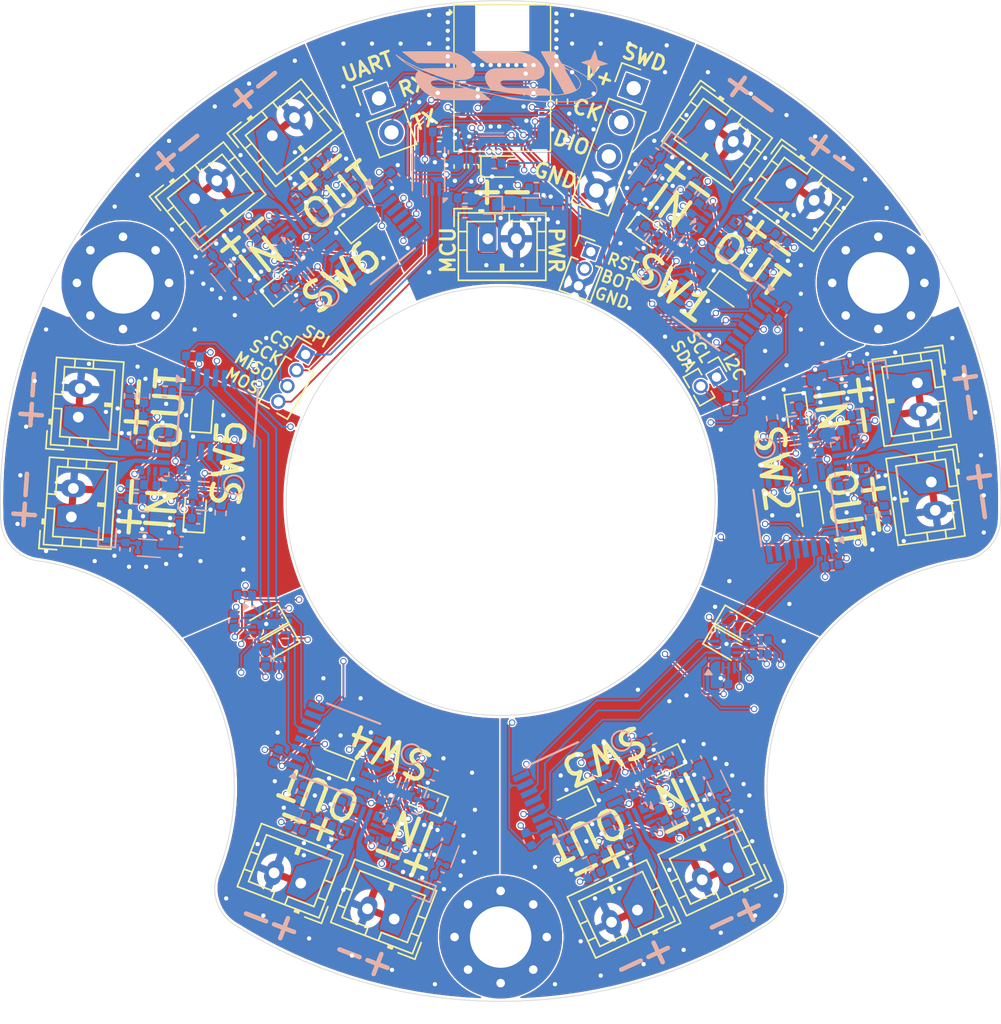
<source format=kicad_pcb>
(kicad_pcb (version 20241229) (generator "pcbnew") (generator_version "9.0")
  (title_block (title "BAGEL Switch MK1") (date "2025-12-02") (rev "A") (company "Illinois Space Society") (comment 4 "Contributors: Thomas McManamen"))
  (layers (0 "F.Cu" signal) (4 "In1.Cu" signal) (6 "In2.Cu" signal) (2 "B.Cu" signal) (13 "F.Paste" user) (15 "B.Paste" user) (5 "F.SilkS" user "F.Silkscreen") (7 "B.SilkS" user "B.Silkscreen") (1 "F.Mask" user) (3 "B.Mask" user) (25 "Edge.Cuts" user))
  (net 0 "")
  (net 1 "MCU_V")
  (net 2 "MCU_GND")
  (net 3 "Net-(D101-K)")
  (net 4 "Net-(D201-K)")
  (net 5 "Net-(J203-Pin_1)")
  (net 6 "Net-(D301-K)")
  (net 7 "Net-(J303-Pin_1)")
  (net 8 "Net-(D401-K)")
  (net 9 "Net-(J403-Pin_1)")
  (net 10 "Net-(D501-K)")
  (net 11 "Net-(J503-Pin_1)")
  (net 12 "Net-(D601-K)")
  (net 13 "Net-(J603-Pin_1)")
  (net 14 "Net-(D701-K)")
  (net 15 "Net-(J703-Pin_1)")
  (net 16 "/CoinCell_V")
  (net 17 "Net-(D102-A)")
  (net 18 "Net-(D103-A)")
  (net 19 "Net-(D202-A)")
  (net 20 "Net-(D203-A)")
  (net 21 "Net-(D302-A)")
  (net 22 "Net-(D303-A)")
  (net 23 "Net-(D402-A)")
  (net 24 "Net-(D403-A)")
  (net 25 "Net-(D502-A)")
  (net 26 "Net-(D503-A)")
  (net 27 "Net-(D602-A)")
  (net 28 "Net-(D603-A)")
  (net 29 "Net-(D702-A)")
  (net 30 "Net-(D703-A)")
  (net 31 "/BOOT")
  (net 32 "/NRST")
  (net 33 "/SWCLK")
  (net 34 "/SWDIO")
  (net 35 "/UART_RX")
  (net 36 "/UART_TX")
  (net 37 "/I2C_SCL")
  (net 38 "/I2C_SDA")
  (net 39 "/SPI_MOSI")
  (net 40 "/SPI_MISO")
  (net 41 "/FLASH_CS")
  (net 42 "/SPI_SCK")
  (net 43 "/EXP_RESET")
  (net 44 "Net-(D104-A)")
  (net 45 "/GPIO_Clock")
  (net 46 "/Switch_1")
  (net 47 "Net-(U204-ILM)")
  (net 48 "Net-(U204-OVLO{slash}OVCSEL)")
  (net 49 "Net-(U204-PGTH{slash}NFLT)")
  (net 50 "/Switch_2")
  (net 51 "Net-(U304-ILM)")
  (net 52 "Net-(U304-OVLO{slash}OVCSEL)")
  (net 53 "Net-(U304-PGTH{slash}NFLT)")
  (net 54 "/Switch_3")
  (net 55 "Net-(U404-ILM)")
  (net 56 "Net-(U404-OVLO{slash}OVCSEL)")
  (net 57 "Net-(U404-PGTH{slash}NFLT)")
  (net 58 "/Switch_4")
  (net 59 "Net-(U504-ILM)")
  (net 60 "Net-(U504-OVLO{slash}OVCSEL)")
  (net 61 "Net-(U504-PGTH{slash}NFLT)")
  (net 62 "/Switch_5")
  (net 63 "Net-(U604-ILM)")
  (net 64 "Net-(U604-OVLO{slash}OVCSEL)")
  (net 65 "Net-(U604-PGTH{slash}NFLT)")
  (net 66 "/Switch_6")
  (net 67 "Net-(U704-ILM)")
  (net 68 "Net-(U704-OVLO{slash}OVCSEL)")
  (net 69 "Net-(U704-PGTH{slash}NFLT)")
  (net 70 "/FLASH_RESET")
  (net 73 "/~{Q}_ISO_6")
  (net 75 "/PG_ISO_1")
  (net 76 "Net-(U102-ANT_IN)")
  (net 77 "/PG_ISO_6")
  (net 78 "/~{Q}_ISO_1")
  (net 80 "/PG_ISO_2")
  (net 81 "Net-(D105-A)")
  (net 82 "/PG_ISO_3")
  (net 84 "/~{Q}_ISO_3")
  (net 85 "/~{Q}_ISO_2")
  (net 86 "/~{Q}_ISO_5")
  (net 87 "/PG_ISO_5")
  (net 88 "/PG_ISO_4")
  (net 89 "Net-(D106-A)")
  (net 90 "/~{Q}_ISO_4")
  (net 92 "/RED_LED")
  (net 93 "Net-(U201-OUTA)")
  (net 94 "Net-(U201-OUTB)")
  (net 97 "Net-(U301-OUTA)")
  (net 98 "Net-(U301-OUTB)")
  (net 101 "Net-(U401-OUTA)")
  (net 102 "Net-(U401-OUTB)")
  (net 105 "Net-(U501-OUTB)")
  (net 106 "Net-(U501-OUTA)")
  (net 109 "Net-(U601-OUTB)")
  (net 110 "Net-(U601-OUTA)")
  (net 113 "Net-(U701-OUTB)")
  (net 114 "Net-(U701-OUTA)")
  (net 144 "/Switch 1/Reg_V")
  (net 145 "/Switch 1/SubBatt_GND")
  (net 146 "/Switch 2/Reg_V")
  (net 147 "/Switch 2/SubBatt_GND")
  (net 148 "/Switch 3/SubBatt_GND")
  (net 149 "/Switch 3/Reg_V")
  (net 150 "/Switch 4/SubBatt_GND")
  (net 151 "/Switch 4/Reg_V")
  (net 152 "/Switch 5/SubBatt_GND")
  (net 153 "/Switch 5/Reg_V")
  (net 154 "/Switch 6/Reg_V")
  (net 155 "/Switch 6/SubBatt_GND")
  (net 156 "/Switch 1/SubBatt_V")
  (net 157 "/Switch 2/SubBatt_V")
  (net 158 "/Switch 3/SubBatt_V")
  (net 159 "/Switch 4/SubBatt_V")
  (net 160 "/Switch 5/SubBatt_V")
  (net 161 "/Switch 6/SubBatt_V")
  (net 162 "/Switch 1/Q")
  (net 163 "/Switch 2/Q")
  (net 164 "/Switch 3/Q")
  (net 165 "/Switch 4/Q")
  (net 166 "/Switch 5/Q")
  (net 167 "/Switch 6/Q")
  (net 168 "/Switch 1/PG")
  (net 169 "/Switch 2/PG")
  (net 170 "/Switch 3/PG")
  (net 171 "/Switch 4/PG")
  (net 172 "/Switch 5/PG")
  (net 173 "/Switch 6/PG")
  (net 174 "/Switch 1/~{Q}")
  (net 175 "/Switch 2/~{Q}")
  (net 176 "/Switch 3/~{Q}")
  (net 177 "/Switch 4/~{Q}")
  (net 178 "/Switch 5/~{Q}")
  (net 179 "/Switch 6/~{Q}")
  (net 180 "/ORANGE_LED")
  (net 181 "/GREEN_LED")
  (net 182 "/BLUE_LED")
  (net 183 "/V_SENSE")
  (footprint "Connector_JST:JST_PH_B2B-PH-K_1x02_P2.00mm_Vertical" (layer "F.Cu") (at 159.56846 128.61309 -155)
    (property "Reference" "J403" (hide yes))
    (property "Value" "Conn_01x02")
  )
  (footprint "MCU_STM32:LGA77_6P5X10_STM" (layer "F.Cu") (at 150.112499 70.4125)
    (property "Reference" "U102" (hide yes))
    (property "Value" "STM32WB1MMC")
  )
  (footprint "LED_SMD:LED_0603_1608Metric" (layer "F.Cu") (at 166.626326 108.668759 -30)
    (property "Reference" "D103" (hide yes))
    (property "Value" "LED")
  )
  (footprint "Connector_JST:JST_PH_B2B-PH-K_1x02_P2.00mm_Vertical" (layer "F.Cu") (at 170.315671 77.789626 -36)
    (property "Reference" "J203" (hide yes))
    (property "Value" "Conn_01x02")
  )
  (footprint "MountingHole:MountingHole_4.3mm_M4_Pad_Via" (layer "F.Cu") (at 150 130.5)
    (property "Reference" "H102" (hide yes))
    (property "Value" "MountingHole_Pad")
  )
  (footprint "Connector_JST:JST_PH_B2B-PH-K_1x02_P2.00mm_Vertical" (layer "F.Cu") (at 165.912616 125.654764 -155)
    (property "Reference" "J401" (hide yes))
    (property "Value" "Conn_01x02")
  )
  (footprint "LED_SMD:LED_0603_1608Metric" (layer "F.Cu") (at 134.792677 84.88865 39)
    (property "Reference" "D702" (hide yes))
    (property "Value" "LED")
  )
  (footprint "Connector_PinHeader_1.27mm:PinHeader_1x04_P1.27mm_Vertical" (layer "F.Cu") (at 136.3525 89.750222 -30)
    (property "Reference" "J106" (hide yes))
    (property "Value" "Conn_01x04")
  )
  (footprint "LED_SMD:LED_0603_1608Metric" (layer "F.Cu") (at 161.353409 118.291037 -155)
    (property "Reference" "D402" (hide yes))
    (property "Value" "LED")
  )
  (footprint "Connector_JST:JST_PH_B2B-PH-K_1x02_P2.00mm_Vertical" (layer "F.Cu") (at 164.652551 73.675129 -36)
    (property "Reference" "J201" (hide yes))
    (property "Value" "Conn_01x02")
  )
  (footprint "Connector_PinHeader_1.27mm:PinHeader_1x03_P1.27mm_Vertical" (layer "F.Cu") (at 156.308701 82.559163 -20)
    (property "Reference" "J101" (hide yes))
    (property "Value" "Conn_01x03")
  )
  (footprint "Capacitor_SMD:C_0402_1005Metric" (layer "F.Cu") (at 145.7 74.2 180)
    (property "Reference" "C103" (hide yes))
    (property "Value" "100nF")
  )
  (footprint "Connector_JST:JST_PH_B2B-PH-K_1x02_P2.00mm_Vertical" (layer "F.Cu") (at 119.965312 101.111486 86)
    (property "Reference" "J601" (hide yes))
    (property "Value" "Conn_01x02")
  )
  (footprint "LED_SMD:LED_0603_1608Metric" (layer "F.Cu") (at 140.232699 80.483406 39)
    (property "Reference" "D703" (hide yes))
    (property "Value" "LED")
  )
  (footprint "Connector_JST:JST_PH_B2B-PH-K_1x02_P2.00mm_Vertical" (layer "F.Cu") (at 128.587451 78.84663 39)
    (property "Reference" "J701" (hide yes))
    (property "Value" "Conn_01x02")
  )
  (footprint "LED_SMD:LED_0603_1608Metric" (layer "F.Cu") (at 138.145357 118.336043 159)
    (property "Reference" "D503" (hide yes))
    (property "Value" "LED")
  )
  (footprint "Capacitor_SMD:C_0402_1005Metric" (layer "F.Cu") (at 147.1 76.6 -90)
    (property "Reference" "C101" (hide yes))
    (property "Value" "100nF")
  )
  (footprint "MountingHole:MountingHole_4.3mm_M4_Pad_Via" (layer "F.Cu") (at 176.42 84.74)
    (property "Reference" "H101" (hide yes))
    (property "Value" "MountingHole_Pad")
  )
  (footprint "Connector_PinHeader_2.54mm:PinHeader_1x04_P2.54mm_Vertical" (layer "F.Cu") (at 159.303097 71.119771 -20)
    (property "Reference" "J102" (hide yes))
    (property "Value" "Conn_01x04")
  )
  (footprint "Connector_JST:JST_PH_B2B-PH-K_1x02_P2.00mm_Vertical" (layer "F.Cu") (at 142.550492 129.239511 159)
    (property "Reference" "J501" (hide yes))
    (property "Value" "Conn_01x02")
  )
  (footprint "MountingHole:MountingHole_4.3mm_M4_Pad_Via" (layer "F.Cu") (at 123.58 84.74)
    (property "Reference" "H103" (hide yes))
    (property "Value" "MountingHole_Pad")
  )
  (footprint "Connector_JST:JST_PH_B2B-PH-K_1x02_P2.00mm_Vertical" (layer "F.Cu") (at 120.453608 94.128536 86)
    (property "Reference" "J603" (hide yes))
    (property "Value" "Conn_01x02")
  )
  (footprint "LED_SMD:LED_0603_1608Metric" (layer "F.Cu") (at 134.3 110 -150)
    (property "Reference" "D105" (hide yes))
    (property "Value" "LED")
  )
  (footprint "Connector_PinHeader_2.54mm:PinHeader_1x02_P2.54mm_Vertical" (layer "F.Cu") (at 141.491747 71.826211 20)
    (property "Reference" "J104" (hide yes))
    (property "Value" "Conn_01x02")
  )
  (footprint "LED_SMD:LED_0603_1608Metric" (layer "F.Cu") (at 171.751574 100.876537 -82)
    (property "Reference" "D303" (hide yes))
    (property "Value" "LED")
  )
  (footprint "Connector_JST:JST_PH_B2B-PH-K_1x02_P2.00mm_Vertical" (layer "F.Cu") (at 149.1 81.65)
    (property "Reference" "J103" (hide yes))
    (property "Value" "Conn_01x02")
  )
  (footprint "Capacitor_SMD:C_0402_1005Metric" (layer "F.Cu") (at 148.1 76.6 -90)
    (property "Reference" "C105" (hide yes))
    (property "Value" "100nF")
  )
  (footprint "LED_SMD:LED_0603_1608Metric" (layer "F.Cu") (at 128.616119 100.693918 86)
    (property "Reference" "D602" (hide yes))
    (property "Value" "LED")
  )
  (footprint "LED_SMD:LED_0603_1608Metric" (layer "F.Cu") (at 170.777362 93.94466 -82)
    (property "Reference" "D302" (hide yes))
    (property "Value" "LED")
  )
  (footprint "Connector_JST:JST_PH_B2B-PH-K_1x02_P2.00mm_Vertical" (layer "F.Cu") (at 136.015427 126.730935 159)
    (property "Reference" "J503" (hide yes))
    (property "Value" "Conn_01x02")
  )
  (footprint "LED_SMD:LED_0603_1608Metric" (layer "F.Cu") (at 160.422439 81.232706 -36)
    (property "Reference" "D202" (hide yes))
    (property "Value" "LED")
  )
  (footprint "LED_SMD:LED_0603_1608Metric" (layer "F.Cu") (at 165.8 110.1 -30)
    (property "Reference" "D104" (hide yes))
    (property "Value" "LED")
  )
  (footprint "LED_SMD:LED_0603_1608Metric" (layer "F.Cu") (at 144.680421 120.844618 159)
    (property "Reference" "D502" (hide yes))
    (property "Value" "LED")
  )
  (footprint "Connector_JST:JST_PH_B2B-PH-K_1x02_P2.00mm_Vertical" (layer "F.Cu") (at 179.152311 91.737613 -82)
    (property "Reference" "J301" (hide yes))
    (property "Value" "Conn_01x02")
  )
  (footprint "LED_SMD:LED_0603_1608Metric" (layer "F.Cu") (at 133.5 108.6 -150)
    (property "Reference" "D106" (hide yes))
    (property "Value" "LED")
  )
  (footprint "Connector_PinHeader_1.27mm:PinHeader_1x02_P1.27mm_Vertical" (layer "F.Cu") (at 165.099926 91.332501 -60)
    (property "Reference" "J105" (hide yes))
    (property "Value" "Conn_01x02")
  )
  (footprint "Resistor_SMD:R_0402_1005Metric" (layer "F.Cu") (at 154.3 72.05 90)
    (property "Reference" "R113" (hide yes))
    (property "Value" "10k")
  )
  (footprint "Connector_JST:JST_PH_B2B-PH-K_1x02_P2.00mm_Vertical" (layer "F.Cu") (at 180.126523 98.669491 -82)
    (property "Reference" "J303" (hide yes))
    (property "Value" "Conn_01x02")
  )
  (footprint "Capacitor_SMD:C_0402_1005Metric" (layer "F.Cu") (at 145.7 75.2 180)
    (property "Reference" "C102" (hide yes))
    (property "Value" "4.7uF")
  )
  (footprint "Connector_JST:JST_PH_B2B-PH-K_1x02_P2.00mm_Vertical" (layer "F.Cu") (at 134.027475 74.441386 39)
    (property "Reference" "J703" (hide yes))
    (property "Value" "Conn_01x02")
  )
  (footprint "LED_SMD:LED_0603_1608Metric" (layer "F.Cu") (at 129.104415 93.71097 86)
    (property "Reference" "D603" (hide yes))
    (property "Value" "LED")
  )
  (footprint "LED_SMD:LED_0603_1608Metric" (layer "F.Cu") (at 150.1 76.6)
    (property "Reference" "D102" (hide yes))
    (property "Value" "LED")
  )
  (footprint "LED_SMD:LED_0603_1608Metric" (layer "F.Cu") (at 166.085559 85.347204 -36)
    (property "Reference" "D203" (hide yes))
    (property "Value" "LED")
  )
  (footprint "LED_SMD:LED_0603_1608Metric" (layer "F.Cu") (at 155.009254 121.249365 -155)
    (property "Reference" "D403" (hide yes))
    (property "Value" "LED")
  )
  (footprint "TestPoint:TestPoint_Pad_D1.0mm" (layer "B.Cu") (at 160.496407 84.499475 -36)
    (property "Reference" "J202" (hide yes))
    (property "Value" "Conn_01x01")
  )
  (footprint "Capacitor_SMD:C_0402_1005Metric" (layer "B.Cu") (at 159.837527 81.153092 -126)
    (property "Reference" "C203" (hide yes))
    (property "Value" "100nF")
  )
  (footprint "Resistor_SMD:R_0402_1005Metric" (layer "B.Cu") (at 173.275472 95.189102 -172)
    (property "Reference" "R306" (hide yes))
    (property "Value" "390k")
  )
  (footprint "Resistor_SMD:R_0402_1005Metric" (layer "B.Cu") (at 160.893719 121.043831 115)
    (property "Reference" "R406" (hide yes))
    (property "Value" "390k")
  )
  (footprint "Package_SON:Winbond_USON-8-1EP_3x2mm_P0.5mm_EP0.2x1.6mm" (layer "B.Cu") (at 144.95 76.775 90)
    (property "Reference" "U101" (hide yes))
    (property "Value" "W25Q16JLUX")
  )
  (footprint "Capacitor_SMD:C_0402_1005Metric" (layer "B.Cu") (at 128.469682 89.877355 -4)
    (property "Reference" "C602" (hide yes))
    (property "Value" "100nF")
  )
  (footprint "Capacitor_SMD:C_0402_1005Metric" (layer "B.Cu") (at 171.858051 96.600099 -172)
    (property "Reference" "C301" (hide yes))
    (property "Value" "100nF")
  )
  (footprint "Capacitor_SMD:C_0402_1005Metric" (layer "B.Cu") (at 159.097006 79.280119 -126)
    (property "Reference" "C205" (hide yes))
    (property "Value" "1uF")
  )
  (footprint "Resistor_SMD:R_0402_1005Metric" (layer "B.Cu") (at 160.611079 116.65178 -155)
    (property "Reference" "R402" (hide yes))
    (property "Value" "10k")
  )
  (footprint "Capacitor_SMD:C_0402_1005Metric" (layer "B.Cu") (at 123.7163 103.378664 -94)
    (property "Reference" "C604" (hide yes))
    (property "Value" "1uF")
  )
  (footprint "Capacitor_SMD:C_0402_1005Metric" (layer "B.Cu") (at 150.6 79.5 -90)
    (property "Reference" "C106" (hide yes))
    (property "Value" "1uF")
  )
  (footprint "Capacitor_SMD:C_0402_1005Metric" (layer "B.Cu") (at 161.706611 117.818059 115)
    (property "Reference" "C403" (hide yes))
    (property "Value" "100nF")
  )
  (footprint "Capacitor_SMD:C_0402_1005Metric" (layer "B.Cu") (at 160.742155 75.654725 144)
    (property "Reference" "C204" (hide yes))
    (property "Value" "1uF")
  )
  (footprint "Regulator_Torex:Torex_USP-4" (layer "B.Cu") (at 159.904723 77.147612 54)
    (property "Reference" "U203" (hide yes))
    (property "Value" "XC6223")
  )
  (footprint "Resistor_SMD:R_0402_1005Metric" (layer "B.Cu") (at 176.897179 100.840051 -82)
    (property "Reference" "R309" (hide yes))
    (property "Value" "1k")
  )
  (footprint "Resistor_SMD:R_0402_1005Metric" (layer "B.Cu") (at 130.409735 100.839389 86)
    (property "Reference" "R602" (hide yes))
    (property "Value" "10k")
  )
  (footprint "Package_SO:SSOP-16_3.9x4.9mm_P0.635mm" (layer "B.Cu") (at 130.185784 94.007123 -94)
    (property "Reference" "U601" (hide yes))
    (property "Value" "ISO7742")
  )
  (footprint "Capacitor_SMD:C_0805_2012Metric" (layer "B.Cu") (at 161.654846 77.801116 54)
    (property "Reference" "C206" (hide yes))
    (property "Value" "100uF")
  )
  (footprint "Capacitor_SMD:C_0805_2012Metric" (layer "B.Cu") (at 138.024113 124.288562 159)
    (property "Reference" "C507" (hide yes))
    (property "Value" "22uF")
  )
  (footprint "Package_VQFN:VQFN-HR-RPW0010A" (layer "B.Cu") (at 135.482939 80.211275 39)
    (property "Reference" "U704" (hide yes))
    (property "Value" "TPS25947")
  )
  (footprint "Resistor_SMD:R_0402_1005Metric" (layer "B.Cu") (at 141.7 124.2 69)
    (property "Reference" "R504" (hide yes))
    (property "Value" "10k")
  )
  (footprint "Resistor_SMD:R_0402_1005Metric" (layer "B.Cu") (at 135.947639 121.884761 159)
    (property "Reference" "R508" (hide yes))
    (property "Value" "500k")
  )
  (footprint "Resistor_SMD:R_0402_1005Metric" (layer "B.Cu") (at 159.348602 82.676691 -36)
    (property "Reference" "R202" (hide yes))
    (property "Value" "10k")
  )
  (footprint "Capacitor_SMD:C_0402_1005Metric" (layer "B.Cu") (at 154 79.5 -90)
    (property "Reference" "C107" (hide yes))
    (property "Value" "4.7uF")
  )
  (footprint "Resistor_SMD:R_0402_1005Metric" (layer "B.Cu") (at 126.431334 98.957284 -4)
    (property "Reference" "R606" (hide yes))
    (property "Value" "390k")
  )
  (footprint "Capacitor_SMD:C_0402_1005Metric" (layer "B.Cu") (at 151.964023 123.663088 115)
    (property "Reference" "C402" (hide yes))
    (property "Value" "100nF")
  )
  (footprint "Resistor_SMD:R_0402_1005Metric" (layer "B.Cu") (at 163.360724 78.175261 -126)
    (property "Reference" "R203" (hide yes))
    (property "Value" "1k")
  )
  (footprint "Resistor_SMD:R_0402_1005Metric" (layer "B.Cu") (at 175.156982 94.924673 -172)
    (property "Reference" "R304" (hide yes))
    (property "Value" "10k")
  )
  (footprint "TestPoint:TestPoint_Pad_D1.0mm" (layer "B.Cu") (at 143.763471 117.708307 159)
    (property "Reference" "J502" (hide yes))
    (property "Value" "Conn_01x01")
  )
  (footprint "Capacitor_SMD:C_0805_2012Metric" (layer "B.Cu") (at 131.796985 82.810076 129)
    (property "Reference" "C706" (hide yes))
    (property "Value" "100uF")
  )
  (footprint "Capacitor_SMD:C_0402_1005Metric" (layer "B.Cu") (at 132.563575 85.663552 -51)
    (property "Reference" "C705" (hide yes))
    (property "Value" "1uF")
  )
  (footprint "Resistor_SMD:R_0402_1005Metric" (layer "B.Cu") (at 135.68263 122.854179 159)
    (property "Reference" "R509" (hide yes))
    (property "Value" "1k")
  )
  (footprint "Resistor_SMD:R_0402_1005Metric" (layer "B.Cu") (at 124.93567 94.542198 86)
    (property "Reference" "R607" (hide yes))
    (property "Value" "300k")
  )
  (footprint "Capacitor_SMD:C_0402_1005Metric" (layer "B.Cu") (at 127.662605 102.852663 -4)
    (property "Reference" "C605" (hide yes))
    (property "Value" "1uF")
  )
  (footprint "Package_UQFN:UQFN-RSE0008A" (layer "B.Cu") (at 143.600263 120.644861 69)
    (property "Reference" "U502" (hide yes))
    (property "Value" "SN74AUP1G74RSER")
  )
  (footprint "Resistor_SMD:R_0402_1005Metric" (layer "B.Cu") (at 174.580219 101.670592 8)
    (property "Reference" "R301" (hide yes))
    (property "Value" "10k")
  )
  (footprint "Capacitor_SMD:C_0402_1005Metric" (layer "B.Cu") (at 166.077021 121.274925 25)
    (property "Reference" "C404" (hide yes))
    (property "Value" "1uF")
  )
  (footprint "TestPoint:TestPoint_Pad_D1.0mm" (layer "B.Cu") (at 158.460368 116.77197 -155)
    (property "Reference" "J402" (hide yes))
    (property "Value" "Conn_01x01")
  )
  (footprint "Capacitor_SMD:C_0805_2012Metric" (layer "B.Cu") (at 123.376543 95.335372 86)
    (property "Reference" "C607" (hide yes))
    (property "Value" "22uF")
  )
  (footprint "Resistor_SMD:R_0402_1005Metric" (layer "B.Cu") (at 139.456477 77.649815 129)
    (property "Reference" "R701" (hide yes))
    (property "Value" "10k")
  )
  (footprint "Resistor_SMD:R_0402_1005Metric" (layer "B.Cu") (at 166.4 93.65)
    (property "Reference" "R109" (hide yes))
    (property "Value" "4.7k")
  )
  (footprint "Resistor_SMD:R_0402_1005Metric" (layer "B.Cu") (at 132.599896 81.259159 -51)
    (property "Reference" "R703" (hide yes))
    (property "Value" "1k")
  )
  (footprint "Diode_SMD:D_SOD-882" (layer "B.Cu") (at 129.368825 81.559463 39)
    (property "Reference" "D701" (hide yes))
    (property "Value" "SDM05U40CSP-7")
  )
  (footprint "Capacitor_SMD:C_0402_1005Metric" (layer "B.Cu") (at 145.266009 120.770133 69)
    (property "Reference" "C501" (hide yes))
    (property "Value" "100nF")
  )
  (footprint "Resistor_SMD:R_0402_1005Metric" (layer "B.Cu") (at 126.502675 92.346157 176)
    (property "Reference" "R601" (hide yes))
    (property "Value" "10k")
  )
  (footprint "Capacitor_SMD:C_0402_1005Metric" (layer "B.Cu") (at 170.428317 93.468604 -172)
    (property "Reference" "C305" (hide yes))
    (property "Value" "1uF")
  )
  (footprint "Capacitor_SMD:C_0402_1005Metric" (layer "B.Cu") (at 134.293676 117.822199 69)
    (property "Reference" "C502" (hide yes))
    (property "Value" "100nF")
  )
  (footprint "Resistor_SMD:R_0402_1005Metric" (layer "B.Cu") (at 155.07691 124.186571 -65)
    (property "Reference" "R401" (hide yes))
    (property "Value" "10k")
  )
  (footprint "Resistor_SMD:R_0402_1005Metric" (layer "B.Cu") (at 124.535961 98.824748 -4)
    (property "Reference" "R604" (hide yes))
    (property "Value" "10k")
  )
  (footprint "Capacitor_SMD:C_0402_1005Metric" (layer "B.Cu") (at 175.011919 90.299852 98)
    (property "Reference" "C304" (hide yes))
    (property "Value" "1uF")
  )
  (footprint "TestPoint:TestPoint_Pad_D1.0mm" (layer "B.Cu") (at 168.478828 96.267156 -82)
    (property "Reference" "J302" (hide yes))
    (property "Value" "Conn_01x01")
  )
  (footprint "Resistor_SMD:R_0402_1005Metric" (layer "B.Cu") (at 137.721442 122.56566 159)
    (property "Reference" "R507" (hide yes))
    (property "Value" "300k")
  )
  (footprint "Resistor_SMD:R_0402_1005Metric" (layer "B.Cu") (at 133.55 111.05 -90)
    (property "Reference" "R108" (hide yes))
    (property "Value" "470")
  )
  (footprint "Resistor_SMD:R_0402_1005Metric" (layer "B.Cu") (at 147.5 79.8)
    (property "Reference" "R110" (hide yes))
    (property "Value" "100k")
  )
  (footprint "Resistor_SMD:R_0402_1005Metric" (layer "B.Cu") (at 136.079506 120.425065 -111)
    (property "Reference" "R501" (hide yes))
    (property "Value" "10k")
  )
  (footprint "Package_UQFN:UQFN-RSE0008A" (layer "B.Cu") (at 160.459376 118.929274 115)
    (property "Reference" "U402" (hide yes))
    (property "Value" "SN74AUP1G74RSER")
  )
  (footprint "TestPoint:TestPoint_Pad_D1.0mm" (layer "B.Cu") (at 131.3473 98.900066 86)
    (property "Reference" "J602" (hide yes))
    (property "Value" "Conn_01x01")
  )
  (footprint "Resistor_SMD:R_0402_1005Metric" (layer "B.Cu") (at 174.200438 98.896451 -172)
    (property "Reference" "R305" (hide yes))
    (property "Value" "680")
  )
  (footprint "Package_VQFN:VQFN-HR-RPW0010A" (layer "B.Cu") (at 174.431143 96.945355 -82)
    (property "Reference" "U304" (hide yes))
    (property "Value" "TPS25947")
  )
  (footprint "Capacitor_SMD:C_0402_1005Metric" (layer "B.Cu") (at 129.487509 83.13614 -141)
    (property "Reference" "C704" (hide yes))
    (property "Value" "1uF")
  )
  (footprint "Resistor_SMD:R_0402_1005Metric" (layer "B.Cu") (at 168.992696 94.175281 -82)
    (property "Reference" "R302" (hide yes))
    (property "Value" "10k")
  )
  (footprint "Capacitor_SMD:C_0402_1005Metric" (layer "B.Cu") (at 128.85856 101.232142 -4)
    (property "Reference" "C601" (hide yes))
    (property "Value" "100nF")
  )
  (footprint "Regulator_Torex:Torex_USP-4" (layer "B.Cu") (at 152.3 79.4 180)
    (property "Reference" "U103" (hide yes))
    (property "Value" "XC6223")
  )
  (footprint "Resistor_SMD:R_0402_1005Metric" (layer "B.Cu") (at 169.633751 81.62042 -36)
    (property "Reference" "R209" (hide yes))
    (property "Value" "1k")
  )
  (footprint "Package_SO:SSOP-16_3.9x4.9mm_P0.635mm" (layer "B.Cu") (at 140.753598 81.476246 -141)
    (property "Reference" "U701" (hide yes))
    (property "Value" "ISO7742")
  )
  (footprint "Diode_SMD:D_SOD-882" (layer "B.Cu") (at 176.424523 91.010168 -82)
    (property "Reference" "D301" (hide yes))
    (property "Value" "SDM05U40CSP-7")
  )
  (footprint "Resistor_SMD:R_0402_1005Metric" (layer "B.Cu") (at 124.466205 99.822311 -4)
    (property "Reference" "R603" (hide yes))
    (property "Value" "1k")
  )
  (footprint "Capacitor_SMD:C_0402_1005Metric" (layer "B.Cu") (at 165.45 112.8 180)
    (property "Reference" "C108" (hide yes))
    (property "Value" "100nF")
  )
  (footprint "Capacitor_SMD:C_0805_2012Metric" (layer "B.Cu") (at 125.052889 101.467245 176)
    (property "Reference" "C606" (hide yes))
    (property "Value" "100uF")
  )
  (footprint "Package_UQFN:UQFN-RSE0008A" (layer "B.Cu") (at 128.491341 99.602556 -4)
    (property "Reference" "U602" (hide yes))
    (property "Value" "SN74AUP1G74RSER")
  )
  (footprint "Package_SO:SSOP-16_3.9x4.9mm_P0.635mm" (layer "B.Cu") (at 138.744732 117.38851 -21)
    (property "Reference" "U501" (hide yes))
    (property "Value" "ISO7742")
  )
  (footprint "Resistor_SMD:R_0402_1005Metric" (layer "B.Cu") (at 137.551243 76.091554 39)
    (property "Reference" "R709" (hide yes))
    (property "Value" "1k")
  )
  (footprint "Capacitor_SMD:C_0402_1005Metric" (layer "B.Cu") (at 171.261212 91.634842 -172)
    (property "Reference" "C303" (hide yes))
    (property "Value" "100nF")
  )
  (footprint "Resistor_SMD:R_0402_1005Metric" (layer "B.Cu") (at 175.920828 101.078251 -82)
    (property "Reference" "R308" (hide yes))
    (property "Value" "500k")
  )
  (footprint "Capacitor_SMD:C_0805_2012Metric" (layer "B.Cu") (at 174.101944 92.447396 8)
    (property "Reference" "C306" (hide yes))
    (property "Value" "100uF")
  )
  (footprint "Capacitor_SMD:C_0402_1005Metric" (layer "B.Cu") (at 169.673005 86.840426 -126)
    (property "Reference" "C202" (hide yes))
    (property "Value" "100nF")
  )
  (footprint "Diode_SMD:D_SOD-882" (layer "B.Cu") (at 149.3 79.3 180)
    (property "Reference" "D101" (hide yes))
    (property "Value" "SDM05U40CSP-7")
  )
  (footprint "Resistor_SMD:R_0402_1005Metric" (layer "B.Cu") (at 166.4 92.7)
    (property "Reference" "R112" (hide yes))
    (property "Value" "4.7k")
  )
  (footprint "Capacitor_SMD:C_0402_1005Metric" (layer "B.Cu") (at 163.703763 118.07842 115)
    (property "Reference" "C405" (hide yes))
    (property "Value" "1uF")
  )
  (footprint "Package_VQFN:VQFN-HR-RPW0010A" (layer "B.Cu") (at 165.119088 80.688855 -36)
    (property "Reference" "U204" (hide yes))
    (property "Value" "TPS25947")
  )
  (footprint "Resistor_SMD:R_0402_1005Metric" (layer "B.Cu") (at 147.5 78.8 180)
    (property "Reference" "R111" (hide yes))
    (property "Value" "100k")
  )
  (footprint "Resistor_SMD:R_0402_1005Metric" (layer "B.Cu") (at 168.2 109.75)
    (property "Reference" "R105" (hide yes))
    (property "Value" "470")
  )
  (footprint "Capacitor_SMD:C_0402_1005Metric" (layer "B.Cu") (at 141.833992 120.502428 69)
    (property "Reference" "C503" (hide yes))
    (property "Value" "100nF")
  )
  (footprint "Capacitor_SMD:C_0402_1005Metric" (layer "B.Cu") (at 136.512238 82.594665 -51)
    (property "Reference" "C703" (hide yes))
    (property "Value" "100nF")
  )
  (footprint "Resistor_SMD:R_0402_1005Metric" (layer "B.Cu") (at 137.274176 79.40414 -51)
    (property "Reference" "R705" (hide yes))
    (property "Value" "680")
  )
  (footprint "Package_UQFN:UQFN-RSE0008A" (layer "B.Cu") (at 135.505749 84.053083 -51)
    (property "Reference" "U702" (hide yes))
    (property "Value" "SN74AUP1G74RSER")
  )
  (footprint "Regulator_Torex:Torex_USP-4" (layer "B.Cu") (at 130.712783 84.331424 129)
    (property "Reference" "U703" (hide yes))
    (property "Value" "XC6223")
  )
  (footprint "Resistor_SMD:R_0402_1005Metric" (layer "B.Cu") (at 145.75 74.175 180)
    (property "Reference" "R101" (hide yes))
    (property "Value" "10k")
  )
  (footprint "Capacitor_SMD:C_0402_1005Metric" (layer "B.Cu") (at 142.603541 77.404673 -51)
    (property "Reference" "C702" (hide yes))
    (property "Value" "100nF")
  )
  (footprint "Capacitor_SMD:C_0805_2012Metric" (layer "B.Cu") (at 163.757262 121.032593 -65)
    (property "Reference" "C406" (hide yes))
    (property "Value" "100uF")
  )
  (footprint "Package_DFN_QFN:UQFN-16_1.8x2.6mm_P0.4mm" (layer "B.Cu") (at 133.75 108.6 -90)
    (property "Reference" "U105" (hide yes))
    (property "Value" "TCAL9538")
  )
  (footprint "Package_UQFN:UQFN-RSE0008A" (layer "B.Cu") (at 171.126322 94.98623 -172)
    (property "Reference" "U302" (hide yes))
    (property "Value" "SN74AUP1G74RSER")
  )
  (footprint "Capacitor_SMD:C_0805_2012Metric" (layer "B.Cu") (at 177.016546 98.096741 -82)
    (property "Reference" "C307" (hide yes))
    (property "Value" "22uF")
  )
  (footprint "Resistor_SMD:R_0402_1005Metric" (layer "B.Cu") (at 163.052949 80.300179 -126)
    (property "Reference" "R206" (hide yes))
    (property "Value" "390k")
  )
  (footprint "Capacitor_SMD:C_0402_1005Metric" (layer "B.Cu") (at 131.35 108.4 90)
    (property "Reference" "C109" (hide yes))
    (property "Value" "100nF")
  )
  (footprint "Resistor_SMD:R_0402_1005Metric" (layer "B.Cu") (at 145.343938 119.171907 159)
    (property "Reference" "R502" (hide yes))
    (property "Value" "10k")
  )
  (footprint "Capacitor_SMD:C_0402_1005Metric" (layer "B.Cu") (at 134.56439 85.433025 -51)
    (property "Reference" "C701" (hide yes))
    (property "Value" "100nF")
  )
  (footprint "Capacitor_SMD:C_0805_2012Metric" (layer "B.Cu") (at 159.206914 125.471548 -155)
    (property "Reference" "C407" (hide yes))
    (property "Value" "22uF")
  )
  (footprint "Package_UQFN:UQFN-RSE0008A" (layer "B.Cu") (at 161.41409 81.705222 -126)
    (property "Reference" "U202" (hide yes))
    (property "Value" "SN74AUP1G74RSER")
  )
  (footprint "Resistor_SMD:R_0402_1005Metric" (layer "B.Cu") (at 126.297381 95.138638 -4)
    (property "Reference" "R605" (hide yes))
    (property "Value" "680")
  )
  (footprint "Diode_SMD:D_SOD-882" (layer "B.Cu") (at 144.509187 127.206406 159)
    (property "Reference" "D501" (hide yes))
    (property "Value" "SDM05U40CSP-7")
  )
  (footprint "Diode_SMD:D_SOD-882" (layer "B.Cu") (at 165.810747 122.833482 -155)
    (property "Reference" "D401" (hide yes))
    (property "Value" "SDM05U40CSP-7")
  )
  (footprint "Package_DFN_QFN:UQFN-16_1.8x2.6mm_P0.4mm" (layer "B.Cu") (at 165.75 110.4)
    (property "Reference" "U104" (hide yes))
    (property "Value" "TCAL9538")
  )
  (footprint "Resistor_SMD:R_0402_1005Metric" (layer "B.Cu") (at 156.035326 125.295417 -155)
    (property "Reference" "R408" (hide yes))
    (property "Value" "500k")
  )
  (footprint "Capacitor_SMD:C_0805_2012Metric" (layer "B.Cu") (at 135.138288 77.402146 39)
    (property "Reference" "C707" (hide yes))
    (property "Value" "22uF")
  )
  (footprint "Capacitor_SMD:C_0402_1005Metric" (layer "B.Cu") (at 146.466058 122.387625 69)
    (property "Reference" "C505" (hide yes))
    (property "Value" "1uF")
  )
  (footprint "Capacitor_SMD:C_0402_1005Metric" (layer "B.Cu") (at 173.16949 104.494409 -172)
    (property "Reference" "C302" (hide yes))
    (property "Value" "100nF")
  )
  (footprint "Resistor_SMD:R_0402_1005Metric" (layer "B.Cu") (at 124.063669 92.676827 86)
    (property "Reference" "R609" (hide yes))
    (property "Value" "1k")
  )
  (footprint "Package_SO:SSOP-16_3.9x4.9mm_P0.635mm" (layer "B.Cu") (at 165.261367 86.10732 144)
    (property "Reference" "U201" (hide yes))
    (property "Value" "ISO7742")
  )
  (footprint "Resistor_SMD:R_0402_1005Metric" (layer "B.Cu") (at 167.589735 81.371424 -36)
    (property "Reference" "R207" (hide yes))
    (property "Value" "300k")
  )
  (footprint "Capacitor_SMD:C_0402_1005Metric" (layer "B.Cu") (at 145.815287 126.315284 -21)
    (property "Reference" "C504" (hide yes))
    (property "Value" "1uF")
  )
  (footprint "Resistor_SMD:R_0402_1005Metric" (layer "B.Cu") (at 135.909529 86.299628 39)
    (property "Reference" "R702" (hide yes))
    (property "Value" "10k")
  )
  (footprint "Resistor_SMD:R_0402_1005Metric" (layer "B.Cu") (at 156.548574 126.159465 -155)
    (property "Reference" "R409" (hide yes))
    (property "Value" "1k")
  )
  (footprint "Regulator_Torex:Torex_USP-4" (layer "B.Cu") (at 146.237797 124.656522 -111)
    (property "Reference" "U503" (hide yes))
    (property "Value" "XC6223")
  )
  (footprint "Capacitor_SMD:C_0402_1005Metric" (layer "B.Cu") (at 146.7 75.6 -90)
    (property "Reference" "C104" (hide yes))
    (property "Value" "100nF")
  )
  (footprint "Regulator_Torex:Torex_USP-4" (layer "B.Cu") (at 125.426111 103.297737 176)
    (property "Reference" "U603" (hide yes))
    (property "Value" "XC6223")
  )
  (footprint "Resistor_SMD:R_0402_1005Metric" (layer "B.Cu") (at 157.757311 124.492443 -155)
    (property "Reference" "R407" (hide yes))
    (property "Value" "300k")
  )
  (footprint "Capacitor_SMD:C_0402_1005Metric" (layer "B.Cu") (at 159.129963 120.10088 115)
    (property "Reference" "C401" (hide yes))
    (property "Value" "100nF")
  )
  (footprint "Logos_ISS:ISS_LOGOV2_tiny" (layer "B.Cu") (at 150.1 70.3 180)
    (property "Reference" "G***" (hide yes))
    (property "Value" "LOGO" (hide yes))
  )
  (footprint "Resistor_SMD:R_0402_1005Metric" (layer "B.Cu") (at 138.689946 121.437832 69)
    (property "Reference" "R505" (hide yes))
    (property "Value" "680")
  )
  (footprint "Resistor_SMD:R_0402_1005Metric" (layer "B.Cu") (at 142.380899 122.426198 69)
    (property "Reference" "R506" (hide yes))
    (property "Value" "390k")
  )
  (footprint "Resistor_SMD:R_0402_1005Metric" (layer "B.Cu") (at 162.603002 122.343198 115)
    (property "Reference" "R403" (hide yes))
    (property "Value" "1k")
  )
  (footprint "Capacitor_SMD:C_0402_1005Metric" (layer "B.Cu") (at 163.083312 82.299947 -126)
    (property "Reference" "C201" (hide yes))
    (property "Value" "100nF")
  )
  (footprint "Resistor_SMD:R_0402_1005Metric" (layer "B.Cu") (at 152.5 78.1)
    (property "Reference" "R104" (hide yes))
    (property "Value" "470")
  )
  (footprint "Resistor_SMD:R_0402_1005Metric" (layer "B.Cu") (at 136.781702 78.001477 39)
    (property "Reference" "R707" (hide yes))
    (property "Value" "300k")
  )
  (footprint "Resistor_SMD:R_0402_1005Metric" (layer "B.Cu") (at 161.696695 122.765816 115)
    (property "Reference" "R404" (hide yes))
    (property "Value" "10k")
  )
  (footprint "Resistor_SMD:R_0402_1005Metric" (layer "B.Cu") (at 134.572749 82.106416 -51)
    (property "Reference" "R706" (hide yes))
    (property "Value" "390k")
  )
  (footprint "Capacitor_SMD:C_0805_2012Metric" (layer "B.Cu") (at 144.378169 124.47825 -111)
    (property "Reference" "C506" (hide yes))
    (property "Value" "100uF")
  )
  (footprint "Package_VQFN:VQFN-HR-RPW0010A" (layer "B.Cu") (at 159.552091 122.662482 -155)
    (property "Reference" "U404" (hide yes))
    (property "Value" "TPS25947")
  )
  (footprint "Resistor_SMD:R_0402_1005Metric" (layer "B.Cu") (at 134.5 111.05 -90)
    (property "Reference" "R107" (hide yes))
    (property "Value" "470")
  )
  (footprint "Diode_SMD:D_SOD-882" (layer "B.Cu") (at 122.482248 102.390174 86)
    (property "Reference" "D601" (hide yes))
    (property "Value" "SDM05U40CSP-7")
  )
  (footprint "Resistor_SMD:R_0402_1005Metric" (layer "B.Cu") (at 125.068208 92.646827 86)
    (property "Reference" "R608" (hide yes))
    (property "Value" "500k")
  )
  (footprint "Resistor_SMD:R_0402_1005Metric" (layer "B.Cu") (at 157.618798 123.012304 115)
    (property "Reference" "R405" (hide yes))
    (property "Value" "680")
  )
  (footprint "Resistor_SMD:R_0402_1005Metric" (layer "B.Cu") (at 175.017809 93.934405 -172)
    (property "Reference" "R303" (hide yes))
    (property "Value" "1k")
  )
  (footprint "Regulator_Torex:Torex_USP-4" (layer "B.Cu") (at 173.356297 90.7345 8)
    (property "Reference" "U303" (hide yes))
    (property "Value" "XC6223")
  )
  (footprint "Resistor_SMD:R_0402_1005Metric" (layer "B.Cu") (at 169.126867 82.488215 -36)
    (property "Reference" "R208" (hide yes))
    (property "Value" "500k")
  )
  (footprint "TestPoint:TestPoint_Pad_D1.0mm" (layer "B.Cu") (at 137.967277 85.662704 39)
    (property "Reference" "J702" (hide yes))
    (property "Value" "Conn_01x01")
  )
  (footprint "Resistor_SMD:R_0402_1005Metric" (layer "B.Cu") (at 149.55 76.35)
    (property "Reference" "R102" (hide yes))
    (property "Value" "10k")
  )
  (footprint "Resistor_SMD:R_0402_1005Metric" (layer "B.Cu") (at 142.633581 124.558368 69)
    (property "Reference" "R503" (hide yes))
    (property "Value" "1k")
  )
  (footprint "Diode_SMD:D_SOD-882" (layer "B.Cu") (at 162.23439 75.13201 -36)
    (property "Reference" "D201" (hide yes))
    (property "Value" "SDM05U40CSP-7")
  )
  (footprint "Package_VQFN:VQFN-HR-RPW0010A" (layer "B.Cu") (at 140.284565 122.58552 159)
    (property "Reference" "U504" (hide yes))
    (property "Value" "TPS25947")
  )
  (footprint "Package_SO:SSOP-16_3.9x4.9mm_P0.635mm" (layer "B.Cu") (at 154.744016 120.16 25)
    (property "Reference" "U401" (hide yes))
    (property "Value" "ISO7742")
  )
  (footprint "Capacitor_SMD:C_0402_1005Metric" (layer "B.Cu") (at 128.111143 97.871819 -4)
    (property "Reference" "C603" (hide yes))
    (property "Value" "100nF")
  )
  (footprint "Capacitor_SMD:C_0805_2012Metric" (layer "B.Cu") (at 167.743297 79.628892 -36)
    (property "Reference" "C207" (hide yes))
    (property "Value" "22uF")
  )
  (footprint "Resistor_SMD:R_0402_1005Metric" (layer "B.Cu") (at 166.362328 82.210155 -126)
    (property "Reference" "R205" (hide yes))
    (property "Value" "680")
  )
  (footprint "Resistor_SMD:R_0402_1005Metric" (layer "B.Cu") (at 168.2 110.7)
    (property "Reference" "R106" (hide yes))
    (property "Value" "470")
  )
  (footprint "Resistor_SMD:R_0402_1005Metric" (layer "B.Cu") (at 175.656399 99.196742 -82)
    (property "Reference" "R307" (hide yes))
    (property "Value" "300k")
  )
  (footprint "Resistor_SMD:R_0402_1005Metric" (layer "B.Cu") (at 168.621696 83.864044 54)
    (property "Reference" "R201" (hide yes))
    (property "Value" "10k")
  )
  (footprint "Resistor_SMD:R_0402_1005Metric" (layer "B.Cu") (at 133.377042 80.629838 -51)
    (property "Reference" "R704" (hide yes))
    (property "Value" "10k")
  )
  (footprint "Regulator_Torex:Torex_USP-4" (layer "B.Cu") (at 165.177307 119.818725 -65)
    (property "Reference" "U403" (hide yes))
    (property "Value" "XC6223")
  )
  (footprint "Package_SO:SSOP-16_3.9x4.9mm_P0.635mm" (layer "B.Cu") (at 170.632261 100.811684 98)
    (property "Reference" "U301" (hide yes))
    (property "Value" "ISO7742")
  )
  (footprint "Resistor_SMD:R_0402_1005Metric" (layer "B.Cu") (at 138.258278 76.805767 39)
    (property "Reference" "R708" (hide yes))
    (property "Value" "500k")
  )
  (footprint "Resistor_SMD:R_0402_1005Metric" (layer "B.Cu") (at 164.16974 78.763046 -126)
    (property "Reference" "R204" (hide yes))
    (property "Value" "10k")
  )
  (footprint "Resistor_SMD:R_0402_1005Metric" (layer "B.Cu") (at 132.1 106.6 180)
    (property "Reference" "R103" (hide yes))
    (property "Value" "10k")
  )
  (footprint "Package_VQFN:VQFN-HR-RPW0010A" (layer "B.Cu") (at 125.666063 96.999132 86)
    (property "Reference" "U604" (hide yes))
    (property "Value" "TPS25947")
  )
  (gr_line (start 168.040849 128.304439) (end 166.681388 128.938365) (stroke (width 0.3)) (layer "F.SilkS"))
  (gr_line (start 175.339045 99.291835) (end 176.824447 99.083076) (stroke (width 0.3)) (layer "F.SilkS"))
  (gr_line (start 117.24649 92.605116) (end 117.351125 91.108769) (stroke (width 0.3)) (layer "F.SilkS"))
  (gr_line (start 164.914436 121.621198) (end 163.554975 122.255124) (stroke (width 0.3)) (layer "F.SilkS"))
  (gr_line (start 183.669832 99.639176) (end 183.878592 101.124578) (stroke (width 0.3)) (layer "F.SilkS"))
  (gr_line (start 142.085065 132.658576) (end 140.684694 132.121025) (stroke (width 0.3)) (layer "F.SilkS"))
  (gr_line (start 144.323608 124.759906) (end 143.786056 126.160276) (stroke (width 0.3)) (layer "F.SilkS"))
  (gr_line (start 138.219953 123.22029) (end 136.819583 122.682739) (stroke (width 0.3)) (layer "F.SilkS"))
  (gr_line (start 137.591232 76.776539) (end 138.75695 75.832559) (stroke (width 0.3)) (layer "F.SilkS"))
  (gr_line (start 159.793447 132.150265) (end 158.433986 132.784193) (stroke (width 0.3)) (layer "F.SilkS"))
  (gr_line (start 135.118591 129.18104) (end 134.58104 130.58141) (stroke (width 0.3)) (layer "F.SilkS"))
  (gr_line (start 183.377568 97.559613) (end 183.586328 99.045016) (stroke (width 0.3)) (layer "F.SilkS"))
  (gr_line (start 182.739247 98.406694) (end 184.224649 98.197935) (stroke (width 0.3)) (layer "F.SilkS"))
  (gr_line (start 167.044155 127.941672) (end 167.678081 129.301133) (stroke (width 0.3)) (layer "F.SilkS"))
  (gr_line (start 148.299998 78.400001) (end 149.799997 78.400001) (stroke (width 0.3)) (layer "F.SilkS"))
  (gr_line (start 141.653655 131.689616) (end 141.116103 133.089986) (stroke (width 0.3)) (layer "F.SilkS"))
  (gr_line (start 127.022843 76.832441) (end 126.078864 75.666723) (stroke (width 0.3)) (layer "F.SilkS"))
  (gr_line (start 163.917742 121.258431) (end 164.551668 122.617892) (stroke (width 0.3)) (layer "F.SilkS"))
  (gr_line (start 181.765035 91.474817) (end 183.250437 91.266057) (stroke (width 0.3)) (layer "F.SilkS"))
  (gr_line (start 166.2 71.6) (end 167.081678 70.386474) (stroke (width 0.3)) (layer "F.SilkS"))
  (gr_line (start 132.151208 81.181784) (end 133.316927 80.237803) (stroke (width 0.3)) (layer "F.SilkS"))
  (gr_line (start 156.667034 125.467024) (end 155.307573 126.100952) (stroke (width 0.3)) (layer "F.SilkS"))
  (gr_line (start 161.696694 131.262767) (end 160.337232 131.896695) (stroke (width 0.3)) (layer "F.SilkS"))
  (gr_line (start 124.455394 95.210323) (end 124.560029 93.713976) (stroke (width 0.3)) (layer "F.SilkS"))
  (gr_line (start 168.957117 81.871207) (end 170.170643 82.752885) (stroke (width 0.3)) (layer "F.SilkS"))
  (gr_line (start 144.755018 125.728866) (end 143.354647 125.191315) (stroke (width 0.3)) (layer "F.SilkS"))
  (gr_line (start 167.258181 80.636859) (end 168.471707 81.518536) (stroke (width 0.3)) (layer "F.SilkS"))
  (gr_line (start 175.003155 91.512877) (end 175.211914 92.998279) (stroke (width 0.3)) (layer "F.SilkS"))
  (gr_line (start 125.967993 76.721572) (end 127.133712 75.777592) (stroke (width 0.3)) (layer "F.SilkS"))
  (gr_line (start 135.55 130.15) (end 134.14963 129.612449) (stroke (width 0.3)) (layer "F.SilkS"))
  (gr_line (start 174.364833 92.359958) (end 175.850235 92.151198) (stroke (width 0.3)) (layer "F.SilkS"))
  (gr_line (start 117.1 94.7) (end 117.204635 93.203653) (stroke (width 0.3)) (layer "F.SilkS"))
  (gr_line (start 133.040024 70.994755) (end 134.205742 70.050775) (stroke (width 0.3)) (layer "F.SilkS"))
  (gr_line (start 149.049998 79.15) (end 149.049998 77.65) (stroke (width 0.3)) (layer "F.SilkS"))
  (gr_line (start 157.573587 124.216759) (end 158.207514 125.57622) (stroke (width 0.3)) (layer "F.SilkS"))
  (gr_line (start 173.396132 75.901244) (end 174.609658 76.782922) (stroke (width 0.3)) (layer "F.SilkS"))
  (gr_line (start 136.259434 122.467718) (end 134.859064 121.930166) (stroke (width 0.3)) (layer "F.SilkS"))
  (gr_line (start 116.758194 99.588064) (end 116.862828 98.091719) (stroke (width 0.3)) (layer "F.SilkS"))
  (gr_line (start 171.86312 75.714497) (end 172.744798 74.500971) (stroke (width 0.3)) (layer "F.SilkS"))
  (gr_line (start 150.4 78.4) (end 151.899997 78.4) (stroke (width 0.3)) (layer "F.SilkS"))
  (gr_line (start 175.295418 93.59244) (end 175.504178 95.077842) (stroke (width 0.3)) (layer "F.SilkS"))
  (gr_line (start 132.462867 72.427198) (end 131.518886 71.261479) (stroke (width 0.3)) (layer "F.SilkS"))
  (gr_line (start 161.760985 77.569963) (end 162.642663 76.356437) (stroke (width 0.3)) (layer "F.SilkS"))
  (gr_line (start 166.137602 129.191937) (end 164.778142 129.825864) (stroke (width 0.3)) (layer "F.SilkS"))
  (gr_line (start 131.408017 72.316329) (end 132.573736 71.372349) (stroke (width 0.3)) (layer "F.SilkS"))
  (gr_line (start 117.412195 100.987094) (end 115.915849 100.882458) (stroke (width 0.3)) (layer "F.SilkS"))
  (gr_line (start 182.403357 90.627736) (end 182.612116 92.113138) (stroke (width 0.3)) (layer "F.SilkS"))
  (gr_line (start 163.293997 77.75671) (end 164.507522 78.638388) (stroke (width 0.3)) (layer "F.SilkS"))
  (gr_line (start 142.794498 124.976294) (end 141.394128 124.438743) (stroke (width 0.3)) (layer "F.SilkS"))
  (gr_line (start 133.589481 129.397428) (end 132.189111 128.859876) (stroke (width 0.3)) (layer "F.SilkS"))
  (gr_line (start 137.788544 122.25133) (end 137.250993 123.6517) (stroke (width 0.3)) (layer "F.SilkS"))
  (gr_line (start 161.595062 76.522361) (end 162.808587 77.404039) (stroke (width 0.3)) (layer "F.SilkS"))
  (gr_line (start 182.69562 92.707299) (end 182.90438 94.192701) (stroke (width 0.3)) (layer "F.SilkS"))
  (gr_line (start 124.767589 101.497417) (end 123.271243 101.392781) (stroke (width 0.3)) (layer "F.SilkS"))
  (gr_line (start 175.977366 98.444754) (end 176.186126 99.930157) (stroke (width 0.3)) (layer "F.SilkS"))
  (gr_line (start 160.7 130.9) (end 161.333927 132.259461) (stroke (width 0.3)) (layer "F.SilkS"))
  (gr_line (start 171.697196 74.666896) (end 172.910722 75.548573) (stroke (width 0.3)) (layer "F.SilkS"))
  (gr_line (start 166.034077 70.552398) (end 167.247602 71.434076) (stroke (width 0.3)) (layer "F.SilkS"))
  (gr_line (start 140.124545 131.906004) (end 138.724175 131.368453) (stroke (width 0.3)) (layer "F.SilkS"))
  (gr_line (start 116.611705 101.682949) (end 116.71634 100.186603) (stroke (width 0.3)) (layer "F.SilkS"))
  (gr_line (start 137.014075 78.208982) (end 136.070094 77.043263) (stroke (width 0.3)) (layer "F.SilkS"))
  (gr_line (start 130.519201 82.503356) (end 131.68492 81.559376) (stroke (width 0.3)) (layer "F.SilkS"))
  (gr_line (start 167.424105 81.68446) (end 168.305783 80.470934) (stroke (width 0.3)) (layer "F.SilkS"))
  (gr_line (start 124.113588 100.098387) (end 124.218222 98.602042) (stroke (width 0.3)) (layer "F.SilkS"))
  (gr_line (start 167.733012 71.786747) (end 168.946537 72.668425) (stroke (width 0.3)) (layer "F.SilkS"))
  (gr_line (start 125.255885 94.514467) (end 123.759538 94.409832) (stroke (width 0.3)) (layer "F.SilkS"))
  (gr_line (start 123.967099 102.193272) (end 124.071734 100.696926) (stroke (width 0.3)) (layer "F.SilkS"))
  (gr_line (start 131.574051 82.614225) (end 130.630072 81.448507) (stroke (width 0.3)) (layer "F.SilkS"))
  (gr_line (start 117.900491 94.004144) (end 116.404144 93.899509) (stroke (width 0.3)) (layer "F.SilkS"))
  (gr_line (start 127.6 75.4) (end 128.765719 74.456019) (stroke (width 0.3)) (layer "F.SilkS"))
  (gr_line (start 135.959225 78.098113) (end 137.124944 77.154133) (stroke (width 0.3)) (layer "F.SilkS"))
  (gr_line (start 163.011189 122.508696) (end 161.651729 123.142623) (stroke (width 0.3)) (layer "F.SilkS"))
  (gr_line (start 124.601884 93.115439) (end 124.706519 91.619092) (stroke (width 0.3)) (layer "F.SilkS"))
  (gr_line (start 176.26963 100.524317) (end 176.47839 102.009719) (stroke (width 0.3)) (layer "F.SilkS"))
  (gr_line (start 158.570281 124.579526) (end 157.210819 125.213454) (stroke (width 0.3)) (layer "F.SilkS"))
  (gr_line (start 173.396132 75.901242) (end 174.609656 76.782921) (stroke (width 0.3)) (layer "B.SilkS"))
  (gr_line (start 166.145639 129.187206) (end 164.786179 129.821133) (stroke (width 0.3)) (layer "B.SilkS"))
  (gr_line (start 167.081678 70.386473) (end 166.199999 71.599998) (stroke (width 0.3)) (layer "B.SilkS"))
  (gr_line (start 116.609387 101.681121) (end 116.714021 100.184775) (stroke (width 0.3)) (layer "B.SilkS"))
  (gr_line (start 168.048887 128.299708) (end 166.689426 128.933635) (stroke (width 0.3)) (layer "B.SilkS"))
  (gr_line (start 131.518032 71.261896) (end 132.462013 72.427616) (stroke (width 0.3)) (layer "B.SilkS"))
  (gr_line (start 183.369833 97.558491) (end 183.578592 99.043893) (stroke (width 0.3)) (layer "B.SilkS"))
  (gr_line (start 133.03917 70.995173) (end 134.204889 70.051194) (stroke (width 0.3)) (layer "B.SilkS"))
  (gr_line (start 116.401827 93.897682) (end 117.898173 94.002316) (stroke (width 0.3)) (layer "B.SilkS"))
  (gr_line (start 134.581227 130.575185) (end 135.118778 129.174815) (stroke (width 0.3)) (layer "B.SilkS"))
  (gr_line (start 115.913531 100.880632) (end 117.409878 100.985266) (stroke (width 0.3)) (layer "B.SilkS"))
  (gr_line (start 167.686119 129.296401) (end 167.052191 127.936941) (stroke (width 0.3)) (layer "B.SilkS"))
  (gr_line (start 183.242701 91.264933) (end 181.757299 91.473694) (stroke (width 0.3)) (layer "B.SilkS"))
  (gr_line (start 131.407164 72.316746) (end 132.572882 71.372765) (stroke (width 0.3)) (layer "B.SilkS"))
  (gr_line (start 166.034076 70.552398) (end 167.247601 71.434074) (stroke (width 0.3)) (layer "B.SilkS"))
  (gr_line (start 161.341964 132.254729) (end 160.708036 130.895269) (stroke (width 0.3)) (layer "B.SilkS"))
  (gr_line (start 142.08525 132.652353) (end 140.68488 132.114799) (stroke (width 0.3)) (layer "B.SilkS"))
  (gr_line (start 127.599145 75.400418) (end 128.764866 74.456436) (stroke (width 0.3)) (layer "B.SilkS"))
  (gr_line (start 140.124731 131.899779) (end 138.724361 131.362226) (stroke (width 0.3)) (layer "B.SilkS"))
  (gr_line (start 141.11629 133.083762) (end 141.653843 131.683392) (stroke (width 0.3)) (layer "B.SilkS"))
  (gr_line (start 116.755875 99.586237) (end 116.860511 98.089892) (stroke (width 0.3)) (layer "B.SilkS"))
  (gr_line (start 184.216912 98.196812) (end 182.73151 98.405572) (stroke (width 0.3)) (layer "B.SilkS"))
  (gr_line (start 171.697197 74.666895) (end 172.910722 75.548573) (stroke (width 0.3)) (layer "B.SilkS"))
  (gr_line (start 182.687883 92.706177) (end 182.896643 94.191578) (stroke (width 0.3)) (layer "B.SilkS"))
  (gr_line (start 117.244169 92.603288) (end 117.348804 91.106942) (stroke (width 0.3)) (layer "B.SilkS"))
  (gr_line (start 183.662096 99.638055) (end 183.870853 101.123455) (stroke (width 0.3)) (layer "B.SilkS"))
  (gr_line (start 125.96714 76.721991) (end 127.132859 75.778011) (stroke (width 0.3)) (layer "B.SilkS"))
  (gr_line (start 182.39562 90.626614) (end 182.604379 92.112015) (stroke (width 0.3)) (layer "B.SilkS"))
  (gr_line (start 167.733012 71.786746) (end 168.946537 72.668424) (stroke (width 0.3)) (layer "B.SilkS"))
  (gr_line (start 133.589667 129.391203) (end 132.189296 128.853651) (stroke (width 0.3)) (layer "B.SilkS"))
  (gr_line (start 172.744798 74.500971) (end 171.86312 75.714496) (stroke (width 0.3)) (layer "B.SilkS"))
  (gr_line (start 126.078011 75.667141) (end 127.021989 76.832859) (stroke (width 0.3)) (layer "B.SilkS"))
  (gr_line (start 135.550184 130.143776) (end 134.149816 129.606224) (stroke (width 0.3)) (layer "B.SilkS"))
  (gr_line (start 159.801485 132.145534) (end 158.442022 132.77946) (stroke (width 0.3)) (layer "B.SilkS"))
  (gr_line (start 161.704731 131.258036) (end 160.345268 131.891963) (stroke (width 0.3)) (layer "B.SilkS"))
  (gr_line (start 117.097683 94.698173) (end 117.202317 93.201827) (stroke (width 0.3)) (layer "B.SilkS"))
  (gr_arc (start 169.83 126.05) (mid 169.845352 128.107961) (end 168.530874 129.691498) (stroke (width 0.05)) (layer "Edge.Cuts"))
  (gr_arc (start 117.520393 104.1671) (mid 129.220921 112.014338) (end 130.18 126.070001) (stroke (width 0.05)) (layer "Edge.Cuts"))
  (gr_arc (start 115.024394 101.300494) (mid 149.934687 65.000285) (end 184.980216 101.16995) (stroke (width 0.05)) (layer "Edge.Cuts"))
  (gr_circle (center 150 100) (end 165 100) (stroke (width 0.05)) (fill no) (layer "Edge.Cuts"))
  (gr_arc (start 184.980216 101.169932) (mid 184.27469 103.122898) (end 182.47 104.15) (stroke (width 0.05)) (layer "Edge.Cuts"))
  (gr_arc (start 131.248264 129.552421) (mid 130.126499 127.991472) (end 130.18 126.07) (stroke (width 0.05)) (layer "Edge.Cuts"))
  (gr_arc (start 168.530871 129.691498) (mid 149.869497 134.999446) (end 131.248225 129.552482) (stroke (width 0.05)) (layer "Edge.Cuts"))
  (gr_arc (start 117.52 104.17) (mid 115.762252 103.179523) (end 115.027746 101.300369) (stroke (width 0.05)) (layer "Edge.Cuts"))
  (gr_arc (start 169.830209 126.049917) (mid 170.784318 112.003034) (end 182.469998 104.15) (stroke (width 0.05)) (layer "Edge.Cuts"))
  (gr_text "MISO" (at 134.077912 91.369927 330) (layer "F.SilkS") (effects (font (size 0.8 0.8) (thickness 0.15) (bold yes)) (justify right)))
  (gr_text "SDA" (at 163.384573 90.901423 300) (layer "F.SilkS") (effects (font (size 0.8 0.8) (thickness 0.15) (bold yes)) (justify right)))
  (gr_text "UART" (at 140.69183 69.628458 20) (layer "F.SilkS") (effects (font (size 1 1) (thickness 0.2) (bold yes))))
  (gr_text "SW5" (at 131.022336 97.347116 86) (layer "F.SilkS") (effects (font (size 2 2) (thickness 0.3))))
  (gr_text "SWD" (at 160.051278 68.999499 340) (layer "F.SilkS") (effects (font (size 1 1) (thickness 0.2) (bold yes))))
  (gr_text "SCK" (at 134.676105 90.248823 330) (layer "F.SilkS") (effects (font (size 0.8 0.8) (thickness 0.15) (bold yes)) (justify right)))
  (gr_text "BOT" (at 156.984366 84.15659 340) (layer "F.SilkS") (effects (font (size 0.8 0.8) (thickness 0.15) (bold yes)) (justify left)))
  (gr_text "SW2" (at 169.111056 97.729902 278) (layer "F.SilkS") (effects (font (size 2 2) (thickness 0.3))))
  (gr_text "IN" (at 126.287302 100.551121 86) (layer "F.SilkS") (effects (font (size 2 2) (thickness 0.3))))
  (gr_text "OUT" (at 156.009166 123.346361 205) (layer "F.SilkS") (effects (font (size 2 2) (thickness 0.3))))
  (gr_text "RX" (at 142.807317 71.347382 20) (layer "F.SilkS") (effects (font (size 1 1) (thickness 0.2) (bold yes)) (justify left)))
  (gr_text "OUT" (at 174.049288 100.533418 278) (layer "F.SilkS") (effects (font (size 2 2) (thickness 0.3))))
  (gr_text "RST" (at 157.418731 82.963181 340) (layer "F.SilkS") (effects (font (size 0.8 0.8) (thickness 0.15) (bold yes)) (justify left)))
  (gr_text "I2C" (at 165.939971 90.847501 300) (layer "F.SilkS") (effects (font (size 0.8 0.8) (thickness 0.15) (bold yes)) (justify bottom)))
  (gr_text "IN" (at 173.075076 93.60154 278) (layer "F.SilkS") (effects (font (size 2 2) (thickness 0.3))))
  (gr_text "MOSI" (at 133.449407 92.473528 330) (layer "F.SilkS") (effects (font (size 0.8 0.8) (thickness 0.15) (bold yes)) (justify right)))
  (gr_text "SW6" (at 138.875118 84.358158 39) (layer "F.SilkS") (effects (font (size 2 2) (thickness 0.3))))
  (gr_text "SW3" (at 157.255446 117.800012 205) (layer "F.SilkS") (effects (font (size 2 2) (thickness 0.3))))
  (gr_text "V+" (at 158.006322 70.647783 340) (layer "F.SilkS") (effects (font (size 1 1) (thickness 0.2) (bold yes)) (justify right)))
  (gr_text "CS" (at 135.347912 89.170222 330) (layer "F.SilkS") (effects (font (size 0.8 0.8) (thickness 0.15) (bold yes)) (justify right)))
  (gr_text "SW4" (at 142.22071 117.579366 159) (layer "F.SilkS") (effects (font (size 2 2) (thickness 0.3))))
  (gr_text "OUT" (at 126.775597 93.568172 86) (layer "F.SilkS") (effects (font (size 2 2) (thickness 0.3))))
  (gr_text "OUT" (at 138.742592 78.675058 39) (layer "F.SilkS") (effects (font (size 2 2) (thickness 0.3))))
  (gr_text "PWR" (at 153.3 82.45 270) (layer "F.SilkS") (effects (font (size 1 1) (thickness 0.2) (bold yes)) (justify bottom)))
  (gr_text "SW1" (at 161.963417 85.071642 324) (layer "F.SilkS") (effects (font (size 2 2) (thickness 0.3))))
  (gr_text "IN" (at 143.862982 123.029928 159) (layer "F.SilkS") (effects (font (size 2 2) (thickness 0.3))))
  (gr_text "IN" (at 133.302569 83.080301 39) (layer "F.SilkS") (effects (font (size 2 2) (thickness 0.3))))
  (gr_text "TX" (at 143.770017 73.7 20) (layer "F.SilkS") (effects (font (size 1 1) (thickness 0.2) (bold yes)) (justify left)))
  (gr_text "OUT" (at 167.421285 83.474709 324) (layer "F.SilkS") (effects (font (size 2 2) (thickness 0.3))))
  (gr_text "DIO" (at 156.268859 75.421421 340) (layer "F.SilkS") (effects (font (size 1 1) (thickness 0.2) (bold yes)) (justify right)))
  (gr_text "IN" (at 161.77689 79.373817 324) (layer "F.SilkS") (effects (font (size 2 2) (thickness 0.3))))
  (gr_text "GND" (at 155.380196 77.800986 340) (layer "F.SilkS") (effects (font (size 1 1) (thickness 0.2) (bold yes)) (justify right)))
  (gr_text "CK" (at 157.117658 73.027348 340) (layer "F.SilkS") (effects (font (size 1 1) (thickness 0.2) (bold yes)) (justify right)))
  (gr_text "MCU" (at 146.9 82.45 90) (layer "F.SilkS") (effects (font (size 1 1) (thickness 0.2) (bold yes)) (justify bottom)))
  (gr_text "SPI" (at 136.850446 88.882754 330) (layer "F.SilkS") (effects (font (size 0.8 0.8) (thickness 0.15) (bold yes)) (justify bottom)))
  (gr_text "OUT" (at 137.327918 120.521351 159) (layer "F.SilkS") (effects (font (size 2 2) (thickness 0.3))))
  (gr_text "IN" (at 162.353321 120.388034 205) (layer "F.SilkS") (effects (font (size 2 2) (thickness 0.3))))
  (gr_text "GND" (at 156.55 85.35 340) (layer "F.SilkS") (effects (font (size 0.8 0.8) (thickness 0.15) (bold yes)) (justify left)))
  (gr_text "SCL" (at 164.484426 90.266424 300) (layer "F.SilkS") (effects (font (size 0.8 0.8) (thickness 0.15) (bold yes)) (justify right)))
  (segment (start 165.8895 102.9895) (end 169.601556 102.9895) (width 0.127) (layer "F.Cu") (net 1))
  (segment (start 169.601556 102.9895) (end 169.998898 102.592158) (width 0.127) (layer "F.Cu") (net 1))
  (segment (start 139 114.231637) (end 139 111.2) (width 0.127) (layer "F.Cu") (net 1))
  (segment (start 169.998898 102.592158) (end 172.792158 102.592158) (width 0.127) (layer "F.Cu") (net 1))
  (segment (start 134.7 118.531637) (end 139 114.231637) (width 0.127) (layer "F.Cu") (net 1))
  (segment (start 172.792158 102.592158) (end 174.2 104) (width 0.127) (layer "F.Cu") (net 1))
  (segment (start 131.9 107) (end 131.9 109) (width 0.127) (layer "F.Cu") (net 1))
  (segment (start 161.5 110.7) (end 164.3 113.5) (width 0.127) (layer "F.Cu") (net 1))
  (segment (start 165.4 102.5) (end 165.8895 102.9895) (width 0.127) (layer "F.Cu") (net 1))
  (segment (start 135.9 106.9) (end 132 106.9) (width 0.127) (layer "F.Cu") (net 1))
  (segment (start 132 106.9) (end 131.9 107) (width 0.127) (layer "F.Cu") (net 1))
  (segment (start 164.3 113.5) (end 165.6 113.5) (width 0.127) (layer "F.Cu") (net 1))
  (segment (start 131.9 109) (end 131.4 109.5) (width 0.127) (layer "F.Cu") (net 1))
  (via (at 174.2 104) (size 0.45) (drill 0.3) (layers "F.Cu" "B.Cu") (net 1))
  (via (at 164.7 94.5) (size 0.45) (drill 0.3) (layers "F.Cu" "B.Cu") (net 1))
  (via (at 147.2 75.5) (size 0.45) (drill 0.3) (layers "F.Cu" "B.Cu") (net 1))
  (via (at 153 78.6) (size 0.45) (drill 0.3) (layers "F.Cu" "B.Cu") (net 1))
  (via (at 135.9 106.9) (size 0.45) (drill 0.3) (layers "F.Cu" "B.Cu") (net 1))
  (via (at 165.4 102.5) (size 0.45) (drill 0.3) (layers "F.Cu" "B.Cu") (net 1))
  (via (at 141.5 77) (size 0.45) (drill 0.3) (layers "F.Cu" "B.Cu") (net 1))
  (via (at 135.3 94.8) (size 0.45) (drill 0.3) (layers "F.Cu" "B.Cu") (net 1))
  (via (at 148.1 75.5) (size 0.45) (drill 0.3) (layers "F.Cu" "B.Cu") (net 1))
  (via (at 153.5 78.7) (size 0.45) (drill 0.3) (layers "F.Cu" "B.Cu") (net 1))
  (via (at 146.086005 75.794778) (size 0.45) (drill 0.3) (layers "F.Cu" "B.Cu") (net 1))
  (via (at 131.9 107) (size 0.45) (drill 0.3) (layers "F.Cu" "B.Cu") (net 1))
  (via (at 161.5 110.7) (size 0.45) (drill 0.3) (layers "F.Cu" "B.Cu") (net 1))
  (via (at 131.4 109.5) (size 0.45) (drill 0.3) (layers "F.Cu" "B.Cu") (net 1))
  (via (at 165.6 113.5) (size 0.45) (drill 0.3) (layers "F.Cu" "B.Cu") (net 1))
  (via (at 134.7 118.531637) (size 0.45) (drill 0.3) (layers "F.Cu" "B.Cu") (net 1))
  (via (at 146.8 74.1) (size 0.45) (drill 0.3) (layers "F.Cu" "B.Cu") (net 1))
  (via (at 169.998898 102.592158) (size 0.45) (drill 0.3) (layers "F.Cu" "B.Cu") (net 1))
  (via (at 139 111.2) (size 0.45) (drill 0.3) (layers "F.Cu" "B.Cu") (net 1))
  (via (at 143.2 81.8) (size 0.45) (drill 0.3) (layers "F.Cu" "B.Cu") (net 1))
  (via (at 146.8 74.6) (size 0.45) (drill 0.3) (layers "F.Cu" "B.Cu") (net 1))
  (via (at 150.8 115.5) (size 0.45) (drill 0.3) (layers "F.Cu" "B.Cu") (net 1))
  (segment (start 165.6 113.5) (end 165.6 113.13) (width 0.127) (layer "B.Cu") (net 1))
  (segment (start 150.6 122.873281) (end 150.6 120.1) (width 0.127) (layer "B.Cu") (net 1))
  (segment (start 173.644819 104.344819) (end 173.194982 103.894982) (width 0.127) (layer "B.Cu") (net 1))
  (segment (start 127.990851 91.09921) (end 128.150064 91.258423) (width 0.127) (layer "B.Cu") (net 1))
  (segment (start 143.2 81.8) (end 143.2 81.646954) (width 0.127) (layer "B.Cu") (net 1))
  (segment (start 164.7 94.5) (end 166.06 94.5) (width 0.127) (layer "B.Cu") (net 1))
  (segment (start 173.194982 103.894982) (end 173.194982 103.077069) (width 0.127) (layer "B.Cu") (net 1))
  (segment (start 150.8 119.9) (end 150.6 119.9) (width 0.127) (layer "B.Cu") (net 1))
  (segment (start 150.6 119.9) (end 150.6 119.7) (width 0.127) (layer "B.Cu") (net 1))
  (segment (start 150.6 120.1) (end 150.7 120) (width 0.127) (layer "B.Cu") (net 1))
  (segment (start 130.028054 89) (end 128.834723 89) (width 0.127) (layer "B.Cu") (net 1))
  (segment (start 139 111.2) (end 139 113.618617) (width 0.127) (layer "B.Cu") (net 1))
  (segment (start 169.955142 86.452098) (end 169.28574 86.452098) (width 0.127) (layer "B.Cu") (net 1))
  (segment (start 139 113.618617) (end 137.643922 114.974695) (width 0.127) (layer "B.Cu") (net 1))
  (segment (start 141.5 77) (end 142.269825 77) (width 0.127) (layer "B.Cu") (net 1))
  (segment (start 169.28574 86.452098) (end 168.671164 85.837522) (width 0.127) (layer "B.Cu") (net 1))
  (segment (start 165.93 112.8) (end 165.93 111.67) (width 0.127) (layer "B.Cu") (net 1))
  (segment (start 135.3 94.8) (end 134.712562 94.8) (width 0.127) (layer "B.Cu") (net 1))
  (segment (start 141.375513 77.957598) (end 142.301468 77.031643) (width 0.127) (layer "B.Cu") (net 1))
  (segment (start 131.35 108.88) (end 131.35 108.845266) (width 0.127) (layer "B.Cu") (net 1))
  (segment (start 150.7 120) (end 150.8 119.9) (width 0.127) (layer "B.Cu") (net 1))
  (segment (start 150.7 120) (end 150.6 119.9) (width 0.127) (layer "B.Cu") (net 1))
  (segment (start 131.35 108.845266) (end 132.195266 108) (width 0.127) (layer "B.Cu") (net 1))
  (segment (start 151.581524 119.9) (end 151.661481 119.820043) (width 0.127) (layer "B.Cu") (net 1))
  (segment (start 169.422061 103.067241) (end 169.422061 103.607318) (width 0.127) (layer "B.Cu") (net 1))
  (segment (start 131.950784 90.92273) (end 130.028054 89) (width 0.127) (layer "B.Cu") (net 1))
  (segment (start 131.950784 91.524195) (end 131.950784 90.92273) (width 0.127) (layer "B.Cu") (net 1))
  (segment (start 132.195266 108) (end 132.5 108) (width 0.127) (layer "B.Cu") (net 1))
  (segment (start 151.71671 119.820043) (end 151.636753 119.9) (width 0.127) (layer "B.Cu") (net 1))
  (segment (start 166.91 92.7) (end 169.955142 89.654858) (width 0.127) (layer "B.Cu") (net 1))
  (segment (start 137.643922 114.974695) (end 136.886332 114.974695) (width 0.127) (layer "B.Cu") (net 1))
  (segment (start 127.990851 89.843872) (end 127.990851 91.09921) (width 0.127) (layer "B.Cu") (net 1))
  (segment (start 150.6 119.7) (end 150.6 115.7) (width 0.127) (layer "B.Cu") (net 1))
  (segment (start 135.520951 118.531637) (end 134.7 118.531637) (width 0.127) (layer "B.Cu") (net 1))
  (segment (start 146.086005 75.794778) (end 146.086005 75.733995) (width 0.127) (layer "B.Cu") (net 1))
  (segment (start 169.998898 102.592158) (end 169.897144 102.592158) (width 0.127) (layer "B.Cu") (net 1))
  (segment (start 141.375513 78.112807) (end 141.375513 77.957598) (width 0.127) (layer "B.Cu") (net 1))
  (segment (start 173.644819 104.427606) (end 173.644819 104.344819) (width 0.127) (layer "B.Cu") (net 1))
  (segment (start 128.834723 89) (end 127.990851 89.843872) (width 0.127) (layer "B.Cu") (net 1))
  (segment (start 131.35 108.88) (end 132.42 108.88) (width 0.127) (layer "B.Cu") (net 1))
  (segment (start 134.712562 94.8) (end 131.950784 92.038222) (width 0.127) (layer "B.Cu") (net 1))
  (segment (start 143.2 81.646954) (end 143.773223 81.073731) (width 0.127) (layer "B.Cu") (net 1))
  (segment (start 174.2 104) (end 174.072425 104) (width 0.127) (layer "B.Cu") (net 1))
  (segment (start 152.16688 124.098115) (end 151.824834 124.098115) (width 0.127) (layer "B.Cu") (net 1))
  (segment (start 153.326885 123.273076) (end 152.501846 124.098115) (width 0.127) (layer "B.Cu") (net 1))
  (segment (start 131.9 106.91) (end 131.59 106.6) (width 0.127) (layer "B.Cu") (net 1))
  (segment (start 150.6 120.1) (end 150.6 119.9) (width 0.127) (layer "B.Cu") (net 1))
  (segment (start 145.7 75.35) (end 145.7 75.408773) (width 0.127) (layer "B.Cu") (net 1))
  (segment (start 151.824834 124.098115) (end 150.6 122.873281) (width 0.127) (layer "B.Cu") (net 1))
  (segment (start 152.501846 124.098115) (end 152.16688 124.098115) (width 0.127) (layer "B.Cu") (net 1))
  (segment (start 169.955142 89.654858) (end 169.955142 86.452098) (width 0.127) (layer "B.Cu") (net 1))
  (segment (start 142.269825 77) (end 142.301468 77.031643) (width 0.127) (layer "B.Cu") (net 1))
  (segment (start 174.072425 104) (end 173.644819 104.427606) (width 0.127) (layer "B.Cu") (net 1))
  (segment (start 131.4 108.93) (end 131.35 108.88) (width 0.127) (layer "B.Cu") (net 1))
  (segment (start 165.93 111.67) (end 165.95 111.65) (width 0.127) (layer "B.Cu") (net 1))
  (segment (start 166.06 94.5) (end 166.91 93.65) (width 0.127) (layer "B.Cu") (net 1))
  (segment (start 166.91 92.7) (end 166.91 89.398174) (width 0.127) (layer "B.Cu") (net 1))
  (segment (start 134.121659 118.270318) (end 134.438681 118.270318) (width 0.127) (layer "B.Cu") (net 1))
  (segment (start 166.91 93.65) (end 166.91 92.7) (width 0.127) (layer "B.Cu") (net 1))
  (segment (start 131.4 109.5) (end 131.4 108.93) (width 0.127) (layer "B.Cu") (net 1))
  (segment (start 134.438681 118.270318) (end 134.7 118.531637) (width 0.127) (layer "B.Cu") (net 1))
  (segment (start 131.9 107) (end 131.9 106.91) (width 0.127) (layer "B.Cu") (net 1))
  (segment (start 166.91 89.398174) (end 166.431702 88.919876) (width 0.127) (layer "B.Cu") (net 1))
  (segment (start 151.661481 119.820043) (end 151.71671 119.820043) (width 0.127) (layer "B.Cu") (net 1))
  (segment (start 165.6 113.13) (end 165.93 112.8) (width 0.127) (layer "B.Cu") (net 1))
  (segment (start 150.8 119.9) (end 150.6 119.7) (width 0.127) (layer "B.Cu") (net 1))
  (segment (start 132.42 108.88) (end 132.5 108.8) (width 0.127) (layer "B.Cu") (net 1))
  (segment (start 150.6 115.7) (end 150.8 115.5) (width 0.127) (layer "B.Cu") (net 1))
  (segment (start 150.8 119.9) (end 151.581524 119.9) (width 0.127) (layer "B.Cu") (net 1))
  (segment (start 165.95 111.65) (end 165.55 111.65) (width 0.127) (layer "B.Cu") (net 1))
  (segment (start 131.950784 92.038222) (end 131.950784 91.524195) (width 0.127) (layer "B.Cu") (net 1))
  (segment (start 169.897144 102.592158) (end 169.422061 103.067241) (width 0.127) (layer "B.Cu") (net 1))
  (segment (start 134.981995 109.60625) (end 134.981995 109.00625) (width 0.127) (layer "F.Cu") (net 2))
  (segment (start 134.888245 107.5) (end 134.181995 108.20625) (width 0.127) (layer "F.Cu") (net 2))
  (segment (start 136.40625 109.60625) (end 134.981995 109.60625) (width 0.127) (layer "F.Cu") (net 2))
  (segment (start 135.2 107.5) (end 134.888245 107.5) (width 0.127) (layer "F.Cu") (net 2))
  (segment (start 165.411755 110) (end 165.118005 109.70625) (width 0.127) (layer "F.Cu") (net 2))
  (segment (start 165.118005 108.653128) (end 164.580512 108.115635) (width 0.127) (layer "F.Cu") (net 2))
  (segment (start 165.8 110) (end 165.411755 110) (width 0.127) (layer "F.Cu") (net 2))
  (segment (start 136.5 109.7) (end 136.40625 109.60625) (width 0.127) (layer "F.Cu") (net 2))
  (segment (start 165.3 108.653128) (end 165.118005 108.653128) (width 0.127) (layer "F.Cu") (net 2))
  (segment (start 165.566212 108.653128) (end 165.3 108.653128) (width 0.127) (layer "F.Cu") (net 2))
  (segment (start 165.118005 109.70625) (end 165.118005 108.8) (width 0.127) (layer "F.Cu") (net 2))
  (segment (start 134.981995 109.00625) (end 134.181995 108.20625) (width 0.127) (layer "F.Cu") (net 2))
  (segment (start 165.944331 108.275009) (end 165.566212 108.653128) (width 0.127) (layer "F.Cu") (net 2))
  (segment (start 165.264877 108.653128) (end 165.118005 108.8) (width 0.127) (layer "F.Cu") (net 2))
  (segment (start 134.181995 108.20625) (end 133.99375 108.20625) (width 0.127) (layer "F.Cu") (net 2))
  (segment (start 164.580512 108.115635) (end 164.580512 108.262575) (width 0.127) (layer "F.Cu") (net 2))
  (segment (start 133.99375 108.20625) (end 133.6 108.6) (width 0.127) (layer "F.Cu") (net 2))
  (segment (start 165.118005 108.8) (end 165.118005 108.653128) (width 0.127) (layer "F.Cu") (net 2))
  (via (at 140 73) (size 0.45) (drill 0.3) (layers "F.Cu" "B.Cu") (net 2))
  (via (at 148.7 69.5) (size 0.45) (drill 0.3) (layers "F.Cu" "B.Cu") (net 2))
  (via (at 157 68) (size 0.45) (drill 0.3) (layers "F.Cu" "B.Cu") (net 2))
  (via (at 151.8 73.4) (size 0.45) (drill 0.3) (layers "F.Cu" "B.Cu") (net 2))
  (via (at 143.5 82.3) (size 0.45) (drill 0.3) (layers "F.Cu" "B.Cu") (net 2))
  (via (at 151.4 122.7) (size 0.45) (drill 0.3) (layers "F.Cu" "B.Cu") (net 2))
  (via (at 153.9 65.9) (size 0.45) (drill 0.3) (layers "F.Cu" "B.Cu") (net 2))
  (via (at 150 78) (size 0.45) (drill 0.3) (layers "F.Cu" "B.Cu") (net 2))
  (via (at 136.5 109.7) (size 0.45) (drill 0.3) (layers "F.Cu" "B.Cu") (net 2))
  (via (at 149.9 69.5) (size 0.45) (drill 0.3) (layers "F.Cu" "B.Cu") (net 2))
  (via (at 164.580512 108.115635) (size 0.45) (drill 0.3) (layers "F.Cu" "B.Cu") (net 2))
  (via (at 151.8 118.4) (size 0.45) (drill 0.3) (layers "F.Cu" "B.Cu") (net 2))
  (via (at 154 125.1) (size 0.45) (drill 0.3) (layers "F.Cu" "B.Cu") (net 2))
  (via (at 149.9 73.8) (size 0.45) (drill 0.3) (layers "F.Cu" "B.Cu") (net 2))
  (via (at 135.2 107.5) (size 0.45) (drill 0.3) (layers "F.Cu" "B.Cu") (net 2))
  (via (at 146.3 68.9) (size 0.45) (drill 0.3) (layers "F.Cu" "B.Cu") (net 2))
  (via (at 146.3 66.5) (size 0.45) (drill 0.3) (layers "F.Cu" "B.Cu") (net 2))
  (via (at 149.4 77.3) (size 0.45) (drill 0.3) (layers "F.Cu" "B.Cu") (net 2))
  (via (at 175 102.9) (size 0.45) (drill 0.3) (layers "F.Cu" "B.Cu") (net 2))
  (via (at 149 83.5) (size 0.45) (drill 0.3) (layers "F.Cu" "B.Cu") (net 2))
  (via (at 168.6 102.6) (size 0.45) (drill 0.3) (layers "F.Cu" "B.Cu") (net 2))
  (via (at 146.3 65.9) (size 0.45) (drill 0.3) (layers "F.Cu" "B.Cu") (net 2))
  (via (at 142.4 78.1) (size 0.45) (drill 0.3) (layers "F.Cu" "B.Cu") (net 2))
  (via (at 159 68) (size 0.45) (drill 0.3) (layers "F.Cu" "B.Cu") (net 2))
  (via (at 139 68) (size 0.45) (drill 0.3) (layers "F.Cu" "B.Cu") (net 2))
  (via (at 137.3 113.8) (size 0.45) (drill 0.3) (layers "F.Cu" "B.Cu") (net 2))
  (via (at 145.4 76.3) (size 0.45) (drill 0.3) (layers "F.Cu" "B.Cu") (net 2))
  (via (at 145 68) (size 0.45) (drill 0.3) (layers "F.Cu" "B.Cu") (net 2))
  (via (at 165.1 88.9) (size 0.45) (drill 0.3) (layers "F.Cu" "B.Cu") (net 2))
  (via (at 133.5 117.4) (size 0.45) (drill 0.3) (layers "F.Cu" "B.Cu") (net 2))
  (via (at 152.7 80.3) (size 0.45) (drill 0.3) (layers "F.Cu" "B.Cu") (net 2))
  (via (at 149.3 69.5) (size 0.45) (drill 0.3) (layers "F.Cu" "B.Cu") (net 2))
  (via (at 153.9 68.9) (size 0.45) (drill 0.3) (layers "F.Cu" "B.Cu") (net 2))
  (via (at 146.3 68.3) (size 0.45) (drill 0.3) (layers "F.Cu" "B.Cu") (net 2))
  (via (at 141 68) (size 0.45) (drill 0.3) (layers "F.Cu" "B.Cu") (net 2))
  (via (at 139 71) (size 0.45) (drill 0.3) (layers "F.Cu" "B.Cu") (net 2))
  (via (at 151.6 72.4) (size 0.45) (drill 0.3) (layers "F.Cu" "B.Cu") (net 2))
  (via (at 154 80.5) (size 0.45) (drill 0.3) (layers "F.Cu" "B.Cu") (net 2))
  (via (at 151.7 69.5) (size 0.45) (drill 0.3) (layers "F.Cu" "B.Cu") (net 2))
  (via (at 153.9 66.5) (size 0.45) (drill 0.3) (layers "F.Cu" "B.Cu") (net 2))
  (via (at 151.1 69.5) (size 0.45) (drill 0.3) (layers "F.Cu" "B.Cu") (net 2))
  (via (at 148.4 71.7) (size 0.45) (drill 0.3) (layers "F.Cu" "B.Cu") (net 2))
  (via (at 149.3 73.8) (size 0.45) (drill 0.3) (layers "F.Cu" "B.Cu") (net 2))
  (via (at 165.389292 112.392724) (size 0.45) (drill 0.3) (layers "F.Cu" "B.Cu") (net 2))
  (via (at 143 68) (size 0.45) (drill 0.3) (layers "F.Cu" "B.Cu") (net 2))
  (via (at 145 66) (size 0.45) (drill 0.3) (layers "F.Cu" "B.Cu") (net 2))
  (via (at 148.4 71.2) (size 0.45) (drill 0.3) (layers "F.Cu" "B.Cu") (net 2))
  (via (at 142.8 76.5) (size 0.45) (drill 0.3) (layers "F.Cu" "B.Cu") (net 2))
  (via (at 150 80.2) (size 0.45) (drill 0.3) (layers "F.Cu" "B.Cu") (net 2))
  (via (at 133.6 108.6) (size 0.45) (drill 0.3) (layers "F.Cu" "B.Cu") (net 2))
  (via (at 153.3 80.3) (size 0.45) (drill 0.3) (layers "F.Cu" "B.Cu") (net 2))
  (via (at 153.6 74) (size 0.45) (drill 0.3) (layers "F.Cu" "B.Cu") (net 2))
  (via (at 153.9 67.1) (size 0.45) (drill 0.3) (layers "F.Cu" "B.Cu") (net 2))
  (via (at 151.5 83.5) (size 0.45) (drill 0.3) (layers "F.Cu" "B.Cu") (net 2))
  (via (at 169.1 84) (size 0.45) (drill 0.3) (layers "F.Cu" "B.Cu") (net 2))
  (via (at 145.2 73.4) (size 0.45) (drill 0.3) (layers "F.Cu" "B.Cu") (net 2))
  (via (at 138.5 77.9) (size 0.45) (drill 0.3) (layers "F.Cu" "B.Cu") (net 2))
  (via (at 152.2 80.3) (size 0.45) (drill 0.3) (layers "F.Cu" "B.Cu") (net 2))
  (via (at 148.6 78.5) (size 0.45) (drill 0.3) (layers "F.Cu" "B.Cu") (net 2))
  (via (at 153.9 67.7) (size 0.45) (drill 0.3) (layers "F.Cu" "B.Cu") (net 2))
  (via (at 132.7 90.5) (size 0.45) (drill 0.3) (layers "F.Cu" "B.Cu") (net 2))
  (via (at 146.2 76.5) (size 0.45) (drill 0.3) (layers "F.Cu" "B.Cu") (net 2))
  (via (at 128.9 90.4) (size 0.45) (drill 0.3) (layers "F.Cu" "B.Cu") (net 2))
  (via (at 144.3 72.1) (size 0.45) (drill 0.3) (layers "F.Cu" "B.Cu") (net 2))
  (via (at 153.9 69.5) (size 0.45) (drill 0.3) (layers "F.Cu" "B.Cu") (net 2))
  (via (at 135 120.5) (size 0.45) (drill 0.3) (layers "F.Cu" "B.Cu") (net 2))
  (via (at 131.5 107.4) (size 0.45) (drill 0.3) (layers "F.Cu" "B.Cu") (net 2))
  (via (at 126.1 91.6) (size 0.45) (drill 0.3) (layers "F.Cu" "B.Cu") (net 2))
  (via (at 147.8 74.5) (size 0.45) (drill 0.3) (layers "F.Cu" "B.Cu") (net 2))
  (via (at 154.8 72.9) (size 0.45) (drill 0.3) (layers "F.Cu" "B.Cu") (net 2))
  (via (at 145 84) (size 0.45) (drill 0.3) (layers "F.Cu" "B.Cu") (net 2))
  (via (at 146.3 67.1) (size 0.45) (drill 0.3) (layers "F.Cu" "B.Cu") (net 2))
  (via (at 153.9 68.3) (size 0.45) (drill 0.3) (layers "F.Cu" "B.Cu") (net 2))
  (via (at 148.1 69.5) (size 0.45) (drill 0.3) (layers "F.Cu" "B.Cu") (net 2))
  (via (at 155 68) (size 0.45) (drill 0.3) (layers "F.Cu" "B.Cu") (net 2))
  (via (at 155 66) (size 0.45) (drill 0.3) (layers "F.Cu" "B.Cu") (net 2))
  (via (at 146.8 77.6) (size 0.45) (drill 0.3) (layers "F.Cu" "B.Cu") (net 2))
  (via (at 155 70) (size 0.45) (drill 0.3) (layers "F.Cu" "B.Cu") (net 2))
  (via (at 146.3 69.5) (size 0.45) (drill 0.3) (layers "F.Cu" "B.Cu") (net 2))
  (via (at 150.5 69.5) (size 0.45) (drill 0.3) (layers "F.Cu" "B.Cu") (net 2))
  (via (at 147.949711 77.649711) (size 0.45) (drill 0.3) (layers "F.Cu" "B.Cu") (net 2))
  (via (at 156.5 71.5) (size 0.45) (drill 0.3) (layers "F.Cu" "B.Cu") (net 2))
  (via (at 165.8 110) (size 0.45) (drill 0.3) (layers "F.Cu" "B.Cu") (net 2))
  (via (at 129.7 89.6) (size 0.45) (drill 0.3) (layers "F.Cu" "B.Cu") (net 2))
  (via (at 161.614943 68.123607) (size 0.45) (drill 0.3) (layers "F.Cu" "B.Cu") (net 2))
  (via (at 152.3 69.5) (size 0.45) (drill 0.3) (layers "F.Cu" "B.Cu") (net 2))
  (via (at 161.5 70) (size 0.45) (drill 0.3) (layers "F.Cu" "B.Cu") (net 2))
  (via (at 156.5 74) (size 0.45) (drill 0.3) (layers "F.Cu" "B.Cu") (net 2))
  (via (at 169.364991 88.037009) (size 0.45) (drill 0.3) (layers "F.Cu" "B.Cu") (net 2))
  (via (at 172.7 105.3) (size 0.45) (drill 0.3) (layers "F.Cu" "B.Cu") (net 2))
  (via (at 133.1 91.8) (size 0.45) (drill 0.3) (layers "F.Cu" "B.Cu") (net 2))
  (via (at 146.3 67.7) (size 0.45) (drill 0.3) (layers "F.Cu" "B.Cu") (net 2))
  (segment (start 129.7 89.6) (end 129.259351 89.6) (width 0.127) (layer "B.Cu") (net 2))
  (segment (start 135.896738 120.901191) (end 135.401191 120.901191) (width 0.127) (layer "B.Cu") (net 2))
  (segment (start 169.1 83.629978) (end 168.921467 83.451445) (width 0.127) (layer "B.Cu") (net 2))
  (segment (start 169.1 84) (end 169.1 83.629978) (width 0.127) (layer "B.Cu") (net 2))
  (segment (start 153.058522 122.697571) (end 152.528032 123.228061) (width 0.127) (layer "B.Cu") (net 2))
  (segment (start 175 102.9) (end 175.085256 102.814744) (width 0.127) (layer "B.Cu") (net 2))
  (segment (start 131.35 107.92) (end 131.35 107.55) (width 0.127) (layer "B.Cu") (net 2))
  (segment (start 172.694161 104.561212) (end 172.694161 103.293443) (width 0.127) (layer "B.Cu") (net 2))
  (segment (start 172.7 105.3) (end 172.7 104.567051) (width 0.127) (layer "B.Cu") (net 2))
  (segment (start 135.030425 117.938812) (end 134.465693 117.37408) (width 0.127) (layer "B.Cu") (net 2))
  (segment (start 168.6 103.502453) (end 168.79324 103.695693) (width 0.127) (layer "B.Cu") (net 2))
  (segment (start 154.451212 124.648788) (end 155.292446 124.648788) (width 0.127) (layer "B.Cu") (net 2))
  (segment (start 125.993918 91.706082) (end 126.1 91.6) (width 0.127) (layer "B.Cu") (net 2))
  (segment (start 165.633601 89.433601) (end 165.1 88.9) (width 0.127) (layer "B.Cu") (net 2))
  (segment (start 151.8 118.4) (end 151.8 118.892885) (width 0.127) (layer "B.Cu") (net 2))
  (segment (start 138.5 77.9) (end 138.5 77.888994) (width 0.127) (layer "B.Cu") (net 2))
  (segment (start 128.948513 90.351487) (end 128.9 90.4) (width 0.127) (layer "B.Cu") (net 2))
  (segment (start 133.52592 117.37408) (end 133.5 117.4) (width 0.127) (layer "B.Cu") (net 2))
  (segment (start 128.783517 90.516483) (end 128.9 90.4) (width 0.127) (layer "B.Cu") (net 2))
  (segment (start 132.7 90.5) (end 132.7 91.452726) (width 0.127) (layer "B.Cu") (net 2))
  (segment (start 154 125.1) (end 154.451212 124.648788) (width 0.127) (layer "B.Cu") (net 2))
  (segment (start 169.364991 87.254631) (end 169.390868 87.228754) (width 0.127) (layer "B.Cu") (net 2))
  (segment (start 125.993918 92.310581) (end 125.993918 91.706082) (width 0.127) (layer "B.Cu") (net 2))
  (segment (start 133.1 91.8) (end 132.815746 91.8) (width 0.127) (layer "B.Cu") (net 2))
  (segment (start 132.7 91.452726) (end 132.584236 91.56849) (width 0.127) (layer "B.Cu") (net 2))
  (segment (start 172.7 104.567051) (end 172.694161 104.561212) (width 0.127) (layer "B.Cu") (net 2))
  (segment (start 169.390868 87.228754) (end 168.513361 86.351247) (width 0.127) (layer "B.Cu") (net 2))
  (segment (start 135.748513 117.938812) (end 135.030425 117.938812) (width 0.127) (layer "B.Cu") (net 2))
  (segment (start 152.528032 123.228061) (end 151.761166 123.228061) (width 0.127) (layer "B.Cu") (net 2))
  (segment (start 135.401191 120.901191) (end 135 120.5) (width 0.127) (layer "B.Cu") (net 2))
  (segment (start 137.3 113.8) (end 137.3 114.195766) (width 0.127) (layer "B.Cu") (net 2))
  (segment (start 132.815746 91.8) (end 132.584236 91.56849) (width 0.127) (layer "B.Cu") (net 2))
  (segment (start 168.6 102.6) (end 168.6 103.502453) (width 0.127) (layer "B.Cu") (net 2))
  (segment (start 168.513361 86.351247) (end 168.297921 86.351247) (width 0.127) (layer "B.Cu") (net 2))
  (segment (start 137.3 114.195766) (end 137.113895 114.381871) (width 0.127) (layer "B.Cu") (net 2))
  (segment (start 175.085256 102.814744) (end 175.085256 101.599614) (width 0.127) (layer "B.Cu") (net 2))
  (segment (start 166.058458 89.433601) (end 165.633601 89.433601) (width 0.127) (layer "B.Cu") (net 2))
  (segment (start 151.761166 123.061166) (end 151.4 122.7) (width 0.127) (layer "B.Cu") (net 2))
  (segment (start 134.465693 117.37408) (end 133.52592 117.37408) (width 0.127) (layer "B.Cu") (net 2))
  (segment (start 128.783517 91.302717) (end 128.783517 90.516483) (width 0.127) (layer "B.Cu") (net 2))
  (segment (start 129.259351 89.6) (end 128.948513 89.910838) (width 0.127) (layer "B.Cu") (net 2))
  (segment (start 128.948513 89.910838) (end 128.948513 90.351487) (width 0.127) (layer "B.Cu") (net 2))
  (segment (start 172.694161 103.293443) (end 172.566162 103.165444) (width 0.127) (layer "B.Cu") (net 2))
  (segment (start 151.761166 123.228061) (end 151.761166 123.061166) (width 0.127) (layer "B.Cu") (net 2))
  (segment (start 131.35 107.55) (end 131.5 107.4) (width 0.127) (layer "B.Cu") (net 2))
  (segment (start 169.364991 88.037009) (end 169.364991 87.254631) (width 0.127) (layer "B.Cu") (net 2))
  (segment (start 151.8 118.892885) (end 151.448347 119.244538) (width 0.127) (layer "B.Cu") (net 2))
  (segment (start 138.5 77.888994) (end 139.135523 77.253471) (width 0.127) (layer "B.Cu") (net 2))
  (segment (start 161.951236 74.926286) (end 161.228259 75.921376) (width 0.2) (layer "B.Cu") (net 4))
  (segment (start 161.228259 75.921376) (end 161.130484 75.936863) (width 0.2) (layer "B.Cu") (net 4))
  (segment (start 161.130484 75.936863) (end 160.613232 76.648797) (width 0.2) (layer "B.Cu") (net 4))
  (segment (start 160.613232 76.648797) (end 160.617656 76.676732) (width 0.2) (layer "B.Cu") (net 4))
  (segment (start 160.617656 76.676732) (end 160.132246 76.324061) (width 0.2) (layer "B.Cu") (net 4))
  (segment (start 167.875538 80.961039) (end 167.177136 81.071653) (width 0.127) (layer "B.Cu") (net 5))
  (segment (start 168.52275 81.431266) (end 167.875538 80.961039) (width 0.127) (layer "B.Cu") (net 5))
  (segment (start 166.880686 79.199939) (end 166.974731 79.070496) (width 0.127) (layer "B.Cu") (net 5))
  (segment (start 169.221152 81.32065) (end 168.52275 81.431266) (width 0.127) (layer "B.Cu") (net 5))
  (segment (start 167.177136 81.071653) (end 166.880686 79.199939) (width 0.127) (layer "B.Cu") (net 5))
  (segment (start 174.207287 90.897654) (end 174.190265 90.920242) (width 0.2) (layer "B.Cu") (net 6))
  (segment (start 175.157784 90.834758) (end 175.078723 90.775182) (width 0.2) (layer "B.Cu") (net 6))
  (segment (start 176.375813 90.663575) (end 175.157784 90.834758) (width 0.2) (layer "B.Cu") (net 6))
  (segment (start 174.190265 90.920242) (end 174.106761 90.326081) (width 0.2) (layer "B.Cu") (net 6))
  (segment (start 175.078723 90.775182) (end 174.207287 90.897654) (width 0.2) (layer "B.Cu") (net 6))
  (segment (start 176.826201 100.335014) (end 176.26148 99.909467) (width 0.127) (layer "B.Cu") (net 7))
  (segment (start 176.150142 99.117253) (end 175.585421 98.691705) (width 0.127) (layer "B.Cu") (net 7))
  (segment (start 176.725888 97.178255) (end 176.884331 97.155987) (width 0.127) (layer "B.Cu") (net 7))
  (segment (start 176.26148 99.909467) (end 176.150142 99.117253) (width 0.127) (layer "B.Cu") (net 7))
  (segment (start 175.585421 98.691705) (end 176.725888 97.178255) (width 0.127) (layer "B.Cu") (net 7))
  (segment (start 165.608133 121.570807) (end 165.641992 121.477782) (width 0.2) (layer "B.Cu") (net 8))
  (segment (start 165.641992 121.477782) (end 165.270088 120.680231) (width 0.2) (layer "B.Cu") (net 8))
  (segment (start 166.127954 122.685566) (end 165.608133 121.570807) (width 0.2) (layer "B.Cu") (net 8))
  (segment (start 165.24351 120.670558) (end 165.787294 120.416987) (width 0.2) (layer "B.Cu") (net 8))
  (segment (start 165.270088 120.680231) (end 165.24351 120.670558) (width 0.2) (layer "B.Cu") (net 8))
  (segment (start 158.219527 124.276908) (end 160.000287 124.925052) (width 0.127) (layer "B.Cu") (net 9))
  (segment (start 157.977681 124.941372) (end 158.219527 124.276908) (width 0.127) (layer "B.Cu") (net 9))
  (segment (start 160.000287 124.925052) (end 160.067906 125.070063) (width 0.127) (layer "B.Cu") (net 9))
  (segment (start 157.010791 125.943929) (end 157.252637 125.279466) (width 0.127) (layer "B.Cu") (net 9))
  (segment (start 157.252637 125.279466) (end 157.977681 124.941372) (width 0.127) (layer "B.Cu") (net 9))
  (segment (start 145.671028 125.295877) (end 146.231177 125.510898) (width 0.2) (layer "B.Cu") (net 10))
  (segment (start 145.682532 125.321715) (end 145.671028 125.295877) (width 0.2) (layer "B.Cu") (net 10))
  (segment (start 144.835938 127.331836) (end 145.276731 126.183531) (width 0.2) (layer "B.Cu") (net 10))
  (segment (start 145.276731 126.183531) (end 145.367168 126.143267) (width 0.2) (layer "B.Cu") (net 10))
  (segment (start 145.367168 126.143267) (end 145.682532 125.321715) (width 0.2) (layer "B.Cu") (net 10))
  (segment (start 136.158756 123.036946) (end 136.80473 122.749339) (width 0.127) (layer "B.Cu") (net 11))
  (segment (start 137.551593 123.036034) (end 138.197569 122.748427) (width 0.127) (layer "B.Cu") (net 11))
  (segment (start 138.197569 122.748427) (end 138.968351 124.479639) (width 0.127) (layer "B.Cu") (net 11))
  (segment (start 136.80473 122.749339) (end 137.551593 123.036034) (width 0.127) (layer "B.Cu") (net 11))
  (segment (start 138.968351 124.479639) (end 138.911013 124.629011) (width 0.127) (layer "B.Cu") (net 11))
  (segment (start 122.457832 102.73932) (end 123.684836 102.825121) (width 0.2) (layer "B.Cu") (net 12))
  (segment (start 123.684836 102.825121) (end 123.749782 102.899832) (width 0.2) (layer "B.Cu") (net 12))
  (segment (start 124.648985 102.942664) (end 124.607131 103.541201) (width 0.2) (layer "B.Cu") (net 12))
  (segment (start 124.627638 102.961218) (end 124.648985 102.942664) (width 0.2) (layer "B.Cu") (net 12))
  (segment (start 123.749782 102.899832) (end 124.627638 102.961218) (width 0.2) (layer "B.Cu") (net 12))
  (segment (start 124.028093 93.185584) (end 124.491996 93.719245) (width 0.127) (layer "B.Cu") (net 13))
  (segment (start 124.491996 93.719245) (end 124.436191 94.517294) (width 0.127) (layer "B.Cu") (net 13))
  (segment (start 124.900095 95.050956) (end 123.469885 96.294217) (width 0.127) (layer "B.Cu") (net 13))
  (segment (start 124.436191 94.517294) (end 124.900095 95.050956) (width 0.127) (layer "B.Cu") (net 13))
  (segment (start 123.469885 96.294217) (end 123.310275 96.283057) (width 0.127) (layer "B.Cu") (net 13))
  (segment (start 130.44247 83.520911) (end 129.976182 83.898503) (width 0.2) (layer "B.Cu") (net 14))
  (segment (start 129.096825 81.779724) (end 129.870887 82.735613) (width 0.2) (layer "B.Cu") (net 14))
  (segment (start 130.414342 83.517955) (end 130.44247 83.520911) (width 0.2) (layer "B.Cu") (net 14))
  (segment (start 129.870887 82.735613) (end 129.86054 82.834066) (width 0.2) (layer "B.Cu") (net 14))
  (segment (start 129.86054 82.834066) (end 130.414342 83.517955) (width 0.2) (layer "B.Cu") (net 14))
  (segment (start 136.385357 78.32243) (end 134.500691 78.124343) (width 0.127) (layer "B.Cu") (net 15))
  (segment (start 134.500691 78.124343) (end 134.4 77.999999) (width 0.127) (layer "B.Cu") (net 15))
  (segment (start 137.154897 76.412506) (end 137.080985 77.115741) (width 0.127) (layer "B.Cu") (net 15))
  (segment (start 136.459269 77.619195) (end 136.385357 78.32243) (width 0.127) (layer "B.Cu") (net 15))
  (segment (start 137.080985 77.115741) (end 136.459269 77.619195) (width 0.127) (layer "B.Cu") (net 15))
  (segment (start 150.8875 77.5875) (end 151.2 77.9) (width 0.127) (layer "F.Cu") (net 17))
  (segment (start 150.8875 76.6) (end 150.8875 77.5875) (width 0.127) (layer "F.Cu") (net 17))
  (via (at 151.2 77.9) (size 0.45) (drill 0.3) (layers "F.Cu" "B.Cu") (net 17))
  (segment (start 151.99 78.1) (end 151.4 78.1) (width 0.127) (layer "B.Cu") (net 17))
  (segment (start 151.4 78.1) (end 151.2 77.9) (width 0.127) (layer "B.Cu") (net 17))
  (segment (start 169.6 111.354188) (end 167.308321 109.062509) (width 0.127) (layer "F.Cu") (net 18))
  (segment (start 169.6 111.45) (end 169.6 111.354188) (width 0.127) (layer "F.Cu") (net 18))
  (via (at 169.6 111.45) (size 0.45) (drill 0.3) (layers "F.Cu" "B.Cu") (net 18))
  (segment (start 168.71 109.75) (end 169.6 110.64) (width 0.127) (layer "B.Cu") (net 18))
  (segment (start 169.6 110.64) (end 169.6 111.45) (width 0.127) (layer "B.Cu") (net 18))
  (segment (start 161.301542 79.988699) (end 162.58142 78.227097) (width 0.127) (layer "F.Cu") (net 19))
  (segment (start 161.05954 81.695587) (end 161.480186 81.116616) (width 0.127) (layer "F.Cu") (net 19))
  (segment (start 161.480186 81.116616) (end 161.301542 79.988699) (width 0.127) (layer "F.Cu") (net 19))
  (via (at 162.58142 78.227097) (size 0.45) (drill 0.3) (layers "F.Cu" "B.Cu") (net 19))
  (segment (start 163.060953 78.587859) (end 162.583633 78.241067) (width 0.127) (layer "B.Cu") (net 19))
  (segment (start 162.583633 78.241067) (end 162.58142 78.227097) (width 0.127) (layer "B.Cu") (net 19))
  (segment (start 170.52367 82.266985) (end 170.18995 82.024523) (width 0.127) (layer "F.Cu") (net 20))
  (segment (start 170.18995 82.024523) (end 169.351868 82.157262) (width 0.127) (layer "F.Cu") (net 20))
  (segment (start 169.351868 82.157262) (end 169.356293 82.185199) (width 0.127) (layer "F.Cu") (net 20))
  (segment (start 169.356293 82.185199) (end 166.722659 85.810085) (width 0.127) (layer "F.Cu") (net 20))
  (via (at 170.52367 82.266985) (size 0.45) (drill 0.3) (layers "F.Cu" "B.Cu") (net 20))
  (segment (start 170.04635 81.920192) (end 170.52367 82.266985) (width 0.127) (layer "B.Cu") (net 20))
  (segment (start 172.282903 93.712873) (end 174.439171 93.409829) (width 0.127) (layer "F.Cu") (net 21))
  (segment (start 170.886961 94.724496) (end 171.595643 94.624897) (width 0.127) (layer "F.Cu") (net 21))
  (segment (start 171.595643 94.624897) (end 172.282903 93.712873) (width 0.127) (layer "F.Cu") (net 21))
  (via (at 174.439171 93.409829) (size 0.45) (drill 0.3) (layers "F.Cu" "B.Cu") (net 21))
  (segment (start 174.43066 93.421125) (end 174.439171 93.409829) (width 0.127) (layer "B.Cu") (net 21))
  (segment (start 174.512772 94.005383) (end 174.43066 93.421125) (width 0.127) (layer "B.Cu") (net 21))
  (segment (start 176.298173 101.032793) (end 171.861173 101.656373) (width 0.127) (layer "F.Cu") (net 22))
  (segment (start 177.050269 101.929347) (end 176.992861 101.520861) (width 0.127) (layer "F.Cu") (net 22))
  (segment (start 176.992861 101.520861) (end 176.315196 101.010203) (width 0.127) (layer "F.Cu") (net 22))
  (segment (start 176.315196 101.010203) (end 176.298173 101.032793) (width 0.127) (layer "F.Cu") (net 22))
  (via (at 177.050269 101.929347) (size 0.45) (drill 0.3) (layers "F.Cu" "B.Cu") (net 22))
  (segment (start 176.968157 101.345089) (end 177.050269 101.929347) (width 0.127) (layer "B.Cu") (net 22))
  (segment (start 160.942138 119.272445) (end 162.015245 119.663025) (width 0.127) (layer "F.Cu") (net 23))
  (segment (start 162.015245 119.663025) (end 162.935478 121.636472) (width 0.127) (layer "F.Cu") (net 23))
  (segment (start 160.639692 118.623849) (end 160.942138 119.272445) (width 0.127) (layer "F.Cu") (net 23))
  (via (at 162.935478 121.636472) (size 0.45) (drill 0.3) (layers "F.Cu" "B.Cu") (net 23))
  (segment (start 162.387468 121.880981) (end 162.92219 121.631636) (width 0.127) (layer "B.Cu") (net 23))
  (segment (start 162.92219 121.631636) (end 162.935478 121.636472) (width 0.127) (layer "B.Cu") (net 23))
  (segment (start 156.189122 125.642984) (end 154.295536 121.582176) (width 0.127) (layer "F.Cu") (net 24))
  (segment (start 156.215702 125.652659) (end 156.189122 125.642984) (width 0.127) (layer "F.Cu") (net 24))
  (segment (start 155.551635 126.624344) (end 155.925487 126.450014) (width 0.127) (layer "F.Cu") (net 24))
  (segment (start 155.925487 126.450014) (end 156.215702 125.652659) (width 0.127) (layer "F.Cu") (net 24))
  (via (at 155.551635 126.624344) (size 0.45) (drill 0.3) (layers "F.Cu" "B.Cu") (net 24))
  (segment (start 156.086357 126.374999) (end 155.551635 126.624344) (width 0.127) (layer "B.Cu") (net 24))
  (segment (start 143.688761 121.230518) (end 144.153245 122.273765) (width 0.127) (layer "F.Cu") (net 25))
  (segment (start 143.945226 120.562403) (end 143.688761 121.230518) (width 0.127) (layer "F.Cu") (net 25))
  (segment (start 144.153245 122.273765) (end 143.372914 124.306599) (width 0.127) (layer "F.Cu") (net 25))
  (via (at 143.372914 124.306599) (size 0.45) (drill 0.3) (layers "F.Cu" "B.Cu") (net 25))
  (segment (start 143.36716 124.293679) (end 143.372914 124.306599) (width 0.127) (layer "B.Cu") (net 25))
  (segment (start 142.816349 124.082242) (end 143.36716 124.293679) (width 0.127) (layer "B.Cu") (net 25))
  (segment (start 134.65569 122.459973) (end 135.040792 122.6078) (width 0.127) (layer "F.Cu") (net 26))
  (segment (start 135.040792 122.6078) (end 135.815962 122.262673) (width 0.127) (layer "F.Cu") (net 26))
  (segment (start 135.804456 122.236833) (end 137.410163 118.053828) (width 0.127) (layer "F.Cu") (net 26))
  (segment (start 135.815962 122.262673) (end 135.804456 122.236833) (width 0.127) (layer "F.Cu") (net 26))
  (via (at 134.65569 122.459973) (size 0.45) (drill 0.3) (layers "F.Cu" "B.Cu") (net 26))
  (segment (start 135.206503 122.67141) (end 134.65569 122.459973) (width 0.127) (layer "B.Cu") (net 26))
  (segment (start 128.671052 99.908337) (end 127.957149 99.858417) (width 0.127) (layer "F.Cu") (net 27))
  (segment (start 127.957149 99.858417) (end 127.095289 100.607621) (width 0.127) (layer "F.Cu") (net 27))
  (segment (start 127.095289 100.607621) (end 124.923133 100.455729) (width 0.127) (layer "F.Cu") (net 27))
  (via (at 124.923133 100.455729) (size 0.45) (drill 0.3) (layers "F.Cu" "B.Cu") (net 27))
  (segment (start 124.933807 100.44645) (end 124.923133 100.455729) (width 0.127) (layer "B.Cu") (net 27))
  (segment (start 124.974963 99.857886) (end 124.933807 100.44645) (width 0.127) (layer "B.Cu") (net 27))
  (segment (start 124.1404 91.579506) (end 124.111625 91.991) (width 0.127) (layer "F.Cu") (net 28))
  (segment (start 124.689658 92.612837) (end 129.159348 92.925388) (width 0.127) (layer "F.Cu") (net 28))
  (segment (start 124.668311 92.631394) (end 124.689658 92.612837) (width 0.127) (layer "F.Cu") (net 28))
  (segment (start 124.111625 91.991) (end 124.668311 92.631394) (width 0.127) (layer "F.Cu") (net 28))
  (via (at 124.1404 91.579506) (size 0.45) (drill 0.3) (layers "F.Cu" "B.Cu") (net 28))
  (segment (start 124.099244 92.168068) (end 124.1404 91.579506) (width 0.127) (layer "B.Cu") (net 28))
  (segment (start 135.40468 84.393059) (end 134.954307 83.836898) (width 0.127) (layer "F.Cu") (net 29))
  (segment (start 133.818588 83.717528) (end 132.448267 82.025325) (width 0.127) (layer "F.Cu") (net 29))
  (segment (start 134.954307 83.836898) (end 133.818588 83.717528) (width 0.127) (layer "F.Cu") (net 29))
  (via (at 132.448267 82.025325) (size 0.45) (drill 0.3) (layers "F.Cu" "B.Cu") (net 29))
  (segment (start 132.920848 81.655503) (end 132.462332 82.026802) (width 0.127) (layer "B.Cu") (net 29))
  (segment (start 132.462332 82.026802) (end 132.448267 82.025325) (width 0.127) (layer "B.Cu") (net 29))
  (segment (start 138.024966 76.505732) (end 140.844703 79.987817) (width 0.127) (layer "F.Cu") (net 30))
  (segment (start 138.406104 75.3993) (end 138.085531 75.658895) (width 0.127) (layer "F.Cu") (net 30))
  (segment (start 138.085531 75.658895) (end 137.996834 76.502776) (width 0.127) (layer "F.Cu") (net 30))
  (segment (start 137.996834 76.502776) (end 138.024966 76.505732) (width 0.127) (layer "F.Cu") (net 30))
  (via (at 138.406104 75.3993) (size 0.45) (drill 0.3) (layers "F.Cu" "B.Cu") (net 30))
  (segment (start 137.947588 75.770599) (end 138.406104 75.3993) (width 0.127) (layer "B.Cu") (net 30))
  (segment (start 149.212499 75.537501) (end 149.212499 74.95) (width 0.127) (layer "F.Cu") (net 31))
  (segment (start 149.2 75.55) (end 149.212499 75.537501) (width 0.127) (layer "F.Cu") (net 31))
  (via (at 149.2 75.55) (size 0.45) (drill 0.3) (layers "F.Cu" "B.Cu") (net 31))
  (segment (start 149.26 75.55) (end 150.06 76.35) (width 0.127) (layer "B.Cu") (net 31))
  (segment (start 154.9 82.778236) (end 155.874337 83.752573) (width 0.127) (layer "B.Cu") (net 31))
  (segment (start 149.2 75.55) (end 149.26 75.55) (width 0.127) (layer "B.Cu") (net 31))
  (segment (start 153.35 76.35) (end 154.9 77.9) (width 0.127) (layer "B.Cu") (net 31))
  (segment (start 154.9 77.9) (end 154.9 82.778236) (width 0.127) (layer "B.Cu") (net 31))
  (segment (start 150.06 76.35) (end 153.35 76.35) (width 0.127) (layer "B.Cu") (net 31))
  (segment (start 149.662499 75.362499) (end 149.85 75.55) (width 0.127) (layer "F.Cu") (net 32))
  (segment (start 149.662499 74.95) (end 149.662499 75.362499) (width 0.127) (layer "F.Cu") (net 32))
  (via (at 149.85 75.55) (size 0.45) (drill 0.3) (layers "F.Cu" "B.Cu") (net 32))
  (segment (start 155.45 81.700462) (end 156.308701 82.559163) (width 0.127) (layer "B.Cu") (net 32))
  (segment (start 149.85 75.55) (end 153.45 75.55) (width 0.127) (layer "B.Cu") (net 32))
  (segment (start 155.45 77.55) (end 155.45 81.700462) (width 0.127) (layer "B.Cu") (net 32))
  (segment (start 153.45 75.55) (end 155.45 77.55) (width 0.127) (layer "B.Cu") (net 32))
  (segment (start 152.887499 72.925) (end 153.189499 72.925) (width 0.127) (layer "F.Cu") (net 33))
  (segment (start 153.189499 72.925) (end 153.5 72.614499) (width 0.127) (layer "F.Cu") (net 33))
  (segment (start 153.5 72.614499) (end 153.5 72.2615) (width 0.127) (layer "F.Cu") (net 33))
  (via (at 153.5 72.2615) (size 0.45) (drill 0.3) (layers "F.Cu" "B.Cu") (net 33))
  (segment (start 157.189274 72.2615) (end 158.434365 73.506591) (width 0.127) (layer "B.Cu") (net 33))
  (segment (start 153.5 72.2615) (end 157.189274 72.2615) (width 0.127) (layer "B.Cu") (net 33))
  (segment (start 152.225 72.425) (end 152.887499 72.425) (width 0.127) (layer "F.Cu") (net 34))
  (segment (start 152.2 72.45) (end 152.225 72.425) (width 0.127) (layer "F.Cu") (net 34))
  (via (at 152.2 72.45) (size 0.45) (drill 0.3) (layers "F.Cu" "B.Cu") (net 34))
  (segment (start 152.2 72.45) (end 152.4 72.65) (width 0.127) (layer "B.Cu") (net 34))
  (segment (start 157.193409 75.893409) (end 157.565635 75.893409) (width 0.127) (layer "B.Cu") (net 34))
  (segment (start 153.95 72.65) (end 157.193409 75.893409) (width 0.127) (layer "B.Cu") (net 34))
  (segment (start 152.4 72.65) (end 153.95 72.65) (width 0.127) (layer "B.Cu") (net 34))
  (segment (start 152.887499 71.925) (end 152.125 71.925) (width 0.127) (layer "F.Cu") (net 35))
  (segment (start 151.75 71.55) (end 151.75 70.1) (width 0.127) (layer "F.Cu") (net 35))
  (segment (start 152.125 71.925) (end 151.75 71.55) (width 0.127) (layer "F.Cu") (net 35))
  (via (at 151.75 70.1) (size 0.45) (drill 0.3) (layers "F.Cu" "B.Cu") (net 35))
  (segment (start 151.75 70.1) (end 143.217958 70.1) (width 0.127) (layer "B.Cu") (net 35))
  (segment (start 143.217958 70.1) (end 141.491747 71.826211) (width 0.127) (layer "B.Cu") (net 35))
  (segment (start 152.325 70.925) (end 152.3 70.9) (width 0.127) (layer "F.Cu") (net 36))
  (segment (start 152.887499 70.925) (end 152.325 70.925) (width 0.127) (layer "F.Cu") (net 36))
  (via (at 152.3 70.9) (size 0.45) (drill 0.3) (layers "F.Cu" "B.Cu") (net 36))
  (segment (start 144.95 70.8) (end 142.360479 73.389521) (width 0.127) (layer "B.Cu") (net 36))
  (segment (start 152.3 70.9) (end 152.2 70.8) (width 0.127) (layer "B.Cu") (net 36))
  (segment (start 152.2 70.8) (end 144.95 70.8) (width 0.127) (layer "B.Cu") (net 36))
  (segment (start 142.360479 73.389521) (end 142.360479 74.213031) (width 0.127) (layer "B.Cu") (net 36))
  (segment (start 152.3 76.85) (end 152.3 76.4) (width 0.127) (layer "F.Cu") (net 37))
  (segment (start 151.462499 75.562499) (end 151.462499 74.95) (width 0.127) (layer "F.Cu") (net 37))
  (segment (start 152.3 76.4) (end 151.462499 75.562499) (width 0.127) (layer "F.Cu") (net 37))
  (via (at 131.85 112) (size 0.45) (drill 0.3) (layers "F.Cu" "B.Cu") (net 37))
  (via (at 152.3 76.85) (size 0.45) (drill 0.3) (layers "F.Cu" "B.Cu") (net 37))
  (via (at 167.4 112.4) (size 0.45) (drill 0.3) (layers "F.Cu" "B.Cu") (net 37))
  (segment (start 165.099926 91.332501) (end 165.099926 91.909926) (width 0.127) (layer "B.Cu") (net 37))
  (segment (start 131.85 110.75) (end 133.15 109.45) (width 0.127) (layer "B.Cu") (net 37))
  (segment (start 165.099926 91.909926) (end 165.89 92.7) (width 0.127) (layer "B.Cu") (net 37))
  (segment (start 167.4 111.8) (end 166.6 111) (width 0.127) (layer "B.Cu") (net 37))
  (segment (start 131.85 112) (end 131.85 110.75) (width 0.127) (layer "B.Cu") (net 37))
  (segment (start 167.4 112.4) (end 167.4 111.8) (width 0.127) (layer "B.Cu") (net 37))
  (segment (start 151.65 76.85) (end 151.65 76.33944) (width 0.127) (layer "F.Cu") (net 38))
  (segment (start 150.562499 75.251939) (end 150.562499 74.95) (width 0.127) (layer "F.Cu") (net 38))
  (segment (start 151.65 76.33944) (end 150.562499 75.251939) (width 0.127) (layer "F.Cu") (net 38))
  (via (at 131.85 110) (size 0.45) (drill 0.3) (layers "F.Cu" "B.Cu") (net 38))
  (via (at 151.65 76.85) (size 0.45) (drill 0.3) (layers "F.Cu" "B.Cu") (net 38))
  (via (at 166.7 113) (size 0.45) (drill 0.3) (layers "F.Cu" "B.Cu") (net 38))
  (segment (start 166.7 112) (end 166.35 111.65) (width 0.127) (layer "B.Cu") (net 38))
  (segment (start 131.85 110) (end 131.85 109.85) (width 0.127) (layer "B.Cu") (net 38))
  (segment (start 166.7 113) (end 166.7 112) (width 0.127) (layer "B.Cu") (net 38))
  (segment (start 164.000074 91.967501) (end 165.682573 93.65) (width 0.127) (layer "B.Cu") (net 38))
  (segment (start 165.682573 93.65) (end 165.89 93.65) (width 0.127) (layer "B.Cu") (net 38))
  (segment (start 131.85 109.85) (end 132.5 109.2) (width 0.127) (layer "B.Cu") (net 38))
  (segment (start 146.2 77.15) (end 146.2 82.2) (width 0.127) (layer "F.Cu") (net 39))
  (segment (start 146.2 82.2) (end 135.350222 93.049778) (width 0.127) (layer "F.Cu") (net 39))
  (segment (start 135.350222 93.049778) (end 134.4475 93.049778) (width 0.127) (layer "F.Cu") (net 39))
  (segment (start 151.012499 74.662499) (end 151.012499 74.95) (width 0.127) (layer "F.Cu") (net 39))
  (segment (start 150.75 74.4) (end 151.012499 74.662499) (width 0.127) (layer "F.Cu") (net 39))
  (via (at 150.75 74.4) (size 0.45) (drill 0.3) (layers "F.Cu" "B.Cu") (net 39))
  (via (at 146.2 77.15) (size 0.45) (drill 0.3) (layers "F.Cu" "B.Cu") (net 39))
  (segment (start 150.75 74.4) (end 148.499163 74.4) (width 0.127) (layer "B.Cu") (net 39))
  (segment (start 147.1 77.15) (end 146.2 77.15) (width 0.127) (layer "B.Cu") (net 39))
  (segment (start 144.096 77.15) (end 143.8 76.854) (width 0.127) (layer "B.Cu") (net 39))
  (segment (start 146.2 77.15) (end 144.096 77.15) (width 0.127) (layer "B.Cu") (net 39))
  (segment (start 143.8 75.75) (end 144.2 75.35) (width 0.127) (layer "B.Cu") (net 39))
  (segment (start 147.6 76.65) (end 147.1 77.15) (width 0.127) (layer "B.Cu") (net 39))
  (segment (start 147.6 75.299163) (end 147.6 76.65) (width 0.127) (layer "B.Cu") (net 39))
  (segment (start 148.499163 74.4) (end 147.6 75.299163) (width 0.127) (layer "B.Cu") (net 39))
  (segment (start 143.8 76.854) (end 143.8 75.75) (width 0.127) (layer "B.Cu") (net 39))
  (segment (start 147.337499 71.925) (end 145.175 71.925) (width 0.127) (layer "F.Cu") (net 40))
  (segment (start 145.175 71.925) (end 145.15 71.95) (width 0.127) (layer "F.Cu") (net 40))
  (via (at 145.15 71.95) (size 0.45) (drill 0.3) (layers "F.Cu" "B.Cu") (net 40))
  (segment (start 136.15 88.55) (end 134.582501 90.117499) (width 0.127) (layer "B.Cu") (net 40))
  (segment (start 145.15 71.95) (end 143.45 73.65) (width 0.127) (layer "B.Cu") (net 40))
  (segment (start 145.2 78.2) (end 145.2 81.35) (width 0.127) (layer "B.Cu") (net 40))
  (segment (start 145.2 81.35) (end 138 88.55) (width 0.127) (layer "B.Cu") (net 40))
  (segment (start 134.582501 91.449928) (end 135.0825 91.949927) (width 0.127) (layer "B.Cu") (net 40))
  (segment (start 138 88.55) (end 136.15 88.55) (width 0.127) (layer "B.Cu") (net 40))
  (segment (start 145.2 77.750001) (end 145.2 78.2) (width 0.127) (layer "B.Cu") (net 40))
  (segment (start 143.45 77.171665) (end 143.778335 77.5) (width 0.127) (layer "B.Cu") (net 40))
  (segment (start 144.949999 77.5) (end 145.2 77.750001) (width 0.127) (layer "B.Cu") (net 40))
  (segment (start 143.45 73.65) (end 143.45 77.171665) (width 0.127) (layer "B.Cu") (net 40))
  (segment (start 143.778335 77.5) (end 144.949999 77.5) (width 0.127) (layer "B.Cu") (net 40))
  (segment (start 134.582501 90.117499) (end 134.582501 91.449928) (width 0.127) (layer "B.Cu") (net 40))
  (segment (start 152.425 73.425) (end 152.4 73.45) (width 0.127) (layer "F.Cu") (net 41))
  (segment (start 152.887499 73.425) (end 152.425 73.425) (width 0.127) (layer "F.Cu") (net 41))
  (via (at 152.4 73.45) (size 0.45) (drill 0.3) (layers "F.Cu" "B.Cu") (net 41))
  (segment (start 151.7395 75.1605) (end 149.038663 75.1605) (width 0.127) (layer "B.Cu") (net 41))
  (segment (start 149.038663 75.1605) (end 148.25 75.949163) (width 0.127) (layer "B.Cu") (net 41))
  (segment (start 146.85 78.2) (end 145.7 78.2) (width 0.127) (layer "B.Cu") (net 41))
  (segment (start 152.4 74.5) (end 151.7395 75.1605) (width 0.127) (layer "B.Cu") (net 41))
  (segment (start 138.099778 89.750222) (end 136.3525 89.750222) (width 0.127) (layer "B.Cu") (net 41))
  (segment (start 145.7 78.2) (end 145.7 82.15) (width 0.127) (layer "B.Cu") (net 41))
  (segment (start 148.25 76.8) (end 146.85 78.2) (width 0.127) (layer "B.Cu") (net 41))
  (segment (start 145.7 82.15) (end 138.099778 89.750222) (width 0.127) (layer "B.Cu") (net 41))
  (segment (start 148.25 75.949163) (end 148.25 76.8) (width 0.127) (layer "B.Cu") (net 41))
  (segment (start 152.4 73.45) (end 152.4 74.5) (width 0.127) (layer "B.Cu") (net 41))
  (segment (start 147.312499 71.45) (end 147.337499 71.425) (width 0.127) (layer "F.Cu") (net 42))
  (segment (start 144.7 82.8) (end 136.649927 90.850073) (width 0.127) (layer "F.Cu") (net 42))
  (segment (start 136.649927 90.850073) (end 135.7175 90.850073) (width 0.127) (layer "F.Cu") (net 42))
  (segment (start 145.6 71.45) (end 147.312499 71.45) (width 0.127) (layer "F.Cu") (net 42))
  (segment (start 144.7 76.1) (end 144.7 82.8) (width 0.127) (layer "F.Cu") (net 42))
  (via (at 144.7 76.1) (size 0.45) (drill 0.3) (layers "F.Cu" "B.Cu") (net 42))
  (via (at 145.6 71.45) (size 0.45) (drill 0.3) (layers "F.Cu" "B.Cu") (net 42))
  (segment (start 145.6 71.45) (end 145.6 72.2) (width 0.127) (layer "B.Cu") (net 42))
  (segment (start 145.6 72.2) (end 144.7 73.1) (width 0.127) (layer "B.Cu") (net 42))
  (segment (start 144.7 73.1) (end 144.7 75.35) (width 0.127) (layer "B.Cu") (net 42))
  (segment (start 144.7 75.35) (end 144.7 76.1) (width 0.127) (layer "B.Cu") (net 42))
  (segment (start 147.337499 72.425) (end 146.325 72.425) (width 0.127) (layer "F.Cu") (net 43))
  (segment (start 146.325 72.425) (end 146.3 72.45) (width 0.127) (layer "F.Cu") (net 43))
  (via (at 146.3 72.45) (size 0.45) (drill 0.3) (layers "F.Cu" "B.Cu") (net 43))
  (via (at 167.735197 114.544863) (size 0.45) (drill 0.3) (layers "F.Cu" "B.Cu") (net 43))
  (via (at 154.6895 74.746827) (size 0.45) (drill 0.3) (layers "F.Cu" "B.Cu") (net 43))
  (via (at 132.15 105.9) (size 0.45) (drill 0.3) (layers "F.Cu" "B.Cu") (net 43))
  (segment (start 132.15 105.9) (end 132.15 106.14) (width 0.127) (layer "B.Cu") (net 43))
  (segment (start 154.6895 74.2895) (end 154.6895 74.746827) (width 0.127) (layer "B.Cu") (net 43))
  (segment (start 132.15 106.14) (end 132.61 106.6) (width 0.127) (layer "B.Cu") (net 43))
  (segment (start 167.690334 114.5) (end 167.735197 114.544863) (width 0.127) (layer "B.Cu") (net 43))
  (segment (start 146.3 72.45) (end 146.85 73) (width 0.127) (layer "B.Cu") (net 43))
  (segment (start 132.61 106.6) (end 132.61 107.26) (width 0.127) (layer "B.Cu") (net 43))
  (segment (start 146.85 73) (end 153.4 73) (width 0.127) (layer "B.Cu") (net 43))
  (segment (start 164.95 111) (end 164.2 111.75) (width 0.127) (layer "B.Cu") (net 43))
  (segment (start 164.2 113.3) (end 165.4 114.5) (width 0.127) (layer "B.Cu") (net 43))
  (segment (start 153.4 73) (end 154.6895 74.2895) (width 0.127) (layer "B.Cu") (net 43))
  (segment (start 132.61 107.26) (end 133.15 107.8) (width 0.127) (layer "B.Cu") (net 43))
  (segment (start 164.2 111.75) (end 164.2 113.3) (width 0.127) (layer "B.Cu") (net 43))
  (segment (start 165.4 114.5) (end 167.690334 114.5) (width 0.127) (layer "B.Cu") (net 43))
  (segment (start 167.70525 110.49375) (end 166.481995 110.49375) (width 0.127) (layer "F.Cu") (net 44))
  (segment (start 168.6115 111.4) (end 167.70525 110.49375) (width 0.127) (layer "F.Cu") (net 44))
  (via (at 168.6115 111.4) (size 0.45) (drill 0.3) (layers "F.Cu" "B.Cu") (net 44))
  (segment (start 168.6115 111.4) (end 168.6115 110.9385) (width 0.127) (layer "B.Cu") (net 44))
  (segment (start 168.71 110.84) (end 168.71 110.7) (width 0.127) (layer "B.Cu") (net 44))
  (segment (start 168.6115 110.9385) (end 168.71 110.84) (width 0.127) (layer "B.Cu") (net 44))
  (segment (start 153.5 71.425) (end 154.185 71.425) (width 0.127) (layer "F.Cu") (net 45))
  (segment (start 154.3 71.54) (end 154.185 71.425) (width 0.127) (layer "F.Cu") (net 45))
  (segment (start 152.887499 71.425) (end 153.5 71.425) (width 0.127) (layer "F.Cu") (net 45))
  (segment (start 152.325003 71.425) (end 152.3 71.450003) (width 0.127) (layer "F.Cu") (net 45))
  (segment (start 152.887499 71.425) (end 152.325003 71.425) (width 0.127) (layer "F.Cu") (net 45))
  (via (at 151.6 121.9) (size 0.45) (drill 0.3) (layers "F.Cu" "B.Cu") (net 45))
  (via (at 152.3 71.450003) (size 0.45) (drill 0.3) (layers "F.Cu" "B.Cu") (net 45))
  (via (at 168.5 101.6) (size 0.45) (drill 0.3) (layers "F.Cu" "B.Cu") (net 45))
  (via (at 148.4 72.5) (size 0.45) (drill 0.3) (layers "F.Cu" "B.Cu") (net 45))
  (via (at 143.2 78.8) (size 0.45) (drill 0.3) (layers "F.Cu" "B.Cu") (net 45))
  (via (at 130.15 90.2) (size 0.45) (drill 0.3) (layers "F.Cu" "B.Cu") (net 45))
  (via (at 168.4 88) (size 0.45) (drill 0.3) (layers "F.Cu" "B.Cu") (net 45))
  (via (at 137.7 117) (size 0.45) (drill 0.3) (layers "F.Cu" "B.Cu") (net 45))
  (segment (start 143.2 78.8) (end 143.2 78.967637) (width 0.127) (layer "B.Cu") (net 45))
  (segment (start 171.308521 102.736298) (end 170.172223 101.6) (width 0.127) (layer "B.Cu") (net 45))
  (segment (start 152.3 71.450003) (end 149.449997 71.450003) (width 0.127) (layer "B.Cu") (net 45))
  (segment (start 151.6 121.9) (end 152.168357 121.9) (width 0.127) (layer "B.Cu") (net 45))
  (segment (start 149.449997 71.450003) (end 148.4 72.5) (width 0.127) (layer "B.Cu") (net 45))
  (segment (start 168.4 88) (end 168.172734 88) (width 0.127) (layer "B.Cu") (net 45))
  (segment (start 137.7 117) (end 136.450476 117) (width 0.127) (layer "B.Cu") (net 45))
  (segment (start 130.1 91.341732) (end 130.050424 91.391308) (width 0.127) (layer "B.Cu") (net 45))
  (segment (start 171.308521 103.342194) (end 171.308521 102.736298) (width 0.127) (layer "B.Cu") (net 45))
  (segment (start 130.15 90.2) (end 130.1 90.25) (width 0.127) (layer "B.Cu") (net 45))
  (segment (start 168.172734 88) (end 167.551433 87.378699) (width 0.127) (layer "B.Cu") (net 45))
  (segment (start 130.1 90.25) (end 130.1 91.341732) (width 0.127) (layer "B.Cu") (net 45))
  (segment (start 170.172223 101.6) (end 168.5 101.6) (width 0.127) (layer "B.Cu") (net 45))
  (segment (start 136.450476 117) (end 136.203641 116.753165) (width 0.127) (layer "B.Cu") (net 45))
  (segment (start 152.168357 121.9) (end 152.521797 121.54656) (width 0.127) (layer "B.Cu") (net 45))
  (segment (start 143.2 78.967637) (end 142.574368 79.593269) (width 0.127) (layer "B.Cu") (net 45))
  (segment (start 157.6 81.45) (end 157.6 83.85) (width 0.127) (layer "F.Cu") (net 46))
  (segment (start 157.6 83.85) (end 160.843495 87.093495) (width 0.127) (layer "F.Cu") (net 46))
  (segment (start 164.806505 87.093495) (end 165.05 86.85) (width 0.127) (layer "F.Cu") (net 46))
  (segment (start 153.35 77.2) (end 157.6 81.45) (width 0.127) (layer "F.Cu") (net 46))
  (segment (start 152.887499 74.95) (end 153.35 75.412501) (width 0.127) (layer "F.Cu") (net 46))
  (segment (start 153.35 75.412501) (end 153.35 77.2) (width 0.127) (layer "F.Cu") (net 46))
  (segment (start 160.843495 87.093495) (end 164.806505 87.093495) (width 0.127) (layer "F.Cu") (net 46))
  (via (at 165.05 86.85) (size 0.45) (drill 0.3) (layers "F.Cu" "B.Cu") (net 46))
  (segment (start 165.200276 86.699724) (end 167.759429 86.699724) (width 0.127) (layer "B.Cu") (net 46))
  (segment (start 167.924676 86.864972) (end 167.601069 86.629858) (width 0.127) (layer "B.Cu") (net 46))
  (segment (start 167.759429 86.699724) (end 167.924677 86.864972) (width 0.127) (layer "B.Cu") (net 46))
  (segment (start 167.601069 86.629858) (end 167.424083 85.512417) (width 0.127) (layer "B.Cu") (net 46))
  (segment (start 167.424083 85.512417) (end 168.321926 84.276643) (width 0.127) (layer "B.Cu") (net 46))
  (segment (start 165.05 86.85) (end 165.200276 86.699724) (width 0.127) (layer "B.Cu") (net 46))
  (segment (start 165.714951 81.39989) (end 165.888889 81.526264) (width 0.127) (layer "B.Cu") (net 47))
  (segment (start 165.888889 81.526264) (end 166.062557 82.622754) (width 0.127) (layer "B.Cu") (net 47))
  (segment (start 164.25872 80.341877) (end 163.583192 79.851076) (width 0.127) (layer "B.Cu") (net 48))
  (segment (start 163.583192 79.851076) (end 163.352718 79.88758) (width 0.127) (layer "B.Cu") (net 48))
  (segment (start 165.141211 80.828535) (end 164.85361 79.012693) (width 0.127) (layer "F.Cu") (net 49))
  (segment (start 167.406457 82.474334) (end 165.141211 80.828535) (width 0.127) (layer "F.Cu") (net 49))
  (via (at 164.85361 79.012693) (size 0.45) (drill 0.3) (layers "F.Cu" "B.Cu") (net 49))
  (via (at 167.406457 82.474334) (size 0.45) (drill 0.3) (layers "F.Cu" "B.Cu") (net 49))
  (segment (start 164.85361 79.012693) (end 164.736051 79.174495) (width 0.127) (layer "B.Cu") (net 49))
  (segment (start 167.406457 82.474334) (end 167.988365 81.673407) (width 0.127) (layer "B.Cu") (net 49))
  (segment (start 164.736051 79.174495) (end 164.802422 79.593536) (width 0.127) (layer "B.Cu") (net 49))
  (segment (start 168.002334 81.671195) (end 168.714268 82.188446) (width 0.127) (layer "B.Cu") (net 49))
  (segment (start 167.988365 81.673407) (end 168.002334 81.671195) (width 0.127) (layer "B.Cu") (net 49))
  (segment (start 172.562547 101.954158) (end 174.075183 101.741571) (width 0.127) (layer "B.Cu") (net 50))
  (segment (start 166.35 109.15) (end 167.2 109.15) (width 0.127) (layer "B.Cu") (net 50))
  (segment (start 171.881672 102.85771) (end 172.562547 101.954158) (width 0.127) (layer "B.Cu") (net 50))
  (segment (start 171.937341 104.412659) (end 171.937341 103.253819) (width 0.127) (layer "B.Cu") (net 50))
  (segment (start 171.937342 103.253819) (end 171.881672 102.85771) (width 0.127) (layer "B.Cu") (net 50))
  (segment (start 167.2 109.15) (end 171.937341 104.412659) (width 0.127) (layer "B.Cu") (net 50))
  (segment (start 174.36351 98.080817) (end 173.695401 98.967429) (width 0.127) (layer "B.Cu") (net 51))
  (segment (start 174.333589 97.867909) (end 174.36351 98.080817) (width 0.127) (layer "B.Cu") (net 51))
  (segment (start 174.083077 96.085428) (end 173.966867 95.258554) (width 0.127) (layer "B.Cu") (net 52))
  (segment (start 173.966867 95.258554) (end 173.780508 95.118122) (width 0.127) (layer "B.Cu") (net 52))
  (segment (start 174.346033 97.058299) (end 175.452457 95.590026) (width 0.127) (layer "F.Cu") (net 53))
  (segment (start 174.735718 99.831049) (end 174.346033 97.058299) (width 0.127) (layer "F.Cu") (net 53))
  (via (at 175.452457 95.590026) (size 0.45) (drill 0.3) (layers "F.Cu" "B.Cu") (net 53))
  (via (at 174.735718 99.831049) (size 0.45) (drill 0.3) (layers "F.Cu" "B.Cu") (net 53))
  (segment (start 174.735718 99.831049) (end 175.716083 99.693267) (width 0.127) (layer "B.Cu") (net 53))
  (segment (start 175.254403 95.617859) (end 174.999074 95.956692) (width 0.127) (layer "B.Cu") (net 53))
  (segment (start 175.727378 99.701779) (end 175.84985 100.573214) (width 0.127) (layer "B.Cu") (net 53))
  (segment (start 175.452457 95.590026) (end 175.254403 95.617859) (width 0.127) (layer "B.Cu") (net 53))
  (segment (start 175.716083 99.693267) (end 175.727378 99.701779) (width 0.127) (layer "B.Cu") (net 53))
  (segment (start 157.119432 115.3) (end 153.45 118.969432) (width 0.127) (layer "B.Cu") (net 54))
  (segment (start 164.35 110.6) (end 159.65 115.3) (width 0.127) (layer "B.Cu") (net 54))
  (segment (start 153.152685 121.953017) (end 154.215825 122.339968) (width 0.127) (layer "B.Cu") (net 54))
  (segment (start 154.215825 122.339968) (end 154.861376 123.724354) (width 0.127) (layer "B.Cu") (net 54))
  (segment (start 153.45 121.462226) (end 152.79016 122.122066) (width 0.127) (layer "B.Cu") (net 54))
  (segment (start 159.65 115.3) (end 157.119432 115.3) (width 0.127) (layer "B.Cu") (net 54))
  (segment (start 152.790161 122.122065) (end 153.152685 121.953017) (width 0.127) (layer "B.Cu") (net 54))
  (segment (start 153.45 118.969432) (end 153.45 121.462226) (width 0.127) (layer "B.Cu") (net 54))
  (segment (start 164.9 110.6) (end 164.35 110.6) (width 0.127) (layer "B.Cu") (net 54))
  (segment (start 158.641327 122.838921) (end 158.446471 122.929783) (width 0.127) (layer "B.Cu") (net 55))
  (segment (start 158.446471 122.929783) (end 157.403261 122.550086) (width 0.127) (layer "B.Cu") (net 55))
  (segment (start 160.272679 122.078207) (end 161.029445 121.725322) (width 0.127) (layer "B.Cu") (net 56))
  (segment (start 161.029445 121.725322) (end 161.109256 121.506047) (width 0.127) (layer "B.Cu") (net 56))
  (segment (start 159.4192 122.614114) (end 161.146802 123.24291) (width 0.127) (layer "F.Cu") (net 57))
  (segment (start 156.881538 123.797445) (end 159.4192 122.614114) (width 0.127) (layer "F.Cu") (net 57))
  (via (at 161.146802 123.24291) (size 0.45) (drill 0.3) (layers "F.Cu" "B.Cu") (net 57))
  (via (at 156.881538 123.797445) (size 0.45) (drill 0.3) (layers "F.Cu" "B.Cu") (net 57))
  (segment (start 157.295092 124.70798) (end 156.497542 125.079883) (width 0.127) (layer "B.Cu") (net 57))
  (segment (start 161.06228 123.061649) (end 160.663602 122.916543) (width 0.127) (layer "B.Cu") (net 57))
  (segment (start 157.299929 124.69469) (end 157.295092 124.70798) (width 0.127) (layer "B.Cu") (net 57))
  (segment (start 161.146802 123.24291) (end 161.06228 123.061649) (width 0.127) (layer "B.Cu") (net 57))
  (segment (start 156.881538 123.797445) (end 157.299929 124.69469) (width 0.127) (layer "B.Cu") (net 57))
  (segment (start 135.15 116.85) (end 135.645989 117.345989) (width 0.127) (layer "B.Cu") (net 58))
  (segment (start 135 109.2) (end 135.15 109.35) (width 0.127) (layer "B.Cu") (net 58))
  (segment (start 135.15 109.35) (end 135.15 116.85) (width 0.127) (layer "B.Cu") (net 58))
  (segment (start 136.809681 118.522895) (end 136.262274 119.94894) (width 0.127) (layer "B.Cu") (net 58))
  (segment (start 135.645989 117.345989) (end 135.976077 117.345989) (width 0.127) (layer "B.Cu") (net 58))
  (segment (start 135.976078 117.345989) (end 136.349511 117.489337) (width 0.127) (layer "B.Cu") (net 58))
  (segment (start 136.349511 117.489337) (end 136.809681 118.522895) (width 0.127) (layer "B.Cu") (net 58))
  (segment (start 139.524977 122.052936) (end 139.324257 121.975885) (width 0.127) (layer "B.Cu") (net 59))
  (segment (start 139.324257 121.975885) (end 138.872714 120.961706) (width 0.127) (layer "B.Cu") (net 59))
  (segment (start 141.98496 122.997234) (end 142.198132 122.902322) (width 0.127) (layer "B.Cu") (net 60))
  (segment (start 141.20542 122.697996) (end 141.98496 122.997234) (width 0.127) (layer "B.Cu") (net 60))
  (segment (start 140.227044 122.456326) (end 140.974821 124.135858) (width 0.127) (layer "F.Cu") (net 61))
  (segment (start 137.613019 121.452896) (end 140.227044 122.456326) (width 0.127) (layer "F.Cu") (net 61))
  (via (at 137.613019 121.452896) (size 0.45) (drill 0.3) (layers "F.Cu" "B.Cu") (net 61))
  (via (at 140.974821 124.135858) (size 0.45) (drill 0.3) (layers "F.Cu" "B.Cu") (net 61))
  (segment (start 140.974821 124.135858) (end 141.046494 123.949143) (width 0.127) (layer "B.Cu") (net 61))
  (segment (start 137.613019 121.452896) (end 137.258236 122.377141) (width 0.127) (layer "B.Cu") (net 61))
  (segment (start 141.046494 123.949143) (end 140.873931 123.561558) (width 0.127) (layer "B.Cu") (net 61))
  (segment (start 137.245315 122.382892) (end 136.423765 122.067528) (width 0.127) (layer "B.Cu") (net 61))
  (segment (start 137.258236 122.377141) (end 137.245315 122.382892) (width 0.127) (layer "B.Cu") (net 61))
  (segment (start 133.55 107.35) (end 133.55 107.75) (width 0.127) (layer "B.Cu") (net 62))
  (segment (start 129.416971 91.347013) (end 129.416971 91.948478) (width 0.127) (layer "B.Cu") (net 62))
  (segment (start 133.2 95.731507) (end 133.2 107) (width 0.127) (layer "B.Cu") (net 62))
  (segment (start 129.416971 91.948478) (end 133.2 95.731507) (width 0.127) (layer "B.Cu") (net 62))
  (segment (start 129.389069 91.746041) (end 128.535214 92.488287) (width 0.127) (layer "B.Cu") (net 62))
  (segment (start 133.2 107) (end 133.55 107.35) (width 0.127) (layer "B.Cu") (net 62))
  (segment (start 128.535214 92.488287) (end 127.011433 92.381734) (width 0.127) (layer "B.Cu") (net 62))
  (segment (start 129.416971 91.347014) (end 129.389069 91.746041) (width 0.127) (layer "B.Cu") (net 62))
  (segment (start 125.953294 96.117021) (end 125.968294 95.902545) (width 0.127) (layer "B.Cu") (net 63))
  (segment (start 125.968294 95.902545) (end 126.80614 95.174213) (width 0.127) (layer "B.Cu") (net 63))
  (segment (start 125.769487 98.7456) (end 125.922576 98.921709) (width 0.127) (layer "B.Cu") (net 64))
  (segment (start 125.827734 97.912634) (end 125.769487 98.7456) (width 0.127) (layer "B.Cu") (net 64))
  (segment (start 125.772794 96.90635) (end 124.385278 98.112501) (width 0.127) (layer "F.Cu") (net 65))
  (segment (start 125.968113 94.113173) (end 125.772794 96.90635) (width 0.127) (layer "F.Cu") (net 65))
  (via (at 125.968113 94.113173) (size 0.45) (drill 0.3) (layers "F.Cu" "B.Cu") (net 65))
  (via (at 124.385278 98.112501) (size 0.45) (drill 0.3) (layers "F.Cu" "B.Cu") (net 65))
  (segment (start 124.584791 98.126452) (end 124.904987 97.848112) (width 0.127) (layer "B.Cu") (net 65))
  (segment (start 125.968113 94.113173) (end 124.980525 94.044114) (width 0.127) (layer "B.Cu") (net 65))
  (segment (start 124.971246 94.033439) (end 125.032631 93.155584) (width 0.127) (layer "B.Cu") (net 65))
  (segment (start 124.980525 94.044114) (end 124.971246 94.033439) (width 0.127) (layer "B.Cu") (net 65))
  (segment (start 124.385278 98.112501) (end 124.584791 98.126452) (width 0.127) (layer "B.Cu") (net 65))
  (segment (start 150.674163 73.925) (end 152.887499 73.925) (width 0.127) (layer "F.Cu") (net 66))
  (segment (start 148 73.9) (end 148 73.950837) (width 0.127) (layer "F.Cu") (net 66))
  (segment (start 150.259663 74.3395) (end 150.674163 73.925) (width 0.127) (layer "F.Cu") (net 66))
  (segment (start 148 73.950837) (end 148.388663 74.3395) (width 0.127) (layer "F.Cu") (net 66))
  (segment (start 148.388663 74.3395) (end 150.259663 74.3395) (width 0.127) (layer "F.Cu") (net 66))
  (via (at 141.7 80.75) (size 0.45) (drill 0.3) (layers "F.Cu" "B.Cu") (net 66))
  (via (at 148 73.9) (size 0.45) (drill 0.3) (layers "F.Cu" "B.Cu") (net 66))
  (segment (start 142.17475 79.099782) (end 141.863892 79.351511) (width 0.127) (layer "B.Cu") (net 66))
  (segment (start 141.7 80.75) (end 141.7 79.574532) (width 0.127) (layer "B.Cu") (net 66))
  (segment (start 141.863892 79.351511) (end 140.738719 79.233251) (width 0.127) (layer "B.Cu") (net 66))
  (segment (start 140.738719 79.233251) (end 139.777432 78.04616) (width 0.127) (layer "B.Cu") (net 66))
  (segment (start 141.7 79.574532) (end 142.17475 79.099782) (width 0.127) (layer "B.Cu") (net 66))
  (segment (start 136.491053 79.684442) (end 137.595129 79.800486) (width 0.127) (layer "B.Cu") (net 67))
  (segment (start 136.323965 79.819745) (end 136.491053 79.684442) (width 0.127) (layer "B.Cu") (net 67))
  (segment (start 134.925105 80.952523) (end 134.276188 81.478006) (width 0.127) (layer "B.Cu") (net 68))
  (segment (start 134.276188 81.478006) (end 134.251797 81.710073) (width 0.127) (layer "B.Cu") (net 68))
  (segment (start 135.623586 80.226058) (end 133.79518 80.033885) (width 0.127) (layer "F.Cu") (net 69))
  (segment (start 137.799594 78.463962) (end 135.623586 80.226058) (width 0.127) (layer "F.Cu") (net 69))
  (via (at 137.799594 78.463962) (size 0.45) (drill 0.3) (layers "F.Cu" "B.Cu") (net 69))
  (via (at 133.79518 80.033885) (size 0.45) (drill 0.3) (layers "F.Cu" "B.Cu") (net 69))
  (segment (start 133.79518 80.033885) (end 133.921042 80.189315) (width 0.127) (layer "B.Cu") (net 69))
  (segment (start 133.921042 80.189315) (end 134.342983 80.233664) (width 0.127) (layer "B.Cu") (net 69))
  (segment (start 137.176566 77.694587) (end 137.178044 77.680522) (width 0.127) (layer "B.Cu") (net 69))
  (segment (start 137.799594 78.463962) (end 137.176566 77.694587) (width 0.127) (layer "B.Cu") (net 69))
  (segment (start 137.178044 77.680522) (end 137.861933 77.12672) (width 0.127) (layer "B.Cu") (net 69))
  (segment (start 152.362499 74.746) (end 152.362499 74.95) (width 0.127) (layer "F.Cu") (net 70))
  (segment (start 151.6 74.3885) (end 152.004999 74.3885) (width 0.127) (layer "F.Cu") (net 70))
  (segment (start 152.004999 74.3885) (end 152.362499 74.746) (width 0.127) (layer "F.Cu") (net 70))
  (via (at 151.6 74.3885) (size 0.45) (drill 0.3) (layers "F.Cu" "B.Cu") (net 70))
  (segment (start 150.622 73.4105) (end 146.0045 73.4105) (width 0.127) (layer "B.Cu") (net 70))
  (segment (start 145.2 74.215) (end 145.2 75.35) (width 0.127) (layer "B.Cu") (net 70))
  (segment (start 151.6 74.3885) (end 150.622 73.4105) (width 0.127) (layer "B.Cu") (net 70))
  (segment (start 145.24 74.175) (end 145.2 74.215) (width 0.127) (layer "B.Cu") (net 70))
  (segment (start 146.0045 73.4105) (end 145.24 74.175) (width 0.127) (layer "B.Cu") (net 70))
  (segment (start 144.1 73.8) (end 144.1 79.9) (width 0.127) (layer "F.Cu") (net 73))
  (segment (start 144.975 72.925) (end 144.1 73.8) (width 0.127) (layer "F.Cu") (net 73))
  (segment (start 147.337498 72.925) (end 144.975 72.925) (width 0.127) (layer "F.Cu") (net 73))
  (via (at 144.1 79.9) (size 0.45) (drill 0.3) (layers "F.Cu" "B.Cu") (net 73))
  (segment (start 144.1 79.9) (end 144.053851 79.9) (width 0.127) (layer "B.Cu") (net 73))
  (segment (start 144.053851 79.9) (end 143.373606 80.580245) (width 0.127) (layer "B.Cu") (net 73))
  (segment (start 152.9 76.25) (end 152.9 77.4) (width 0.127) (layer "F.Cu") (net 75))
  (segment (start 165.5 87.6) (end 165.75 87.35) (width 0.127) (layer "F.Cu") (net 75))
  (segment (start 151.912499 74.95) (end 151.912499 75.262499) (width 0.127) (layer "F.Cu") (net 75))
  (segment (start 152.9 77.4) (end 157.25 81.75) (width 0.127) (layer "F.Cu") (net 75))
  (segment (start 151.912499 75.262499) (end 152.9 76.25) (width 0.127) (layer "F.Cu") (net 75))
  (segment (start 160.7 87.6) (end 165.5 87.6) (width 0.127) (layer "F.Cu") (net 75))
  (segment (start 157.25 81.75) (end 157.25 84.15) (width 0.127) (layer "F.Cu") (net 75))
  (segment (start 157.25 84.15) (end 160.7 87.6) (width 0.127) (layer "F.Cu") (net 75))
  (via (at 165.75 87.35) (size 0.45) (drill 0.3) (layers "F.Cu" "B.Cu") (net 75))
  (segment (start 166.635764 87.35) (end 167.178189 87.892425) (width 0.127) (layer "B.Cu") (net 75))
  (segment (start 165.75 87.35) (end 166.635764 87.35) (width 0.127) (layer "B.Cu") (net 75))
  (segment (start 147.337499 69.425) (end 147.337498 68.9) (width 0.127) (layer "F.Cu") (net 76))
  (segment (start 144.723074 70.425) (end 143.6 71.548074) (width 0.127) (layer "F.Cu") (net 77))
  (segment (start 147.337499 70.425) (end 144.723074 70.425) (width 0.127) (layer "F.Cu") (net 77))
  (segment (start 143.6 71.548074) (end 143.6 79.25) (width 0.127) (layer "F.Cu") (net 77))
  (via (at 143.6 79.25) (size 0.45) (drill 0.3) (layers "F.Cu" "B.Cu") (net 77))
  (segment (start 143.6 79.460744) (end 142.973987 80.086757) (width 0.127) (layer "B.Cu") (net 77))
  (segment (start 143.6 79.25) (end 143.6 79.460744) (width 0.127) (layer "B.Cu") (net 77))
  (segment (start 154.225 70.425) (end 152.887499 70.425) (width 0.127) (layer "F.Cu") (net 78))
  (segment (start 157.95 81.15) (end 155.3 78.5) (width 0.127) (layer "F.Cu") (net 78))
  (segment (start 160.6 86.2) (end 157.95 83.55) (width 0.127) (layer "F.Cu") (net 78))
  (segment (start 155.3 78.5) (end 155.3 71.5) (width 0.127) (layer "F.Cu") (net 78))
  (segment (start 157.95 83.55) (end 157.95 81.15) (width 0.127) (layer "F.Cu") (net 78))
  (segment (start 155.3 71.5) (end 154.225 70.425) (width 0.127) (layer "F.Cu") (net 78))
  (via (at 160.6 86.2) (size 0.45) (drill 0.3) (layers "F.Cu" "B.Cu") (net 78))
  (segment (start 160.6 86.2) (end 162.35 87.95) (width 0.127) (layer "B.Cu") (net 78))
  (segment (start 162.35 87.95) (end 166.348796 87.95) (width 0.127) (layer "B.Cu") (net 78))
  (segment (start 166.348796 87.95) (end 166.804946 88.40615) (width 0.127) (layer "B.Cu") (net 78))
  (segment (start 167 108.4) (end 170.679701 104.720299) (width 0.127) (layer "B.Cu") (net 80))
  (segment (start 165.95 109.15) (end 165.95 108.75) (width 0.127) (layer "B.Cu") (net 80))
  (segment (start 166.3 108.4) (end 167 108.4) (width 0.127) (layer "B.Cu") (net 80))
  (segment (start 170.679701 104.720299) (end 170.679701 103.430568) (width 0.127) (layer "B.Cu") (net 80))
  (segment (start 165.95 108.75) (end 166.3 108.4) (width 0.127) (layer "B.Cu") (net 80))
  (segment (start 134.5 112.25) (end 134.5 111.275745) (width 0.127) (layer "F.Cu") (net 81))
  (segment (start 134.5 111.275745) (end 133.618005 110.39375) (width 0.127) (layer "F.Cu") (net 81))
  (via (at 134.5 112.25) (size 0.45) (drill 0.3) (layers "F.Cu" "B.Cu") (net 81))
  (segment (start 134.5 111.56) (end 134.5 112.25) (width 0.127) (layer "B.Cu") (net 81))
  (segment (start 153.1 120.12449) (end 152.253435 120.971055) (width 0.127) (layer "B.Cu") (net 82))
  (segment (start 159.7 114.65) (end 156.8 114.65) (width 0.127) (layer "B.Cu") (net 82))
  (segment (start 164.9 110.2) (end 164.15 110.2) (width 0.127) (layer "B.Cu") (net 82))
  (segment (start 153.1 118.35) (end 153.1 120.12449) (width 0.127) (layer "B.Cu") (net 82))
  (segment (start 164.15 110.2) (end 159.7 114.65) (width 0.127) (layer "B.Cu") (net 82))
  (segment (start 156.8 114.65) (end 153.1 118.35) (width 0.127) (layer "B.Cu") (net 82))
  (segment (start 164.9 109.8) (end 163.8 109.8) (width 0.127) (layer "B.Cu") (net 84))
  (segment (start 156.7 113.95) (end 152.6 118.05) (width 0.127) (layer "B.Cu") (net 84))
  (segment (start 163.8 109.8) (end 159.65 113.95) (width 0.127) (layer "B.Cu") (net 84))
  (segment (start 159.65 113.95) (end 156.7 113.95) (width 0.127) (layer "B.Cu") (net 84))
  (segment (start 152.6 119.780621) (end 151.985072 120.395549) (width 0.127) (layer "B.Cu") (net 84))
  (segment (start 152.6 118.05) (end 152.6 119.780621) (width 0.127) (layer "B.Cu") (net 84))
  (segment (start 165.15 108.75) (end 166 107.9) (width 0.127) (layer "B.Cu") (net 85))
  (segment (start 165.15 109.15) (end 165.15 108.75) (width 0.127) (layer "B.Cu") (net 85))
  (segment (start 166.5 107.9) (end 170.050881 104.349119) (width 0.127) (layer "B.Cu") (net 85))
  (segment (start 170.050881 104.349119) (end 170.050881 103.518943) (width 0.127) (layer "B.Cu") (net 85))
  (segment (start 166 107.9) (end 166.5 107.9) (width 0.127) (layer "B.Cu") (net 85))
  (segment (start 134.35 107.75) (end 134.35 107) (width 0.127) (layer "B.Cu") (net 86))
  (segment (start 134.35 107) (end 134.3 106.95) (width 0.127) (layer "B.Cu") (net 86))
  (segment (start 134.3 94.932004) (end 131.31733 91.949334) (width 0.127) (layer "B.Cu") (net 86))
  (segment (start 131.31733 91.949334) (end 131.31733 91.479899) (width 0.127) (layer "B.Cu") (net 86))
  (segment (start 134.3 106.95) (end 134.3 94.932004) (width 0.127) (layer "B.Cu") (net 86))
  (segment (start 133.95 107.75) (end 133.95 107.2) (width 0.127) (layer "B.Cu") (net 87))
  (segment (start 133.75 107) (end 133.75 95.3) (width 0.127) (layer "B.Cu") (net 87))
  (segment (start 130.683877 92.233877) (end 130.683877 91.435604) (width 0.127) (layer "B.Cu") (net 87))
  (segment (start 133.75 95.3) (end 130.683877 92.233877) (width 0.127) (layer "B.Cu") (net 87))
  (segment (start 133.95 107.2) (end 133.75 107) (width 0.127) (layer "B.Cu") (net 87))
  (segment (start 135 108.8) (end 135.4 108.8) (width 0.127) (layer "B.Cu") (net 88))
  (segment (start 135.6 115.6) (end 136.160342 116.160342) (width 0.127) (layer "B.Cu") (net 88))
  (segment (start 135.4 108.8) (end 135.6 109) (width 0.127) (layer "B.Cu") (net 88))
  (segment (start 135.6 109) (end 135.6 115.6) (width 0.127) (layer "B.Cu") (net 88))
  (segment (start 136.160342 116.160342) (end 136.431204 116.160342) (width 0.127) (layer "B.Cu") (net 88))
  (segment (start 133.55 112.3) (end 132.818005 111.568005) (width 0.127) (layer "F.Cu") (net 89))
  (segment (start 132.818005 111.568005) (end 132.818005 108.99375) (width 0.127) (layer "F.Cu") (net 89))
  (via (at 133.55 112.3) (size 0.45) (drill 0.3) (layers "F.Cu" "B.Cu") (net 89))
  (segment (start 133.55 111.56) (end 133.55 112.3) (width 0.127) (layer "B.Cu") (net 89))
  (segment (start 136.467518 115.567518) (end 136.658769 115.567518) (width 0.127) (layer "B.Cu") (net 90))
  (segment (start 136.05 108.65) (end 136.05 115.15) (width 0.127) (layer "B.Cu") (net 90))
  (segment (start 135 108) (end 135.4 108) (width 0.127) (layer "B.Cu") (net 90))
  (segment (start 136.05 115.15) (end 136.467518 115.567518) (width 0.127) (layer "B.Cu") (net 90))
  (segment (start 135.4 108) (end 136.05 108.65) (width 0.127) (layer "B.Cu") (net 90))
  (segment (start 166.6 109.8) (end 167.64 109.8) (width 0.127) (layer "B.Cu") (net 92))
  (segment (start 167.64 109.8) (end 167.69 109.75) (width 0.127) (layer "B.Cu") (net 92))
  (segment (start 163.717789 83.808489) (end 163.355753 83.545455) (width 0.127) (layer "B.Cu") (net 93))
  (segment (start 163.355753 83.545455) (end 162.025299 83.756178) (width 0.127) (layer "B.Cu") (net 93))
  (segment (start 162.025299 83.756178) (end 160.933126 82.962668) (width 0.127) (layer "B.Cu") (net 93))
  (segment (start 160.933126 82.962668) (end 160.855694 82.473787) (width 0.127) (layer "B.Cu") (net 93))
  (segment (start 160.855694 82.473787) (end 161.017336 82.251308) (width 0.127) (layer "B.Cu") (net 93))
  (segment (start 163.020938 84.087101) (end 162.018733 84.245835) (width 0.127) (layer "B.Cu") (net 94))
  (segment (start 163.344544 84.322214) (end 163.020938 84.087101) (width 0.127) (layer "B.Cu") (net 94))
  (segment (start 160.617111 83.227497) (end 160.451187 82.179896) (width 0.127) (layer "B.Cu") (net 94))
  (segment (start 162.018733 84.245835) (end 160.617111 83.227497) (width 0.127) (layer "B.Cu") (net 94))
  (segment (start 160.451187 82.179896) (end 160.612827 81.957416) (width 0.127) (layer "B.Cu") (net 94))
  (segment (start 169.887685 95.513749) (end 170.185568 95.118445) (width 0.127) (layer "B.Cu") (net 97))
  (segment (start 171.213641 98.104425) (end 171.151361 97.66128) (width 0.127) (layer "B.Cu") (net 97))
  (segment (start 171.151361 97.66128) (end 170.075569 96.850611) (width 0.127) (layer "B.Cu") (net 97))
  (segment (start 170.075569 96.850611) (end 169.887685 95.513749) (width 0.127) (layer "B.Cu") (net 97))
  (segment (start 170.185568 95.118445) (end 170.457892 95.080173) (width 0.127) (layer "B.Cu") (net 97))
  (segment (start 169.718778 97.186032) (end 169.477661 95.470392) (width 0.127) (layer "B.Cu") (net 98))
  (segment (start 169.477661 95.470392) (end 170.115982 94.623312) (width 0.127) (layer "B.Cu") (net 98))
  (segment (start 170.115982 94.623312) (end 170.388305 94.585039) (width 0.127) (layer "B.Cu") (net 98))
  (segment (start 170.529152 97.796692) (end 169.718778 97.186032) (width 0.127) (layer "B.Cu") (net 98))
  (segment (start 170.584821 98.192799) (end 170.529152 97.796692) (width 0.127) (layer "B.Cu") (net 98))
  (segment (start 157.502962 119.924451) (end 157.908534 119.735329) (width 0.127) (layer "B.Cu") (net 101))
  (segment (start 158.36925 118.469526) (end 159.592765 117.898992) (width 0.127) (layer "B.Cu") (net 101))
  (segment (start 160.057889 118.068283) (end 160.174108 118.317518) (width 0.127) (layer "B.Cu") (net 101))
  (segment (start 159.592765 117.898992) (end 160.057889 118.068283) (width 0.127) (layer "B.Cu") (net 101))
  (segment (start 157.908534 119.735329) (end 158.36925 118.469526) (width 0.127) (layer "B.Cu") (net 101))
  (segment (start 160.511041 117.856974) (end 160.627262 118.106208) (width 0.127) (layer "B.Cu") (net 102))
  (segment (start 159.514348 117.494208) (end 160.511041 117.856974) (width 0.127) (layer "B.Cu") (net 102))
  (segment (start 157.2346 119.348945) (end 157.597122 119.179898) (width 0.127) (layer "B.Cu") (net 102))
  (segment (start 157.597122 119.179898) (end 157.94417 118.226394) (width 0.127) (layer "B.Cu") (net 102))
  (segment (start 157.94417 118.226394) (end 159.514348 117.494208) (width 0.127) (layer "B.Cu") (net 102))
  (segment (start 141.431691 118.760026) (end 142.358665 118.347311) (width 0.127) (layer "B.Cu") (net 105))
  (segment (start 141.05826 118.61668) (end 141.431691 118.760026) (width 0.127) (layer "B.Cu") (net 105))
  (segment (start 143.976093 118.968184) (end 144.407501 119.937144) (width 0.127) (layer "B.Cu") (net 105))
  (segment (start 144.407501 119.937144) (end 144.308951 120.193879) (width 0.127) (layer "B.Cu") (net 105))
  (segment (start 142.358665 118.347311) (end 143.976093 118.968184) (width 0.127) (layer "B.Cu") (net 105))
  (segment (start 143.739389 119.305779) (end 143.940712 119.757962) (width 0.127) (layer "B.Cu") (net 106))
  (segment (start 143.940712 119.757962) (end 143.84216 120.014696) (width 0.127) (layer "B.Cu") (net 106))
  (segment (start 142.479055 118.821983) (end 143.739389 119.305779) (width 0.127) (layer "B.Cu") (net 106))
  (segment (start 141.248473 119.369872) (end 142.479055 118.821983) (width 0.127) (layer "B.Cu") (net 106))
  (segment (start 140.830695 119.209503) (end 141.248473 119.369872) (width 0.127) (layer "B.Cu") (net 106))
  (segment (start 129.659789 96.977668) (end 130.32549 97.743471) (width 0.127) (layer "B.Cu") (net 109))
  (segment (start 129.404148 100.167604) (end 129.129819 100.148423) (width 0.127) (layer "B.Cu") (net 109))
  (segment (start 130.32549 97.743471) (end 130.204637 99.47175) (width 0.127) (layer "B.Cu") (net 109))
  (segment (start 129.687691 96.578643) (end 129.659789 96.977668) (width 0.127) (layer "B.Cu") (net 109))
  (segment (start 130.204637 99.47175) (end 129.404148 100.167604) (width 0.127) (layer "B.Cu") (net 109))
  (segment (start 129.054238 96.534346) (end 129.023022 96.980756) (width 0.127) (layer "B.Cu") (net 110))
  (segment (start 129.906759 97.997381) (end 129.812587 99.344092) (width 0.127) (layer "B.Cu") (net 110))
  (segment (start 129.439025 99.668824) (end 129.164695 99.649641) (width 0.127) (layer "B.Cu") (net 110))
  (segment (start 129.023022 96.980756) (end 129.906759 97.997381) (width 0.127) (layer "B.Cu") (net 110))
  (segment (start 129.812587 99.344092) (end 129.439025 99.668824) (width 0.127) (layer "B.Cu") (net 110))
  (segment (start 138.222351 83.117464) (end 138.116286 84.126603) (width 0.127) (layer "B.Cu") (net 113))
  (segment (start 135.715032 85.106031) (end 135.541968 84.892317) (width 0.127) (layer "B.Cu") (net 113))
  (segment (start 138.533208 82.865736) (end 138.222351 83.117464) (width 0.127) (layer "B.Cu") (net 113))
  (segment (start 136.769881 85.2169) (end 135.715032 85.106031) (width 0.127) (layer "B.Cu") (net 113))
  (segment (start 138.116286 84.126603) (end 136.769881 85.2169) (width 0.127) (layer "B.Cu") (net 113))
  (segment (start 138.133592 82.372248) (end 137.785819 82.653868) (width 0.127) (layer "B.Cu") (net 114))
  (segment (start 136.595867 84.843111) (end 136.103604 84.791372) (width 0.127) (layer "B.Cu") (net 114))
  (segment (start 137.645014 83.993529) (end 136.595867 84.843111) (width 0.127) (layer "B.Cu") (net 114))
  (segment (start 137.785819 82.653868) (end 137.645014 83.993529) (width 0.127) (layer "B.Cu") (net 114))
  (segment (start 136.103604 84.791372) (end 135.930541 84.577657) (width 0.127) (layer "B.Cu") (net 114))
  (via (at 160.111422 78.904675) (size 0.45) (drill 0.3) (layers "F.Cu" "B.Cu") (net 144))
  (via (at 160.92044 79.49246) (size 0.45) (drill 0.3) (layers "F.Cu" "B.Cu") (net 144))
  (via (at 164.492698 77.638013) (size 0.45) (drill 0.3) (layers "F.Cu" "B.Cu") (net 144))
  (via (at 164.097728 81.924503) (size 0.45) (drill 0.3) (layers "F.Cu" "B.Cu") (net 144))
  (via (at 160.515931 79.198568) (size 0.45) (drill 0.3) (layers "F.Cu" "B.Cu") (net 144))
  (via (at 160.957745 80.632025) (size 0.45) (drill 0.3) (layers "F.Cu" "B.Cu") (net 144))
  (via (at 163.202818 86.218584) (size 0.45) (drill 0.3) (layers "F.Cu" "B.Cu") (net 144))
  (segment (start 164.381018 77.791726) (end 164.469511 78.350447) (width 0.127) (layer "B.Cu") (net 144))
  (segment (start 164.097728 81.924503) (end 164.358638 82.114065) (width 0.127) (layer "B.Cu") (net 144))
  (segment (start 160.942563 79.632141) (end 160.119662 80.764765) (width 0.127) (layer "B.Cu") (net 144))
  (segment (start 161.406339 80.865243) (end 161.810847 81.159135) (width 0.127) (layer "B.Cu") (net 144))
  (segment (start 160.119662 80.764765) (end 160.88823 81.323161) (width 0.127) (layer "B.Cu") (net 144))
  (segment (start 160.92044 79.49246) (end 160.942563 79.632141) (width 0.127) (layer "B.Cu") (net 144))
  (segment (start 164.492698 77.638013) (end 164.381018 77.791726) (width 0.127) (layer "B.Cu") (net 144))
  (segment (start 164.358638 82.114065) (end 164.464275 82.781037) (width 0.127) (layer "B.Cu") (net 144))
  (segment (start 164.097728 81.924503) (end 163.952106 81.818701) (width 0.127) (layer "B.Cu") (net 144))
  (segment (start 162.801238 86.28219) (end 162.224814 85.863393) (width 0.127) (layer "B.Cu") (net 144))
  (segment (start 160.88823 81.323161) (end 161.196816 80.898428) (width 0.127) (layer "B.Cu") (net 144))
  (segment (start 163.952106 81.818701) (end 163.365449 81.911619) (width 0.127) (layer "B.Cu") (net 144))
  (segment (start 161.406339 80.865243) (end 161.062505 80.615433) (width 0.127) (layer "B.Cu") (net 144))
  (segment (start 161.062505 80.615433) (end 160.957745 80.632025) (width 0.127) (layer "B.Cu") (net 144))
  (segment (start 161.196816 80.898428) (end 161.406339 80.865243) (width 0.127) (layer "B.Cu") (net 144))
  (segment (start 163.202818 86.218584) (end 162.801238 86.28219) (width 0.127) (layer "B.Cu") (net 144))
  (via (at 169.603387 79.620651) (size 0.45) (drill 0.3) (layers "F.Cu" "B.Cu") (net 145))
  (via (at 177 79.5) (size 0.45) (drill 0.3) (layers "F.Cu" "B.Cu") (net 145))
  (via (at 160 82.3) (size 0.45) (drill 0.3) (layers "F.Cu" "B.Cu") (net 145))
  (via (at 171 83.5) (size 0.45) (drill 0.3) (layers "F.Cu" "B.Cu") (net 145))
  (via (at 172 74.5) (size 0.45) (drill 0.3) (layers "F.Cu" "B.Cu") (net 145))
  (via (at 172.5 89) (size 0.45) (drill 0.3) (layers "F.Cu" "B.Cu") (net 145))
  (via (at 161.232113 85.528424) (size 0.45) (drill 0.3) (layers "F.Cu" "B.Cu") (net 145))
  (via (at 162.850147 86.703995) (size 0.45) (drill 0.3) (layers "F.Cu" "B.Cu") (net 145))
  (via (at 167.471529 80.173081) (size 0.45) (drill 0.3) (layers "F.Cu" "B.Cu") (net 145))
  (via (at 159.433844 76.434678) (size 0.45) (drill 0.3) (layers "F.Cu" "B.Cu") (net 145))
  (via (at 158.839118 78.1039) (size 0.45) (drill 0.3) (layers "F.Cu" "B.Cu") (net 145))
  (via (at 169.375864 80.444201) (size 0.45) (drill 0.3) (layers "F.Cu" "B.Cu") (net 145))
  (via (at 167.765421 79.768573) (size 0.45) (drill 0.3) (layers "F.Cu" "B.Cu") (net 145))
  (via (at 161.5 88.5) (size 0.45) (drill 0.3) (layers "F.Cu" "B.Cu") (net 145))
  (via (at 164.5 86) (size 0.45) (drill 0.3) (layers "F.Cu" "B.Cu") (net 145))
  (via (at 163.2 90.2) (size 0.45) (drill 0.3) (layers "F.Cu" "B.Cu") (net 145))
  (via (at 164.5 70) (size 0.45) (drill 0.3) (layers "F.Cu" "B.Cu") (net 145))
  (via (at 159.02399 81.081921) (size 0.45) (drill 0.3) (layers "F.Cu" "B.Cu") (net 145))
  (via (at 160.749096 74.794521) (size 0.45) (drill 0.3) (layers "F.Cu" "B.Cu") (net 145))
  (via (at 171 88) (size 0.45) (drill 0.3) (layers "F.Cu" "B.Cu") (net 145))
  (via (at 170.5 80) (size 0.45) (drill 0.3) (layers "F.Cu" "B.Cu") (net 145))
  (via (at 167.5 83.5) (size 0.45) (drill 0.3) (layers "F.Cu" "B.Cu") (net 145))
  (via (at 161.309117 77.426322) (size 0.45) (drill 0.3) (layers "F.Cu" "B.Cu") (net 145))
  (via (at 159 86.5) (size 0.45) (drill 0.3) (layers "F.Cu" "B.Cu") (net 145))
  (via (at 172 81) (size 0.45) (drill 0.3) (layers "F.Cu" "B.Cu") (net 145))
  (via (at 162.620026 82.086957) (size 0.45) (drill 0.3) (layers "F.Cu" "B.Cu") (net 145))
  (via (at 163 73) (size 0.45) (drill 0.3) (layers "F.Cu" "B.Cu") (net 145))
  (via (at 163.198271 76.697557) (size 0.45) (drill 0.3) (layers "F.Cu" "B.Cu") (net 145))
  (via (at 164.907397 83.872436) (size 0.45) (drill 0.3) (layers "F.Cu" "B.Cu") (net 145))
  (via (at 168.5 76) (size 0.45) (drill 0.3) (layers "F.Cu" "B.Cu") (net 145))
  (via (at 167.5 71.5) (size 0.45) (drill 0.3) (layers "F.Cu" "B.Cu") (net 145))
  (via (at 168.5 89.5) (size 0.45) (drill 0.3) (layers "F.Cu" "B.Cu") (net 145))
  (via (at 171 85.5) (size 0.45) (drill 0.3) (layers "F.Cu" "B.Cu") (net 145))
  (via (at 175.5 77.5) (size 0.45) (drill 0.3) (layers "F.Cu" "B.Cu") (net 145))
  (via (at 167.5 77.5) (size 0.45) (drill 0.3) (layers "F.Cu" "B.Cu") (net 145))
  (via (at 162.037232 77.955329) (size 0.45) (drill 0.3) (layers "F.Cu" "B.Cu") (net 145))
  (via (at 164.6 88.4) (size 0.45) (drill 0.3) (layers "F.Cu" "B.Cu") (net 145))
  (via (at 159.022395 77.000989) (size 0.45) (drill 0.3) (layers "F.Cu" "B.Cu") (net 145))
  (via (at 162.427858 79.96963) (size 0.45) (drill 0.3) (layers "F.Cu" "B.Cu") (net 145))
  (via (at 174 79.5) (size 0.45) (drill 0.3) (layers "F.Cu" "B.Cu") (net 145))
  (via (at 170.097687 83.193558) (size 0.45) (drill 0.3) (layers "F.Cu" "B.Cu") (net 145))
  (via (at 158.377781 81.971349) (size 0.45) (drill 0.3) (layers "F.Cu" "B.Cu") (net 145))
  (via (at 166.866107 82.576922) (size 0.45) (drill 0.3) (layers "F.Cu" "B.Cu") (net 145))
  (via (at 162.006868 75.955558) (size 0.45) (drill 0.3) (layers "F.Cu" "B.Cu") (net 145))
  (via (at 174 76) (size 0.45) (drill 0.3) (layers "F.Cu" "B.Cu") (net 145))
  (via (at 162.71286 76.344886) (size 0.45) (drill 0.3) (layers "F.Cu" "B.Cu") (net 145))
  (via (at 159.626662 79.912152) (size 0.45) (drill 0.3) (layers "F.Cu" "B.Cu") (net 145))
  (via (at 166.428046 81.269049) (size 0.45) (drill 0.3) (layers "F.Cu" "B.Cu") (net 145))
  (via (at 170 90.5) (size 0.45) (drill 0.3) (layers "F.Cu" "B.Cu") (net 145))
  (via (at 170 73) (size 0.45) (drill 0.3) (layers "F.Cu" "B.Cu") (net 145))
  (via (at 160.787051 77.294232) (size 0.45) (drill 0.3) (layers "F.Cu" "B.Cu") (net 145))
  (via (at 176.190607 94.375475) (size 0.45) (drill 0.3) (layers "F.Cu" "B.Cu") (net 146))
  (via (at 169.122236 99.408179) (size 0.45) (drill 0.3) (layers "F.Cu" "B.Cu") (net 146))
  (via (at 171.581312 93.912458) (size 0.45) (drill 0.3) (layers "F.Cu" "B.Cu") (net 146))
  (via (at 172.305544 92.598881) (size 0.45) (drill 0.3) (layers "F.Cu" "B.Cu") (net 146))
  (via (at 172.235958 92.103747) (size 0.45) (drill 0.3) (layers "F.Cu" "B.Cu") (net 146))
  (via (at 172.832796 97.069004) (size 0.45) (drill 0.3) (layers "F.Cu" "B.Cu") (net 146))
  (via (at 172.375131 93.094015) (size 0.45) (drill 0.3) (layers "F.Cu" "B.Cu") (net 146))
  (segment (start 170.903645 93.401801) (end 171.03586 94.342557) (width 0.127) (layer "B.Cu") (net 146))
  (segment (start 172.87768 97.388367) (end 172.471282 97.927674) (width 0.127) (layer "B.Cu") (net 146))
  (segment (start 172.375131 93.094015) (end 172.290021 93.206959) (width 0.127) (layer "B.Cu") (net 146))
  (segment (start 171.55575 94.26949) (end 171.725168 94.397156) (width 0.127) (layer "B.Cu") (net 146))
  (segment (start 172.807745 96.890756) (end 172.33338 96.533296) (width 0.127) (layer "B.Cu") (net 146))
  (segment (start 169.122236 99.408179) (end 168.797521 99.16349) (width 0.127) (layer "B.Cu") (net 146))
  (segment (start 171.666019 93.97629) (end 171.581312 93.912458) (width 0.127) (layer "B.Cu") (net 146))
  (segment (start 171.725168 94.397156) (end 171.794754 94.892289) (width 0.127) (layer "B.Cu") (net 146))
  (segment (start 176.190607 94.375475) (end 176.002456 94.401917) (width 0.127) (layer "B.Cu") (net 146))
  (segment (start 172.832796 97.069004) (end 172.807745 96.890756) (width 0.127) (layer "B.Cu") (net 146))
  (segment (start 171.03586 94.342557) (end 171.55575 94.26949) (width 0.127) (layer "B.Cu") (net 146))
  (segment (start 176.002456 94.401917) (end 175.662019 94.853694) (width 0.127) (layer "B.Cu") (net 146))
  (segment (start 172.290021 93.206959) (end 170.903645 93.401801) (width 0.127) (layer "B.Cu") (net 146))
  (segment (start 168.797521 99.16349) (end 168.698361 98.457924) (width 0.127) (layer "B.Cu") (net 146))
  (segment (start 172.832796 97.069004) (end 172.87768 97.388367) (width 0.127) (layer "B.Cu") (net 146))
  (segment (start 171.725168 94.397156) (end 171.666019 93.97629) (width 0.127) (layer "B.Cu") (net 146))
  (via (at 176.436302 98.279272) (size 0.45) (drill 0.3) (layers "F.Cu" "B.Cu") (net 147))
  (via (at 170.8 101) (size 0.45) (drill 0.3) (layers "F.Cu" "B.Cu") (net 147))
  (via (at 173.863744 91.471045) (size 0.45) (drill 0.3) (layers "F.Cu" "B.Cu") (net 147))
  (via (at 165.4 95) (size 0.45) (drill 0.3) (layers "F.Cu" "B.Cu") (net 147))
  (via (at 175.635521 89.707298) (size 0.45) (drill 0.3) (layers "F.Cu" "B.Cu") (net 147))
  (via (at 174.286563 99.513617) (size 0.45) (drill 0.3) (layers "F.Cu" "B.Cu") (net 147))
  (via (at 174.923065 98.289977) (size 0.45) (drill 0.3) (layers "F.Cu" "B.Cu") (net 147))
  (via (at 176.931436 98.209686) (size 0.45) (drill 0.3) (layers "F.Cu" "B.Cu") (net 147))
  (via (at 169 101) (size 0.45) (drill 0.3) (layers "F.Cu" "B.Cu") (net 147))
  (via (at 174.131384 91.938346) (size 0.45) (drill 0.3) (layers "F.Cu" "B.Cu") (net 147))
  (via (at 175.884426 92.196884) (size 0.45) (drill 0.3) (layers "F.Cu" "B.Cu") (net 147))
  (via (at 170.2 107.2) (size 0.45) (drill 0.3) (layers "F.Cu" "B.Cu") (net 147))
  (via (at 183.6 96.8) (size 0.45) (drill 0.3) (layers "F.Cu" "B.Cu") (net 147))
  (via (at 174.2 100.8) (size 0.45) (drill 0.3) (layers "F.Cu" "B.Cu") (net 147))
  (via (at 168.249729 97.511147) (size 0.45) (drill 0.3) (layers "F.Cu" "B.Cu") (net 147))
  (via (at 173.079024 94.50983) (size 0.45) (drill 0.3) (layers "F.Cu" "B.Cu") (net 147))
  (via (at 171.174497 92.454891) (size 0.45) (drill 0.3) (layers "F.Cu" "B.Cu") (net 147))
  (via (at 177.564138 99.837471) (size 0.45) (drill 0.3) (layers "F.Cu" "B.Cu") (net 147))
  (via (at 174.25664 92.829587) (size 0.45) (drill 0.3) (layers "F.Cu" "B.Cu") (net 147))
  (via (at 171.994013 99.004578) (size 0.45) (drill 0.3) (layers "F.Cu" "B.Cu") (net 147))
  (via (at 172 90.8) (size 0.45) (drill 0.3) (layers "F.Cu" "B.Cu") (net 147))
  (via (at 168.4 92.8) (size 0.45) (drill 0.3) (layers "F.Cu" "B.Cu") (net 147))
  (via (at 171 99.2) (size 0.45) (drill 0.3) (layers "F.Cu" "B.Cu") (net 147))
  (via (at 166 105.6) (size 0.45) (drill 0.3) (layers "F.Cu" "B.Cu") (net 147))
  (via (at 176 103.4) (size 0.45) (drill 0.3) (layers "F.Cu" "B.Cu") (net 147))
  (via (at 181.6 88.6) (size 0.45) (drill 0.3) (layers "F.Cu" "B.Cu") (net 147))
  (via (at 169.8 92.2) (size 0.45) (drill 0.3) (layers "F.Cu" "B.Cu") (net 147))
  (via (at 175.674062 91.418587) (size 0.45) (drill 0.3) (layers "F.Cu" "B.Cu") (net 147))
  (via (at 178.2 102.8) (size 0.45) (drill 0.3) (layers "F.Cu" "B.Cu") (net 147))
  (via (at 168.528075 99.491683) (size 0.45) (drill 0.3) (layers "F.Cu" "B.Cu") (net 147))
  (via (at 177.6 89.6) (size 0.45) (drill 0.3) (layers "F.Cu" "B.Cu") (net 147))
  (via (at 175.96793 92.791046) (size 0.45) (drill 0.3) (layers "F.Cu" "B.Cu") (net 147))
  (via (at 171.689438 96.118884) (size 0.45) (drill 0.3) (layers "F.Cu" "B.Cu") (net 147))
  (via (at 183.8 99.6) (size 0.45) (drill 0.3) (layers "F.Cu" "B.Cu") (net 147))
  (via (at 178.3146 99.429053) (size 0.45) (drill 0.3) (layers "F.Cu" "B.Cu") (net 147))
  (via (at 176.087836 102.266573) (size 0.45) (drill 0.3) (layers "F.Cu" "B.Cu") (net 147))
  (via (at 174.4 89.8) (size 0.45) (drill 0.3) (layers "F.Cu" "B.Cu") (net 147))
  (via (at 169.8 94.3) (size 0.45) (drill 0.3) (layers "F.Cu" "B.Cu") (net 147))
  (via (at 183.2 93.8) (size 0.45) (drill 0.3) (layers "F.Cu" "B.Cu") (net 147))
  (via (at 182.4 91.2) (size 0.45) (drill 0.3) (layers "F.Cu" "B.Cu") (net 147))
  (via (at 183.8 102.2) (size 0.45) (drill 0.3) (layers "F.Cu" "B.Cu") (net 147))
  (via (at 154.6 120.2) (size 0.45) (drill 0.3) (layers "F.Cu" "B.Cu") (net 148))
  (via (at 159.074021 125.423179) (size 0.45) (drill 0.3) (layers "F.Cu" "B.Cu") (net 148))
  (via (at 158.312333 127.102415) (size 0.45) (drill 0.3) (layers "F.Cu" "B.Cu") (net 148))
  (via (at 158.862711 124.970026) (size 0.45) (drill 0.3) (layers "F.Cu" "B.Cu") (net 148))
  (via (at 157.053779 123.275107) (size 0.45) (drill 0.3) (layers "F.Cu" "B.Cu") (net 148))
  (via (at 162.8 131.4) (size 0.45) (drill 0.3) (layers "F.Cu" "B.Cu") (net 148))
  (via (at 156 123.8) (size 0.45) (drill 0.3) (layers "F.Cu" "B.Cu") (net 148))
  (via (at 166.826007 121.698033) (size 0.45) (drill 0.3) (layers "F.Cu" "B.Cu") (net 148))
  (via (at 160 132.4) (size 0.45) (drill 0.3) (layers "F.Cu" "B.Cu") (net 148))
  (via (at 155.6 130.8) (size 0.45) (drill 0.3) (layers "F.Cu" "B.Cu") (net 148))
  (via (at 165.8 118.4) (size 0.45) (drill 0.3) (layers "F.Cu" "B.Cu") (net 148))
  (via (at 159.540854 119.79894) (size 0.45) (drill 0.3) (layers "F.Cu" "B.Cu") (net 148))
  (via (at 161.8 114) (size 0.45) (drill 0.3) (layers "F.Cu" "B.Cu") (net 148))
  (via (at 167.6 123.8) (size 0.45) (drill 0.3) (layers "F.Cu" "B.Cu") (net 148))
  (via (at 165.200761 122.235222) (size 0.45) (drill 0.3) (layers "F.Cu" "B.Cu") (net 148))
  (via (at 161.485875 120.657368) (size 0.45) (drill 0.3) (layers "F.Cu" "B.Cu") (net 148))
  (via (at 167 119.8) (size 0.45) (drill 0.3) (layers "F.Cu" "B.Cu") (net 148))
  (via (at 165.4 130.2) (size 0.45) (drill 0.3) (layers "F.Cu" "B.Cu") (net 148))
  (via (at 152.4 125.6) (size 0.45) (drill 0.3) (layers "F.Cu" "B.Cu") (net 148))
  (via (at 163 113.6) (size 0.45) (drill 0.3) (layers "F.Cu" "B.Cu") (net 148))
  (via (at 160.7 117.4) (size 0.45) (drill 0.3) (layers "F.Cu" "B.Cu") (net 148))
  (via (at 167.4 120.6) (size 0.45) (drill 0.3) (layers "F.Cu" "B.Cu") (net 148))
  (via (at 157 133.2) (size 0.45) (drill 0.3) (layers "F.Cu" "B.Cu") (net 148))
  (via (at 163.437001 121.292271) (size 0.45) (drill 0.3) (layers "F.Cu" "B.Cu") (net 148))
  (via (at 165 107.4) (size 0.45) (drill 0.3) (layers "F.Cu" "B.Cu") (net 148))
  (via (at 167.8 129) (size 0.45) (drill 0.3) (layers "F.Cu" "B.Cu") (net 148))
  (via (at 162.894193 118.235252) (size 0.45) (drill 0.3) (layers "F.Cu" "B.Cu") (net 148))
  (via (at 154.947757 125.80256) (size 0.45) (drill 0.3) (layers "F.Cu" "B.Cu") (net 148))
  (via (at 159.6 113.2) (size 0.45) (drill 0.3) (layers "F.Cu" "B.Cu") (net 148))
  (via (at 164.252677 120.911914) (size 0.45) (drill 0.3) (layers "F.Cu" "B.Cu") (net 148))
  (via (at 153.8 133.8) (size 0.45) (drill 0.3) (layers "F.Cu" "B.Cu") (net 148))
  (via (at 154.2 119.2) (size 0.45) (drill 0.3) (layers "F.Cu" "B.Cu") (net 148))
  (via (at 157.702347 126.504153) (size 0.45) (drill 0.3) (layers "F.Cu" "B.Cu") (net 148))
  (via (at 164.621309 120.519343) (size 0.45) (drill 0.3) (layers "F.Cu" "B.Cu") (net 148))
  (via (at 156.6 127.8) (size 0.45) (drill 0.3) (layers "F.Cu" "B.Cu") (net 148))
  (via (at 157.203752 116.916589) (size 0.45) (drill 0.3) (layers "F.Cu" "B.Cu") (net 148))
  (via (at 155.391135 117.761826) (size 0.45) (drill 0.3) (layers "F.Cu" "B.Cu") (net 148))
  (via (at 165 118) (size 0.45) (drill 0.3) (layers "F.Cu" "B.Cu") (net 148))
  (via (at 166.2 119.2) (size 0.45) (drill 0.3) (layers "F.Cu" "B.Cu") (net 148))
  (via (at 169.8 109.8) (size 0.45) (drill 0.3) (layers "F.Cu" "B.Cu") (net 148))
  (via (at 163.97419 122.917518) (size 0.45) (drill 0.3) (layers "F.Cu" "B.Cu") (net 148))
  (via (at 156.870299 120.933903) (size 0.45) (drill 0.3) (layers "F.Cu" "B.Cu") (net 148))
  (via (at 162.8 116.8) (size 0.45) (drill 0.3) (layers "F.Cu" "B.Cu") (net 148))
  (via (at 158.410047 123.52604) (size 0.45) (drill 0.3) (layers "F.Cu" "B.Cu") (net 148))
  (via (at 164.2 117) (size 0.45) (drill 0.3) (layers "F.Cu" "B.Cu") (net 148))
  (via (at 156.4 122.6) (size 0.45) (drill 0.3) (layers "F.Cu" "B.Cu") (net 148))
  (via (at 169.25 127.6) (size 0.45) (drill 0.3) (layers "F.Cu" "B.Cu") (net 148))
  (via (at 161.8 125.8) (size 0.45) (drill 0.3) (layers "F.Cu" "B.Cu") (net 148))
  (via (at 164.517976 122.663947) (size 0.45) (drill 0.3) (layers "F.Cu" "B.Cu") (net 148))
  (via (at 161.619256 119.050442) (size 0.45) (drill 0.3) (layers "F.Cu" "B.Cu") (net 149))
  (via (at 162.634027 119.570286) (size 0.45) (drill 0.3) (layers "F.Cu" "B.Cu") (net 149))
  (via (at 158.966534 121.170128) (size 0.45) (drill 0.3) (layers "F.Cu" "B.Cu") (net 149))
  (via (at 155.644707 118.30561) (size 0.45) (drill 0.3) (layers "F.Cu" "B.Cu") (net 149))
  (via (at 162.524098 123.593708) (size 0.45) (drill 0.3) (layers "F.Cu" "B.Cu") (net 149))
  (via (at 163.540336 119.147668) (size 0.45) (drill 0.3) (layers "F.Cu" "B.Cu") (net 149))
  (via (at 163.087181 119.358977) (size 0.45) (drill 0.3) (layers "F.Cu" "B.Cu") (net 149))
  (segment (start 162.443801 123.421508) (end 161.91223 123.228033) (width 0.127) (layer "B.Cu") (net 149))
  (segment (start 161.27035 119.130384) (end 161.197796 119.329725) (width 0.127) (layer "B.Cu") (net 149))
  (segment (start 162.501135 119.521916) (end 161.909468 118.253085) (width 0.127) (layer "B.Cu") (net 149))
  (segment (start 159.12967 121.094057) (end 159.332819 120.535907) (width 0.127) (layer "B.Cu") (net 149))
  (segment (start 155.644707 118.30561) (end 155.783767 117.923544) (width 0.127) (layer "B.Cu") (net 149))
  (segment (start 161.197796 119.329725) (end 160.744643 119.541034) (width 0.127) (layer "B.Cu") (net 149))
  (segment (start 155.783767 117.923544) (end 156.42951 117.622429) (width 0.127) (layer "B.Cu") (net 149))
  (segment (start 158.674249 121.306423) (end 158.039687 121.075461) (width 0.127) (layer "B.Cu") (net 149))
  (segment (start 161.909468 118.253085) (end 161.048475 118.654574) (width 0.127) (layer "B.Cu") (net 149))
  (segment (start 161.197796 119.329725) (end 161.582978 119.150112) (width 0.127) (layer "B.Cu") (net 149))
  (segment (start 161.582978 119.150112) (end 161.619256 119.050442) (width 0.127) (layer "B.Cu") (net 149))
  (segment (start 161.048475 118.654574) (end 161.27035 119.130384) (width 0.127) (layer "B.Cu") (net 149))
  (segment (start 158.966534 121.170128) (end 158.674249 121.306423) (width 0.127) (layer "B.Cu") (net 149))
  (segment (start 158.966534 121.170128) (end 159.12967 121.094057) (width 0.127) (layer "B.Cu") (net 149))
  (segment (start 162.524098 123.593708) (end 162.443801 123.421508) (width 0.127) (layer "B.Cu") (net 149))
  (segment (start 162.634027 119.570286) (end 162.501135 119.521916) (width 0.127) (layer "B.Cu") (net 149))
  (via (at 147.2 126.2) (size 0.45) (drill 0.3) (layers "F.Cu" "B.Cu") (net 150))
  (via (at 133 124) (size 0.45) (drill 0.3) (layers "F.Cu" "B.Cu") (net 150))
  (via (at 136.6 130.6) (size 0.45) (drill 0.3) (layers "F.Cu" "B.Cu") (net 150))
  (via (at 145.347585 124.743261) (size 0.45) (drill 0.3) (layers "F.Cu" "B.Cu") (net 150))
  (via (at 138.8 116.4) (size 0.45) (drill 0.3) (layers "F.Cu" "B.Cu") (net 150))
  (via (at 144.809121 124.750793) (size 0.45) (drill 0.3) (layers "F.Cu" "B.Cu") (net 150))
  (via (at 147.4 125.2) (size 0.45) (drill 0.3) (layers "F.Cu" "B.Cu") (net 150))
  (via (at 136.236158 123.923573) (size 0.45) (drill 0.3) (layers "F.Cu" "B.Cu") (net 150))
  (via (at 147.4 123.4) (size 0.45) (drill 0.3) (layers "F.Cu" "B.Cu") (net 150))
  (via (at 134.827343 121.454719) (size 0.45) (drill 0.3) (layers "F.Cu" "B.Cu") (net 150))
  (via (at 137 120.6) (size 0.45) (drill 0.3) (layers "F.Cu" "B.Cu") (net 150))
  (via (at 137.966591 124.159367) (size 0.45) (drill 0.3) (layers "F.Cu" "B.Cu") (net 150))
  (via (at 144.9 119.7) (size 0.45) (drill 0.3) (layers "F.Cu" "B.Cu") (net 150))
  (via (at 146 118) (size 0.45) (drill 0.3) (layers "F.Cu" "B.Cu") (net 150))
  (via (at 144.515805 126.352033) (size 0.45) (drill 0.3) (layers "F.Cu" "B.Cu") (net 150))
  (via (at 145.790868 121.914215) (size 0.45) (drill 0.3) (layers "F.Cu" "B.Cu") (net 150))
  (via (at 130.8 127.8) (size 0.45) (drill 0.3) (layers "F.Cu" "B.Cu") (net 150))
  (via (at 134.4 116.2) (size 0.45) (drill 0.3) (layers "F.Cu" "B.Cu") (net 150))
  (via (at 139 127.2) (size 0.45) (drill 0.3) (layers "F.Cu" "B.Cu") (net 150))
  (via (at 148.2 124.6) (size 0.45) (drill 0.3) (layers "F.Cu" "B.Cu") (net 150))
  (via (at 139.665071 119.455628) (size 0.45) (drill 0.3) (layers "F.Cu" "B.Cu") (net 150))
  (via (at 142.336619 120.588254) (size 0.45) (drill 0.3) (layers "F.Cu" "B.Cu") (net 150))
  (via (at 145.4 133.8) (size 0.45) (drill 0.3) (layers "F.Cu" "B.Cu") (net 150))
  (via (at 146.03122 127.147973) (size 0.45) (drill 0.3) (layers "F.Cu" "B.Cu") (net 150))
  (via (at 142.786522 116.904832) (size 0.45) (drill 0.3) (layers "F.Cu" "B.Cu") (net 150))
  (via (at 137.6 112.4) (size 0.45) (drill 0.3) (layers "F.Cu" "B.Cu") (net 150))
  (via (at 138.870044 122.36388) (size 0.45) (drill 0.3) (layers "F.Cu" "B.Cu") (net 150))
  (via (at 138 119.4) (size 0.45) (drill 0.3) (layers "F.Cu" "B.Cu") (net 150))
  (via (at 143.733105 126.158695) (size 0.45) (drill 0.3) (layers "F.Cu" "B.Cu") (net 150))
  (via (at 148 119) (size 0.45) (drill 0.3) (layers "F.Cu" "B.Cu") (net 150))
  (via (at 143.070244 122.583697) (size 0.45) (drill 0.3) (layers "F.Cu" "B.Cu") (net 150))
  (via (at 138.145774 123.692577) (size 0.45) (drill 0.3) (layers "F.Cu" "B.Cu") (net 150))
  (via (at 148.2 121.6) (size 0.45) (drill 0.3) (layers "F.Cu" "B.Cu") (net 150))
  (via (at 134.2 119.6) (size 0.45) (drill 0.3) (layers "F.Cu" "B.Cu") (net 150))
  (via (at 143.968898 124.428261) (size 0.45) (drill 0.3) (layers "F.Cu" "B.Cu") (net 150))
  (via (at 140.2 113.8) (size 0.45) (drill 0.3) (layers "F.Cu" "B.Cu") (net 150))
  (via (at 139.6 131.8) (size 0.45) (drill 0.3) (layers "F.Cu" "B.Cu") (net 150))
  (via (at 140.91936 116.188097) (size 0.45) (drill 0.3) (layers "F.Cu" "B.Cu") (net 150))
  (via (at 138.108407 121.213949) (size 0.45) (drill 0.3) (layers "F.Cu" "B.Cu") (net 150))
  (via (at 136.229536 124.777949) (size 0.45) (drill 0.3) (layers "F.Cu" "B.Cu") (net 150))
  (via (at 142.4 132.8) (size 0.45) (drill 0.3) (layers "F.Cu" "B.Cu") (net 150))
  (via (at 143.172956 125.943675) (size 0.45) (drill 0.3) (layers "F.Cu" "B.Cu") (net 150))
  (via (at 133.4 129) (size 0.45) (drill 0.3) (layers "F.Cu" "B.Cu") (net 150))
  (via (at 145.116587 122.833643) (size 0.45) (drill 0.3) (layers "F.Cu" "B.Cu") (net 151))
  (via (at 144.649798 122.654459) (size 0.45) (drill 0.3) (layers "F.Cu" "B.Cu") (net 151))
  (via (at 144.318823 121.56338) (size 0.45) (drill 0.3) (layers "F.Cu" "B.Cu") (net 151))
  (via (at 139.4 117.3885) (size 0.45) (drill 0.3) (layers "F.Cu" "B.Cu") (net 151))
  (via (at 140.951313 121.127629) (size 0.45) (drill 0.3) (layers "F.Cu" "B.Cu") (net 151))
  (via (at 141.679228 125.370285) (size 0.45) (drill 0.3) (layers "F.Cu" "B.Cu") (net 151))
  (via (at 145.583378 123.012826) (size 0.45) (drill 0.3) (layers "F.Cu" "B.Cu") (net 151))
  (segment (start 140 116.8) (end 141.702742 116.8) (width 0.127) (layer "B.Cu") (net 151))
  (segment (start 144.207089 120.877801) (end 144.018948 121.367931) (width 0.127) (layer "B.Cu") (net 151))
  (segment (start 145.093992 121.21825) (end 144.207089 120.877801) (width 0.127) (layer "B.Cu") (net 151))
  (segment (start 144.221926 121.606521) (end 144.318823 121.56338) (width 0.127) (layer "B.Cu") (net 151))
  (segment (start 140.951313 121.127629) (end 140.650232 121.012055) (width 0.127) (layer "B.Cu") (net 151))
  (segment (start 144.649798 122.654459) (end 144.592277 122.525264) (width 0.127) (layer "B.Cu") (net 151))
  (segment (start 141.747318 125.192905) (end 141.517233 124.676127) (width 0.127) (layer "B.Cu") (net 151))
  (segment (start 141.119358 121.192135) (end 141.661976 120.950546) (width 0.127) (layer "B.Cu") (net 151))
  (segment (start 141.679228 125.370285) (end 141.747318 125.192905) (width 0.127) (layer "B.Cu") (net 151))
  (segment (start 144.592277 122.525264) (end 145.093992 121.21825) (width 0.127) (layer "B.Cu") (net 151))
  (segment (start 140.951313 121.127629) (end 141.119358 121.192135) (width 0.127) (layer "B.Cu") (net 151))
  (segment (start 143.825153 121.454213) (end 143.358363 121.275029) (width 0.127) (layer "B.Cu") (net 151))
  (segment (start 140.650232 121.012055) (end 140.375569 120.39515) (width 0.127) (layer "B.Cu") (net 151))
  (segment (start 139.4115 117.3885) (end 140 116.8) (width 0.127) (layer "B.Cu") (net 151))
  (segment (start 141.702742 116.8) (end 141.74095 116.838208) (width 0.127) (layer "B.Cu") (net 151))
  (segment (start 144.018948 121.367931) (end 143.825153 121.454213) (width 0.127) (layer "B.Cu") (net 151))
  (segment (start 143.825153 121.454213) (end 144.221926 121.606521) (width 0.127) (layer "B.Cu") (net 151))
  (segment (start 139.4 117.3885) (end 139.4115 117.3885) (width 0.127) (layer "B.Cu") (net 151))
  (via (at 126.48226 99.662557) (size 0.45) (drill 0.3) (layers "F.Cu" "B.Cu") (net 152))
  (via (at 121.2 90.4) (size 0.45) (drill 0.3) (layers "F.Cu" "B.Cu") (net 152))
  (via (at 124.918255 101.959049) (size 0.45) (drill 0.3) (layers "F.Cu" "B.Cu") (net 152))
  (via (at 116.4 98.2) (size 0.45) (drill 0.3) (layers "F.Cu" "B.Cu") (net 152))
  (via (at 125.151915 91.44975) (size 0.45) (drill 0.3) (layers "F.Cu" "B.Cu") (net 152))
  (via (at 125.2 104.6) (size 0.45) (drill 0.3) (layers "F.Cu" "B.Cu") (net 152))
  (via (at 125.464453 95.581616) (size 0.45) (drill 0.3) (layers "F.Cu" "B.Cu") (net 152))
  (via (at 122.383858 93.762292) (size 0.45) (drill 0.3) (layers "F.Cu" "B.Cu") (net 152))
  (via (at 130.6 94) (size 0.45) (drill 0.3) (layers "F.Cu" "B.Cu") (net 152))
  (via (at 129 104.2) (size 0.45) (drill 0.3) (layers "F.Cu" "B.Cu") (net 152))
  (via (at 123.982057 95.277468) (size 0.45) (drill 0.3) (layers "F.Cu" "B.Cu") (net 152))
  (via (at 132 104.8) (size 0.45) (drill 0.3) (layers "F.Cu" "B.Cu") (net 152))
  (via (at 123.301225 102.14671) (size 0.45) (drill 0.3) (layers "F.Cu" "B.Cu") (net 152))
  (via (at 123.483275 95.242589) (size 0.45) (drill 0.3) (layers "F.Cu" "B.Cu") (net 152))
  (via (at 125.082889 102.471785) (size 0.45) (drill 0.3) (layers "F.Cu" "B.Cu") (net 152))
  (via (at 127.917923 102.068564) (size 0.45) (drill 0.3) (layers "F.Cu" "B.Cu") (net 152))
  (via (at 131.830033 97.730892) (size 0.45) (drill 0.3) (layers "F.Cu" "B.Cu") (net 152))
  (via (at 132 102.6) (size 0.45) (drill 0.3) (layers "F.Cu" "B.Cu") (net 152))
  (via (at 127.6 103.8) (size 0.45) (drill 0.3) (layers "F.Cu" "B.Cu") (net 152))
  (via (at 131.969546 95.735764) (size 0.45) (drill 0.3) (layers "F.Cu" "B.Cu") (net 152))
  (via (at 126.6 93.2) (size 0.45) (drill 0.3) (layers "F.Cu" "B.Cu") (net 152))
  (via (at 126.6 104.4) (size 0.45) (drill 0.3) (layers "F.Cu" "B.Cu") (net 152))
  (via (at 128 94) (size 0.45) (drill 0.3) (layers "F.Cu" "B.Cu") (net 152))
  (via (at 126.341455 94.517053) (size 0.45) (drill 0.3) (layers "F.Cu" "B.Cu") (net 152))
  (via (at 128.478072 95.491616) (size 0.45) (drill 0.3) (layers "F.Cu" "B.Cu") (net 152))
  (via (at 124.981035 101.061243) (size 0.45) (drill 0.3) (layers "F.Cu" "B.Cu") (net 152))
  (via (at 129.7 100.6) (size 0.45) (drill 0.3) (layers "F.Cu" "B.Cu") (net 152))
  (via (at 123.299128 100.743143) (size 0.45) (drill 0.3) (layers "F.Cu" "B.Cu") (net 152))
  (via (at 122.983127 103.828616) (size 0.45) (drill 0.3) (layers "F.Cu" "B.Cu") (net 152))
  (via (at 116.2 101.6) (size 0.45) (drill 0.3) (layers "F.Cu" "B.Cu") (net 152))
  (via (at 121.6 104.2) (size 0.45) (drill 0.3) (layers "F.Cu" "B.Cu") (net 152))
  (via (at 128.176021 98.377576) (size 0.45) (drill 0.3) (layers "F.Cu" "B.Cu") (net 152))
  (via (at 118.2 88) (size 0.45) (drill 0.3) (layers "F.Cu" "B.Cu") (net 152))
  (via (at 124.6 90.6) (size 0.45) (drill 0.3) (layers "F.Cu" "B.Cu") (net 152))
  (via (at 116.8 94.8) (size 0.45) (drill 0.3) (layers "F.Cu" "B.Cu") (net 152))
  (via (at 123.257274 101.341682) (size 0.45) (drill 0.3) (layers "F.Cu" "B.Cu") (net 152))
  (via (at 117.4 91.6) (size 0.45) (drill 0.3) (layers "F.Cu" "B.Cu") (net 152))
  (via (at 123.202836 93.518829) (size 0.45) (drill 0.3) (layers "F.Cu" "B.Cu") (net 152))
  (via (at 118.2 103.5) (size 0.45) (drill 0.3) (layers "F.Cu" "B.Cu") (net 152))
  (via (at 124 104.6) (size 0.45) (drill 0.3) (layers "F.Cu" "B.Cu") (net 152))
  (via (at 123.410738 99.14704) (size 0.45) (drill 0.3) (layers "F.Cu" "B.Cu") (net 153))
  (via (at 127.25519 97.210501) (size 0.45) (drill 0.3) (layers "F.Cu" "B.Cu") (net 153))
  (via (at 126.841529 101.692562) (size 0.45) (drill 0.3) (layers "F.Cu" "B.Cu") (net 153))
  (via (at 126.876407 101.19378) (size 0.45) (drill 0.3) (layers "F.Cu" "B.Cu") (net 153))
  (via (at 126.80665 102.191344) (size 0.45) (drill 0.3) (layers "F.Cu" "B.Cu") (net 153))
  (via (at 127.823044 100.558266) (size 0.45) (drill 0.3) (layers "F.Cu" "B.Cu") (net 153))
  (via (at 131.371007 95.69391) (size 0.45) (drill 0.3) (layers "F.Cu" "B.Cu") (net 153))
  (segment (start 126.876407 101.19378) (end 126.983139 101.100999) (width 0.127) (layer "B.Cu") (net 153))
  (segment (start 127.25519 97.210501) (end 127.277686 96.888785) (width 0.127) (layer "B.Cu") (net 153))
  (segment (start 128.37973 101.198659) (end 128.445997 100.250972) (width 0.127) (layer "B.Cu") (net 153))
  (segment (start 131.637752 96.000765) (end 131.58805 96.711528) (width 0.127) (layer "B.Cu") (net 153))
  (segment (start 127.277686 96.888785) (end 127.787331 96.445756) (width 0.127) (layer "B.Cu") (net 153))
  (segment (start 127.242634 97.390061) (end 127.632312 97.838336) (width 0.127) (layer "B.Cu") (net 153))
  (segment (start 123.600276 99.160295) (end 124.027203 98.789171) (width 0.127) (layer "B.Cu") (net 153))
  (segment (start 127.783106 100.05425) (end 127.817984 99.555469) (width 0.127) (layer "B.Cu") (net 153))
  (segment (start 127.25519 97.210501) (end 127.242634 97.390061) (width 0.127) (layer "B.Cu") (net 153))
  (segment (start 126.983139 101.100999) (end 128.37973 101.198659) (width 0.127) (layer "B.Cu") (net 153))
  (segment (start 127.922278 100.214351) (end 127.783106 100.05425) (width 0.127) (layer "B.Cu") (net 153))
  (segment (start 128.445997 100.250972) (end 127.922278 100.214351) (width 0.127) (layer "B.Cu") (net 153))
  (segment (start 123.410738 99.14704) (end 123.600276 99.160295) (width 0.127) (layer "B.Cu") (net 153))
  (segment (start 127.753459 100.478218) (end 127.823044 100.558266) (width 0.127) (layer "B.Cu") (net 153))
  (segment (start 127.783106 100.05425) (end 127.753459 100.478218) (width 0.127) (layer "B.Cu") (net 153))
  (segment (start 131.371007 95.69391) (end 131.637752 96.000765) (width 0.127) (layer "B.Cu") (net 153))
  (via (at 136.412136 81.517642) (size 0.45) (drill 0.3) (layers "F.Cu" "B.Cu") (net 154))
  (via (at 132.37393 80.026706) (size 0.45) (drill 0.3) (layers "F.Cu" "B.Cu") (net 154))
  (via (at 132.852047 84.27187) (size 0.45) (drill 0.3) (layers "F.Cu" "B.Cu") (net 154))
  (via (at 134.351011 84.216116) (size 0.45) (drill 0.3) (layers "F.Cu" "B.Cu") (net 154))
  (via (at 132.463474 84.58653) (size 0.45) (drill 0.3) (layers "F.Cu" "B.Cu") (net 154))
  (via (at 140.328281 83.49345) (size 0.45) (drill 0.3) (layers "F.Cu" "B.Cu") (net 154))
  (via (at 133.240621 83.957209) (size 0.45) (drill 0.3) (layers "F.Cu" "B.Cu") (net 154))
  (segment (start 133.240621 83.957209) (end 133.381267 83.971992) (width 0.127) (layer "B.Cu") (net 154))
  (segment (start 134.692387 83.843169) (end 134.362098 84.11063) (width 0.127) (layer "B.Cu") (net 154))
  (segment (start 136.412136 81.517642) (end 136.662767 81.314686) (width 0.127) (layer "B.Cu") (net 154))
  (segment (start 134.67021 84.054142) (end 134.692387 83.843169) (width 0.127) (layer "B.Cu") (net 154))
  (segment (start 136.272249 81.63092) (end 136.210163 82.221636) (width 0.127) (layer "B.Cu") (net 154))
  (segment (start 134.692387 83.843169) (end 135.080959 83.528509) (width 0.127) (layer "B.Cu") (net 154))
  (segment (start 134.362098 84.11063) (end 134.351011 84.216116) (width 0.127) (layer "B.Cu") (net 154))
  (segment (start 136.412136 81.517642) (end 136.272249 81.63092) (width 0.127) (layer "B.Cu") (net 154))
  (segment (start 132.37393 80.026706) (end 132.493501 80.174365) (width 0.127) (layer "B.Cu") (net 154))
  (segment (start 135.000604 84.462141) (end 134.67021 84.054142) (width 0.127) (layer "B.Cu") (net 154))
  (segment (start 136.662767 81.314686) (end 137.334353 81.385273) (width 0.127) (layer "B.Cu") (net 154))
  (segment (start 134.262316 85.059997) (end 135.000604 84.462141) (width 0.127) (layer "B.Cu") (net 154))
  (segment (start 133.381267 83.971992) (end 134.262316 85.059997) (width 0.127) (layer "B.Cu") (net 154))
  (segment (start 132.493501 80.174365) (end 133.056088 80.233494) (width 0.127) (layer "B.Cu") (net 154))
  (segment (start 140.285781 83.897808) (end 139.732065 84.346199) (width 0.127) (layer "B.Cu") (net 154))
  (segment (start 140.328281 83.49345) (end 140.285781 83.897808) (width 0.127) (layer "B.Cu") (net 154))
  (via (at 140.705873 83.959737) (size 0.45) (drill 0.3) (layers "F.Cu" "B.Cu") (net 155))
  (via (at 128.4 84) (size 0.45) (drill 0.3) (layers "F.Cu" "B.Cu") (net 155))
  (via (at 131.4 87) (size 0.45) (drill 0.3) (layers "F.Cu" "B.Cu") (net 155))
  (via (at 133.6 88.6) (size 0.45) (drill 0.3) (layers "F.Cu" "B.Cu") (net 155))
  (via (at 123 79.4) (size 0.45) (drill 0.3) (layers "F.Cu" "B.Cu") (net 155))
  (via (at 141.8 83) (size 0.45) (drill 0.3) (layers "F.Cu" "B.Cu") (net 155))
  (via (at 128.658412 82.906797) (size 0.45) (drill 0.3) (layers "F.Cu" "B.Cu") (net 155))
  (via (at 130 72.4) (size 0.45) (drill 0.3) (layers "F.Cu" "B.Cu") (net 155))
  (via (at 129.2 84.8) (size 0.45) (drill 0.3) (layers "F.Cu" "B.Cu") (net 155))
  (via (at 137.758834 79.012453) (size 0.45) (drill 0.3) (layers "F.Cu" "B.Cu") (net 155))
  (via (at 135.611754 75.603304) (size 0.45) (drill 0.3) (layers "F.Cu" "B.Cu") (net 155))
  (via (at 129.8 85.2) (size 0.45) (drill 0.3) (layers "F.Cu" "B.Cu") (net 155))
  (via (at 130.105424 81.992382) (size 0.45) (drill 0.3) (layers "F.Cu" "B.Cu") (net 155))
  (via (at 127 81) (size 0.45) (drill 0.3) (layers "F.Cu" "B.Cu") (net 155))
  (via (at 132.4 70.8) (size 0.45) (drill 0.3) (layers "F.Cu" "B.Cu") (net 155))
  (via (at 131.4 85.8) (size 0.45) (drill 0.3) (layers "F.Cu" "B.Cu") (net 155))
  (via (at 126.8 74.8) (size 0.45) (drill 0.3) (layers "F.Cu" "B.Cu") (net 155))
  (via (at 124.6 77.2) (size 0.45) (drill 0.3) (layers "F.Cu" "B.Cu") (net 155))
  (via (at 131.34548 83.04702) (size 0.45) (drill 0.3) (layers "F.Cu" "B.Cu") (net 155))
  (via (at 136.348354 76.036225) (size 0.45) (drill 0.3) (layers "F.Cu" "B.Cu") (net 155))
  (via (at 131.082771 83.517108) (size 0.45) (drill 0.3) (layers "F.Cu" "B.Cu") (net 155))
  (via (at 135.687366 85.6) (size 0.45) (drill 0.3) (layers "F.Cu" "B.Cu") (net 155))
  (via (at 138.503252 81.239727) (size 0.45) (drill 0.3) (layers "F.Cu" "B.Cu") (net 155))
  (via (at 131.130497 81.03362) (size 0.45) (drill 0.3) (layers "F.Cu" "B.Cu") (net 155))
  (via (at 130.664208 81.411211) (size 0.45) (drill 0.3) (layers "F.Cu" "B.Cu") (net 155))
  (via (at 139.190853 76.050584) (size 0.45) (drill 0.3) (layers "F.Cu" "B.Cu") (net 155))
  (via (at 136.382148 79.097084) (size 0.45) (drill 0.3) (layers "F.Cu" "B.Cu") (net 155))
  (via (at 139 80) (size 0.45) (drill 0.3) (layers "F.Cu" "B.Cu") (net 155))
  (via (at 135.278936 77.416928) (size 0.45) (drill 0.3) (layers "F.Cu" "B.Cu") (net 155))
  (via (at 128.6 88) (size 0.45) (drill 0.3) (layers "F.Cu" "B.Cu") (net 155))
  (via (at 139 78.6) (size 0.45) (drill 0.3) (layers "F.Cu" "B.Cu") (net 155))
  (via (at 132.044912 82.480631) (size 0.45) (drill 0.3) (layers "F.Cu" "B.Cu") (net 155))
  (via (at 134.091678 82.624656) (size 0.45) (drill 0.3) (layers "F.Cu" "B.Cu") (net 155))
  (via (at 139.151581 85.218377) (size 0.45) (drill 0.3) (layers "F.Cu" "B.Cu") (net 155))
  (via (at 131.8 75.8) (size 0.45) (drill 0.3) (layers "F.Cu" "B.Cu") (net 155))
  (via (at 135.6 69.2) (size 0.45) (drill 0.3) (layers "F.Cu" "B.Cu") (net 155))
  (via (at 135.593595 77.805501) (size 0.45) (drill 0.3) (layers "F.Cu" "B.Cu") (net 155))
  (via (at 133.311157 85.315525) (size 0.45) (drill 0.3) (layers "F.Cu" "B.Cu") (net 155))
  (via (at 136.186596 82.987039) (size 0.45) (drill 0.3) (layers "F.Cu" "B.Cu") (net 155))
  (via (at 130.4 85.8) (size 0.45) (drill 0.3) (layers "F.Cu" "B.Cu") (net 155))
  (segment (start 163.660494 77.762662) (end 164.124845 77.123538) (width 0.127) (layer "B.Cu") (net 156))
  (segment (start 175.522845 93.863425) (end 176.305158 93.753479) (width 0.127) (layer "B.Cu") (net 157))
  (segment (start 162.818538 122.805415) (end 163.152407 123.521399) (width 0.127) (layer "B.Cu") (net 158))
  (segment (start 142.450814 125.034494) (end 142.167702 125.772023) (width 0.127) (layer "B.Cu") (net 159))
  (segment (start 123.957447 99.786736) (end 123.169371 99.731627) (width 0.127) (layer "B.Cu") (net 160))
  (segment (start 132.278941 80.862815) (end 131.781778 80.248869) (width 0.127) (layer "B.Cu") (net 161))
  (segment (start 162.117613 81.626936) (end 160.440246 83.935634) (width 0.127) (layer "F.Cu") (net 162))
  (segment (start 160.440246 83.935634) (end 159.849194 84.029248) (width 0.127) (layer "F.Cu") (net 162))
  (segment (start 161.89126 80.197803) (end 162.117613 81.626936) (width 0.127) (layer "F.Cu") (net 162))
  (via (at 159.849194 84.029248) (size 0.45) (drill 0.3) (layers "F.Cu" "B.Cu") (net 162))
  (via (at 161.89126 80.197803) (size 0.45) (drill 0.3) (layers "F.Cu" "B.Cu") (net 162))
  (segment (start 162.26222 81.38852) (end 162.097344 80.347531) (width 0.127) (layer "B.Cu") (net 162))
  (segment (start 163.568072 81.292472) (end 163.979523 80.726161) (width 0.127) (layer "B.Cu") (net 162))
  (segment (start 159.849194 84.029248) (end 160.496407 84.499475) (width 0.127) (layer "B.Cu") (net 162))
  (segment (start 159.91385 83.940255) (end 159.7612 82.976461) (width 0.127) (layer "B.Cu") (net 162))
  (segment (start 162.215354 81.453027) (end 162.26222 81.38852) (width 0.127) (layer "B.Cu") (net 162))
  (segment (start 162.097344 80.347531) (end 161.89126 80.197803) (width 0.127) (layer "B.Cu") (net 162))
  (segment (start 162.276031 81.497112) (end 163.568072 81.292472) (width 0.127) (layer "B.Cu") (net 162))
  (segment (start 162.215354 81.453027) (end 162.276031 81.497112) (width 0.127) (layer "B.Cu") (net 162))
  (segment (start 159.849194 84.029248) (end 159.91385 83.940255) (width 0.127) (layer "B.Cu") (net 162))
  (segment (start 172.542139 94.282337) (end 171.671344 95.437921) (width 0.127) (layer "F.Cu") (net 163))
  (segment (start 171.671344 95.437921) (end 168.845408 95.83508) (width 0.127) (layer "F.Cu") (net 163))
  (segment (start 168.845408 95.83508) (end 168.36749 95.474943) (width 0.127) (layer "F.Cu") (net 163))
  (via (at 172.542139 94.282337) (size 0.45) (drill 0.3) (layers "F.Cu" "B.Cu") (net 163))
  (via (at 168.36749 95.474943) (size 0.45) (drill 0.3) (layers "F.Cu" "B.Cu") (net 163))
  (segment (start 171.86434 95.387422) (end 171.943299 95.376324) (width 0.127) (layer "B.Cu") (net 163))
  (segment (start 171.943299 95.376324) (end 172.577591 94.534591) (width 0.127) (layer "B.Cu") (net 163))
  (segment (start 168.36749 95.474943) (end 168.478828 96.267156) (width 0.127) (layer "B.Cu") (net 163))
  (segment (start 171.86434 95.387422) (end 171.874778 95.461693) (width 0.127) (layer "B.Cu") (net 163))
  (segment (start 172.577591 94.534591) (end 172.542139 94.282337) (width 0.127) (layer "B.Cu") (net 163))
  (segment (start 171.874778 95.461693) (end 172.919511 96.248955) (width 0.127) (layer "B.Cu") (net 163))
  (segment (start 168.476419 95.459633) (end 169.063675 94.680318) (width 0.127) (layer "B.Cu") (net 163))
  (segment (start 168.36749 95.474943) (end 168.476419 95.459633) (width 0.127) (layer "B.Cu") (net 163))
  (segment (start 172.919511 96.248955) (end 173.612699 96.151535) (width 0.127) (layer "B.Cu") (net 163))
  (segment (start 161.546457 120.077428) (end 160.186771 119.582544) (width 0.127) (layer "F.Cu") (net 164))
  (segment (start 160.186771 119.582544) (end 158.980742 116.996205) (width 0.127) (layer "F.Cu") (net 164))
  (segment (start 158.980742 116.996205) (end 159.185414 116.433876) (width 0.127) (layer "F.Cu") (net 164))
  (via (at 159.185414 116.433876) (size 0.45) (drill 0.3) (layers "F.Cu" "B.Cu") (net 164))
  (via (at 161.546457 120.077428) (size 0.45) (drill 0.3) (layers "F.Cu" "B.Cu") (net 164))
  (segment (start 160.291489 119.752342) (end 160.325188 119.824606) (width 0.127) (layer "B.Cu") (net 164))
  (segment (start 159.185414 116.433876) (end 159.231902 116.53357) (width 0.127) (layer "B.Cu") (net 164))
  (segment (start 160.223516 119.784039) (end 159.776104 121.013296) (width 0.127) (layer "B.Cu") (net 164))
  (segment (start 160.325188 119.824606) (end 161.31559 120.185083) (width 0.127) (layer "B.Cu") (net 164))
  (segment (start 160.291489 119.752342) (end 160.223516 119.784039) (width 0.127) (layer "B.Cu") (net 164))
  (segment (start 159.185414 116.433876) (end 158.460368 116.77197) (width 0.127) (layer "B.Cu") (net 164))
  (segment (start 159.776104 121.013296) (end 160.071936 121.647711) (width 0.127) (layer "B.Cu") (net 164))
  (segment (start 159.231902 116.53357) (end 160.148861 116.867316) (width 0.127) (layer "B.Cu") (net 164))
  (segment (start 161.31559 120.185083) (end 161.546457 120.077428) (width 0.127) (layer "B.Cu") (net 164))
  (segment (start 143.5295 122.224416) (end 142.940974 120.902565) (width 0.127) (layer "F.Cu") (net 165))
  (segment (start 142.940974 120.902565) (end 143.963651 118.238398) (width 0.127) (layer "F.Cu") (net 165))
  (segment (start 143.963651 118.238398) (end 144.510335 117.995) (width 0.127) (layer "F.Cu") (net 165))
  (via (at 143.5295 122.224416) (size 0.45) (drill 0.3) (layers "F.Cu" "B.Cu") (net 165))
  (via (at 144.510335 117.995) (size 0.45) (drill 0.3) (layers "F.Cu" "B.Cu") (net 165))
  (segment (start 142.821555 121.068967) (end 141.626504 121.601039) (width 0.127) (layer "B.Cu") (net 165))
  (segment (start 142.891574 121.095846) (end 142.821555 121.068967) (width 0.127) (layer "B.Cu") (net 165))
  (segment (start 142.891574 121.095846) (end 142.863001 121.170286) (width 0.127) (layer "B.Cu") (net 165))
  (segment (start 141.626504 121.601039) (end 141.375645 122.254545) (width 0.127) (layer "B.Cu") (net 165))
  (segment (start 142.863001 121.170286) (end 143.291687 122.133129) (width 0.127) (layer "B.Cu") (net 165))
  (segment (start 144.510335 117.995) (end 144.470915 118.097695) (width 0.127) (layer "B.Cu") (net 165))
  (segment (start 144.510335 117.995) (end 143.763471 117.708307) (width 0.127) (layer "B.Cu") (net 165))
  (segment (start 144.470915 118.097695) (end 144.867812 118.989139) (width 0.127) (layer "B.Cu") (net 165))
  (segment (start 143.291687 122.133129) (end 143.5295 122.224416) (width 0.127) (layer "B.Cu") (net 165))
  (segment (start 130.898896 99.246484) (end 131.291493 99.698116) (width 0.127) (layer "F.Cu") (net 166))
  (segment (start 126.960116 99.996703) (end 128.05214 99.04742) (width 0.127) (layer "F.Cu") (net 166))
  (segment (start 128.05214 99.04742) (end 130.898896 99.246484) (width 0.127) (layer "F.Cu") (net 166))
  (via (at 126.960116 99.996703) (size 0.45) (drill 0.3) (layers "F.Cu" "B.Cu") (net 166))
  (via (at 131.291493 99.698116) (size 0.45) (drill 0.3) (layers "F.Cu" "B.Cu") (net 166))
  (segment (start 126.999871 97.9946) (end 126.301577 97.945769) (width 0.127) (layer "B.Cu") (net 166))
  (segment (start 127.858094 98.98187) (end 126.999871 97.9946) (width 0.127) (layer "B.Cu") (net 166))
  (segment (start 127.852861 99.056688) (end 127.773321 99.051127) (width 0.127) (layer "B.Cu") (net 166))
  (segment (start 126.977884 99.74259) (end 126.960116 99.996703) (width 0.127) (layer "B.Cu") (net 166))
  (segment (start 131.291493 99.698116) (end 131.3473 98.900066) (width 0.127) (layer "B.Cu") (net 166))
  (segment (start 131.291493 99.698116) (end 131.181762 99.690445) (width 0.127) (layer "B.Cu") (net 166))
  (segment (start 127.773321 99.051127) (end 126.977884 99.74259) (width 0.127) (layer "B.Cu") (net 166))
  (segment (start 131.181762 99.690445) (end 130.445311 100.330631) (width 0.127) (layer "B.Cu") (net 166))
  (segment (start 127.852861 99.056688) (end 127.858094 98.98187) (width 0.127) (layer "B.Cu") (net 166))
  (segment (start 135.612217 83.353272) (end 137.408114 85.571019) (width 0.127) (layer "F.Cu") (net 167))
  (segment (start 137.408114 85.571019) (end 137.345561 86.16616) (width 0.127) (layer "F.Cu") (net 167))
  (segment (start 134.173195 83.202024) (end 135.612217 83.353272) (width 0.127) (layer "F.Cu") (net 167))
  (via (at 134.173195 83.202024) (size 0.45) (drill 0.3) (layers "F.Cu" "B.Cu") (net 167))
  (via (at 137.345561 86.16616) (size 0.45) (drill 0.3) (layers "F.Cu" "B.Cu") (net 167))
  (segment (start 137.345561 86.16616) (end 137.276335 86.080674) (width 0.127) (layer "B.Cu") (net 167))
  (segment (start 134.371162 83.041717) (end 134.173195 83.202024) (width 0.127) (layer "B.Cu") (net 167))
  (segment (start 135.419351 83.151886) (end 134.371162 83.041717) (width 0.127) (layer "B.Cu") (net 167))
  (segment (start 135.469531 83.21385) (end 135.527817 83.16665) (width 0.127) (layer "B.Cu") (net 167))
  (segment (start 137.345561 86.16616) (end 137.967277 85.662704) (width 0.127) (layer "B.Cu") (net 167))
  (segment (start 137.276335 86.080674) (end 136.305874 85.978674) (width 0.127) (layer "B.Cu") (net 167))
  (segment (start 135.664555 81.86567) (end 135.224033 81.321668) (width 0.127) (layer "B.Cu") (net 167))
  (segment (start 135.469531 83.21385) (end 135.419351 83.151886) (width 0.127) (layer "B.Cu") (net 167))
  (segment (start 135.527817 83.16665) (end 135.664555 81.86567) (width 0.127) (layer "B.Cu") (net 167))
  (segment (start 162.758406 79.344539) (end 163.709702 85.350789) (width 0.127) (layer "F.Cu") (net 168))
  (segment (start 163.709702 85.350789) (end 163.790603 85.409568) (width 0.127) (layer "F.Cu") (net 168))
  (via (at 163.790603 85.409568) (size 0.45) (drill 0.3) (layers "F.Cu" "B.Cu") (net 168))
  (via (at 162.758406 79.344539) (size 0.45) (drill 0.3) (layers "F.Cu" "B.Cu") (net 168))
  (segment (start 163.928596 79.545797) (end 164.523223 79.977819) (width 0.127) (layer "B.Cu") (net 168))
  (segment (start 163.790603 85.409568) (end 162.995745 84.832068) (width 0.127) (layer "B.Cu") (net 168))
  (segment (start 163.86188 79.169767) (end 162.758406 79.344539) (width 0.127) (layer "B.Cu") (net 168))
  (segment (start 163.86997 79.175644) (end 163.86188 79.169767) (width 0.127) (layer "B.Cu") (net 168))
  (segment (start 163.86997 79.175644) (end 163.928596 79.545797) (width 0.127) (layer "B.Cu") (net 168))
  (segment (start 162.995745 84.832068) (end 162.971301 84.83594) (width 0.127) (layer "B.Cu") (net 168))
  (segment (start 170.098586 99.169979) (end 170.112504 99.269006) (width 0.127) (layer "F.Cu") (net 169))
  (segment (start 173.758296 94.313382) (end 170.098586 99.169979) (width 0.127) (layer "F.Cu") (net 169))
  (via (at 170.112504 99.269006) (size 0.45) (drill 0.3) (layers "F.Cu" "B.Cu") (net 169))
  (via (at 173.758296 94.313382) (size 0.45) (drill 0.3) (layers "F.Cu" "B.Cu") (net 169))
  (segment (start 174.426405 95.294952) (end 174.528697 96.022799) (width 0.127) (layer "B.Cu") (net 169))
  (segment (start 174.651945 94.99565) (end 174.426405 95.294952) (width 0.127) (layer "B.Cu") (net 169))
  (segment (start 174.650553 94.985748) (end 173.758296 94.313382) (width 0.127) (layer "B.Cu") (net 169))
  (segment (start 170.112504 99.269006) (end 169.975766 98.296068) (width 0.127) (layer "B.Cu") (net 169))
  (segment (start 169.975766 98.296068) (end 169.956001 98.281174) (width 0.127) (layer "B.Cu") (net 169))
  (segment (start 174.651945 94.99565) (end 174.650553 94.985748) (width 0.127) (layer "B.Cu") (net 169))
  (segment (start 156.157956 119.169656) (end 156.067326 119.211917) (width 0.127) (layer "F.Cu") (net 170))
  (segment (start 161.872339 121.249522) (end 156.157956 119.169656) (width 0.127) (layer "F.Cu") (net 170))
  (via (at 161.872339 121.249522) (size 0.45) (drill 0.3) (layers "F.Cu" "B.Cu") (net 170))
  (via (at 156.067326 119.211917) (size 0.45) (drill 0.3) (layers "F.Cu" "B.Cu") (net 170))
  (segment (start 161.481161 122.303599) (end 161.128995 122.17542) (width 0.127) (layer "B.Cu") (net 170))
  (segment (start 161.490222 122.299373) (end 161.872339 121.249522) (width 0.127) (layer "B.Cu") (net 170))
  (segment (start 161.128995 122.17542) (end 160.462859 122.486045) (width 0.127) (layer "B.Cu") (net 170))
  (segment (start 161.481161 122.303599) (end 161.490222 122.299373) (width 0.127) (layer "B.Cu") (net 170))
  (segment (start 156.067326 119.211917) (end 156.957773 118.796696) (width 0.127) (layer "B.Cu") (net 170))
  (segment (start 156.957773 118.796696) (end 156.966236 118.773439) (width 0.127) (layer "B.Cu") (net 170))
  (segment (start 142.912744 123.273041) (end 140.439331 117.717662) (width 0.127) (layer "F.Cu") (net 171))
  (segment (start 140.439331 117.717662) (end 140.345972 117.681826) (width 0.127) (layer "F.Cu") (net 171))
  (via (at 140.345972 117.681826) (size 0.45) (drill 0.3) (layers "F.Cu" "B.Cu") (net 171))
  (via (at 142.912744 123.273041) (size 0.45) (drill 0.3) (layers "F.Cu" "B.Cu") (net 171))
  (segment (start 141.263214 118.033922) (end 141.285825 118.023856) (width 0.127) (layer "B.Cu") (net 171))
  (segment (start 140.345972 117.681826) (end 141.263214 118.033922) (width 0.127) (layer "B.Cu") (net 171))
  (segment (start 141.882769 123.723874) (end 141.730337 123.381508) (width 0.127) (layer "B.Cu") (net 171))
  (segment (start 141.730337 123.381508) (end 141.044156 123.118107) (width 0.127) (layer "B.Cu") (net 171))
  (segment (start 141.882769 123.723874) (end 141.892104 123.727458) (width 0.127) (layer "B.Cu") (net 171))
  (segment (start 141.892104 123.727458) (end 142.912744 123.273041) (width 0.127) (layer "B.Cu") (net 171))
  (segment (start 130.366468 95.723911) (end 130.373444 95.624154) (width 0.127) (layer "F.Cu") (net 172))
  (segment (start 125.776988 99.713483) (end 130.366468 95.723911) (width 0.127) (layer "F.Cu") (net 172))
  (via (at 130.373444 95.624154) (size 0.45) (drill 0.3) (layers "F.Cu" "B.Cu") (net 172))
  (via (at 125.776988 99.713483) (size 0.45) (drill 0.3) (layers "F.Cu" "B.Cu") (net 172))
  (segment (start 125.327558 98.614454) (end 125.37883 97.881246) (width 0.127) (layer "B.Cu") (net 172))
  (segment (start 125.044718 98.860324) (end 125.044022 98.870298) (width 0.127) (layer "B.Cu") (net 172))
  (segment (start 130.304908 96.60426) (end 130.321144 96.622938) (width 0.127) (layer "B.Cu") (net 172))
  (segment (start 125.044718 98.860324) (end 125.327558 98.614454) (width 0.127) (layer "B.Cu") (net 172))
  (segment (start 125.044022 98.870298) (end 125.776988 99.713483) (width 0.127) (layer "B.Cu") (net 172))
  (segment (start 130.373444 95.624154) (end 130.304908 96.60426) (width 0.127) (layer "B.Cu") (net 172))
  (segment (start 133.57344 82.143585) (end 139.621245 82.779235) (width 0.127) (layer "F.Cu") (net 173))
  (segment (start 139.621245 82.779235) (end 139.698959 82.716303) (width 0.127) (layer "F.Cu") (net 173))
  (via (at 133.57344 82.143585) (size 0.45) (drill 0.3) (layers "F.Cu" "B.Cu") (net 173))
  (via (at 139.698959 82.716303) (size 0.45) (drill 0.3) (layers "F.Cu" "B.Cu") (net 173))
  (segment (start 139.698959 82.716303) (end 138.935414 83.334611) (width 0.127) (layer "B.Cu") (net 173))
  (segment (start 133.697994 81.026184) (end 134.070708 81.065357) (width 0.127) (layer "B.Cu") (net 173))
  (segment (start 133.697994 81.026184) (end 133.690224 81.032477) (width 0.127) (layer "B.Cu") (net 173))
  (segment (start 133.690224 81.032477) (end 133.57344 82.143585) (width 0.127) (layer "B.Cu") (net 173))
  (segment (start 138.935414 83.334611) (end 138.932828 83.359224) (width 0.127) (layer "B.Cu") (net 173))
  (segment (start 134.070708 81.065357) (end 134.64191 80.602808) (width 0.127) (layer "B.Cu") (net 173))
  (segment (start 161.709284 84.021006) (end 161.819898 84.719407) (width 0.127) (layer "F.Cu") (net 174))
  (segment (start 162.297068 83.211989) (end 161.709284 84.021006) (width 0.127) (layer "F.Cu") (net 174))
  (via (at 161.819898 84.719407) (size 0.45) (drill 0.3) (layers "F.Cu" "B.Cu") (net 174))
  (via (at 162.297068 83.211989) (size 0.45) (drill 0.3) (layers "F.Cu" "B.Cu") (net 174))
  (segment (start 161.819898 84.719407) (end 162.586443 85.276334) (width 0.127) (layer "B.Cu") (net 174))
  (segment (start 162.586443 85.276334) (end 162.598056 85.349666) (width 0.127) (layer "B.Cu") (net 174))
  (segment (start 161.421843 82.545199) (end 161.427375 82.58012) (width 0.127) (layer "B.Cu") (net 174))
  (segment (start 161.427375 82.58012) (end 162.297068 83.211989) (width 0.127) (layer "B.Cu") (net 174))
  (segment (start 169.665545 96.807253) (end 169.239997 97.371974) (width 0.127) (layer "F.Cu") (net 175))
  (segment (start 170.655812 96.66808) (end 169.665545 96.807253) (width 0.127) (layer "F.Cu") (net 175))
  (via (at 169.239997 97.371974) (size 0.45) (drill 0.3) (layers "F.Cu" "B.Cu") (net 175))
  (via (at 170.655812 96.66808) (size 0.45) (drill 0.3) (layers "F.Cu" "B.Cu") (net 175))
  (segment (start 170.506201 95.603542) (end 170.655812 96.66808) (width 0.127) (layer "B.Cu") (net 175))
  (segment (start 169.239997 97.371974) (end 169.371863 98.310254) (width 0.127) (layer "B.Cu") (net 175))
  (segment (start 169.371863 98.310254) (end 169.327181 98.369548) (width 0.127) (layer "B.Cu") (net 175))
  (segment (start 170.527478 95.575305) (end 170.506201 95.603542) (width 0.127) (layer "B.Cu") (net 175))
  (segment (start 158.713451 118.971049) (end 158.290833 118.064742) (width 0.127) (layer "F.Cu") (net 176))
  (segment (start 158.290833 118.064742) (end 157.62637 117.822897) (width 0.127) (layer "F.Cu") (net 176))
  (via (at 157.62637 117.822897) (size 0.45) (drill 0.3) (layers "F.Cu" "B.Cu") (net 176))
  (via (at 158.713451 118.971049) (size 0.45) (drill 0.3) (layers "F.Cu" "B.Cu") (net 176))
  (segment (start 159.687733 118.516736) (end 158.713451 118.971049) (width 0.127) (layer "B.Cu") (net 176))
  (segment (start 157.62637 117.822897) (end 156.767642 118.223328) (width 0.127) (layer "B.Cu") (net 176))
  (segment (start 156.767642 118.223328) (end 156.697874 118.197933) (width 0.127) (layer "B.Cu") (net 176))
  (segment (start 159.720956 118.528827) (end 159.687733 118.516736) (width 0.127) (layer "B.Cu") (net 176))
  (segment (start 142.357392 119.417968) (end 142.71576 118.484388) (width 0.127) (layer "F.Cu") (net 177))
  (segment (start 142.71576 118.484388) (end 142.428154 117.838414) (width 0.127) (layer "F.Cu") (net 177))
  (via (at 142.357392 119.417968) (size 0.45) (drill 0.3) (layers "F.Cu" "B.Cu") (net 177))
  (via (at 142.428154 117.838414) (size 0.45) (drill 0.3) (layers "F.Cu" "B.Cu") (net 177))
  (segment (start 142.428154 117.838414) (end 141.543586 117.498859) (width 0.127) (layer "B.Cu") (net 177))
  (segment (start 141.543586 117.498859) (end 141.513388 117.431032) (width 0.127) (layer "B.Cu") (net 177))
  (segment (start 143.375372 119.835513) (end 143.360991 119.803213) (width 0.127) (layer "B.Cu") (net 177))
  (segment (start 143.360991 119.803213) (end 142.357392 119.417968) (width 0.127) (layer "B.Cu") (net 177))
  (segment (start 130.298807 98.125039) (end 130.832469 97.661136) (width 0.127) (layer "F.Cu") (net 178))
  (segment (start 129.301245 98.055283) (end 130.298807 98.125039) (width 0.127) (layer "F.Cu") (net 178))
  (via (at 130.832469 97.661136) (size 0.45) (drill 0.3) (layers "F.Cu" "B.Cu") (net 178))
  (via (at 129.301245 98.055283) (size 0.45) (drill 0.3) (layers "F.Cu" "B.Cu") (net 178))
  (segment (start 130.898563 96.715943) (end 130.954597 96.667234) (width 0.127) (layer "B.Cu") (net 178))
  (segment (start 129.226257 99.127664) (end 129.301245 98.055283) (width 0.127) (layer "B.Cu") (net 178))
  (segment (start 130.832469 97.661136) (end 130.898563 96.715943) (width 0.127) (layer "B.Cu") (net 178))
  (segment (start 129.199573 99.150861) (end 129.226257 99.127664) (width 0.127) (layer "B.Cu") (net 178))
  (segment (start 137.819027 84.367319) (end 138.522261 84.441231) (width 0.127) (layer "F.Cu") (net 179))
  (segment (start 137.189707 83.590173) (end 137.819027 84.367319) (width 0.127) (layer "F.Cu") (net 179))
  (via (at 138.522261 84.441231) (size 0.45) (drill 0.3) (layers "F.Cu" "B.Cu") (net 179))
  (via (at 137.189707 83.590173) (size 0.45) (drill 0.3) (layers "F.Cu" "B.Cu") (net 179))
  (segment (start 136.354275 84.266692) (end 137.189707 83.590173) (width 0.127) (layer "B.Cu") (net 179))
  (segment (start 138.522261 84.441231) (end 139.258607 83.84495) (width 0.127) (layer "B.Cu") (net 179))
  (segment (start 136.319113 84.262998) (end 136.354275 84.266692) (width 0.127) (layer "B.Cu") (net 179))
  (segment (start 139.258607 83.84495) (end 139.332445 83.852712) (width 0.127) (layer "B.Cu") (net 179))
  (segment (start 166.6 110.2) (end 167.19 110.2) (width 0.127) (layer "B.Cu") (net 180))
  (segment (start 167.19 110.2) (end 167.69 110.7) (width 0.127) (layer "B.Cu") (net 180))
  (segment (start 134.35 109.45) (end 134.35 110.39) (width 0.127) (layer "B.Cu") (net 181))
  (segment (start 134.35 110.39) (end 134.5 110.54) (width 0.127) (layer "B.Cu") (net 181))
  (segment (start 133.95 110.14) (end 133.55 110.54) (width 0.127) (layer "B.Cu") (net 182))
  (segment (start 133.95 109.45) (end 133.95 110.14) (width 0.127) (layer "B.Cu") (net 182))
  (segment (start 148.6 73.9) (end 148.6 73.6) (width 0.127) (layer "F.Cu") (net 183))
  (segment (start 147.95 72.95) (end 147.95 71.235502) (width 0.127) (layer "F.Cu") (net 183))
  (segment (start 147.95 71.235502) (end 147.639498 70.925) (width 0.127) (layer "F.Cu") (net 183))
  (segment (start 147.639498 70.925) (end 147.337498 70.925) (width 0.127) (layer "F.Cu") (net 183))
  (segment (start 148.6 73.6) (end 147.95 72.95) (width 0.127) (layer "F.Cu") (net 183))
  (via (at 148.6 73.9) (size 0.45) (drill 0.3) (layers "F.Cu" "B.Cu") (net 183))
  (via (at 148.624028 77.52482) (size 0.45) (drill 0.3) (layers "F.Cu" "B.Cu") (net 183))
  (segment (start 148.624028 77.775972) (end 148.2 78.2) (width 0.127) (layer "B.Cu") (net 183))
  (segment (start 147.59 78.2) (end 146.99 78.8) (width 0.127) (layer "B.Cu") (net 183))
  (segment (start 148.2 78.2) (end 147.59 78.2) (width 0.127) (layer "B.Cu") (net 183))
  (segment (start 148.624028 77.52482) (end 148.624028 77.775972) (width 0.127) (layer "B.Cu") (net 183))
  (segment (start 146.99 79.8) (end 146.99 78.8) (width 0.127) (layer "B.Cu") (net 183))
  (zone (net 1) (net_name "MCU_V") (layer "F.Cu") (priority 4) (connect_pads yes (clearance 0.1)) (min_thickness 0.1) (fill yes (thermal_gap 0.5) (thermal_bridge_width 0.5))
    (polygon (pts (xy 147.55 74.15) (xy 147.55 73.7) (xy 147.15 73.7) (xy 145.9 73.85) (xy 145.9 76) (xy 146.8 76.4) (xy 148.45 76.4) (xy 148.5 75.15) (xy 148.5 74.75) (xy 148.1 74.75) (xy 148.1 75.2) (xy 147.55 75.2) (xy 147.55 74.7) (xy 147.1 74.7) (xy 147.1 74.15)))
  )
  (zone (net 2) (net_name "MCU_GND") (layers "F.Cu" "B.Cu") (connect_pads thru_hole_only (clearance 0.1)) (min_thickness 0.1) (fill yes (thermal_gap 0.5) (thermal_bridge_width 0.5))
    (polygon (pts (xy 150 100) (xy 135 65) (xy 165 65)))
  )
  (zone (net 150) (net_name "/Switch 4/SubBatt_GND") (layers "F.Cu" "B.Cu") (connect_pads thru_hole_only (clearance 0.1)) (min_thickness 0.1) (fill yes (thermal_gap 0.5) (thermal_bridge_width 0.5))
    (polygon (pts (xy 150 100) (xy 150 135) (xy 135 135) (xy 115 115)))
  )
  (zone (net 152) (net_name "/Switch 5/SubBatt_GND") (layers "F.Cu" "B.Cu") (connect_pads thru_hole_only (clearance 0.1)) (min_thickness 0.1) (fill yes (thermal_gap 0.5) (thermal_bridge_width 0.5))
    (polygon (pts (xy 150 100) (xy 115 115) (xy 115 85)))
  )
  (zone (net 147) (net_name "/Switch 2/SubBatt_GND") (layers "F.Cu" "B.Cu") (connect_pads thru_hole_only (clearance 0.1)) (min_thickness 0.1) (fill yes (thermal_gap 0.5) (thermal_bridge_width 0.5))
    (polygon (pts (xy 150 100) (xy 185 85) (xy 185 115)))
  )
  (zone (net 148) (net_name "/Switch 3/SubBatt_GND") (layers "F.Cu" "B.Cu") (connect_pads thru_hole_only (clearance 0.1)) (min_thickness 0.1) (fill yes (thermal_gap 0.5) (thermal_bridge_width 0.5))
    (polygon (pts (xy 150 100) (xy 185 115) (xy 165 135) (xy 150 135)))
  )
  (zone (net 145) (net_name "/Switch 1/SubBatt_GND") (layers "F.Cu" "B.Cu") (connect_pads thru_hole_only (clearance 0.1)) (min_thickness 0.1) (fill yes (thermal_gap 0.5) (thermal_bridge_width 0.5))
    (polygon (pts (xy 150 100) (xy 158.912069 79.205172) (xy 158.3 77.8) (xy 159.2 75.7) (xy 160.248676 74.573093) (xy 161.1 74.1) (xy 165 65) (xy 185 85)))
  )
  (zone (net 155) (net_name "/Switch 6/SubBatt_GND") (layers "F.Cu" "B.Cu") (connect_pads thru_hole_only (clearance 0.1)) (min_thickness 0.1) (fill yes (thermal_gap 0.5) (thermal_bridge_width 0.5))
    (polygon (pts (xy 150 100) (xy 115 85) (xy 135 65)))
  )
  (zone (net 0) (net_name "") (layers "F.Cu" "B.Cu" "In1.Cu" "In2.Cu") (connect_pads (clearance 0)) (min_thickness 0.25)
    (keepout (tracks not_allowed) (vias not_allowed) (pads not_allowed) (copperpour not_allowed) (footprints allowed))
    (fill (thermal_gap 0.5) (thermal_bridge_width 0.5))
    (polygon (pts (xy 148.213138 65.012013) (xy 152.01186 65.012013) (xy 152.01186 68.532987) (xy 148.213138 68.532987)))
  )
  (zone (net 149) (net_name "/Switch 3/Reg_V") (layer "B.Cu") (priority 3) (connect_pads yes (clearance 0.1)) (min_thickness 0.1) (fill yes (thermal_gap 0.5) (thermal_bridge_width 0.5))
    (polygon (pts (xy 164.833105 119.317203) (xy 164.289321 119.570774) (xy 164.222631 120.374238) (xy 162.863169 121.008165) (xy 162.144718 119.467441) (xy 163.504179 118.833513) (xy 163.516394 118.386466) (xy 164.24144 118.048372)))
  )
  (zone (net 161) (net_name "/Switch 6/SubBatt_V") (layer "B.Cu") (priority 1) (connect_pads yes (clearance 0.1)) (min_thickness 0.1) (fill yes (thermal_gap 0.5) (thermal_bridge_width 0.5))
    (polygon (pts (xy 135.927265 81.39558) (xy 136.160408 81.206784) (xy 134.650041 79.341633) (xy 133.191622 78.335146) (xy 129.993919 78.994457) (xy 128.502133 77.628959) (xy 127.414129 78.510008) (xy 128.672772 80.0643) (xy 129.194811 81.185671) (xy 129.698267 81.807389) (xy 132.777286 79.571401) (xy 134.416895 79.53043)))
  )
  (zone (net 159) (net_name "/Switch 4/SubBatt_V") (layer "B.Cu") (priority 1) (connect_pads yes (clearance 0.1)) (min_thickness 0.1) (fill yes (thermal_gap 0.5) (thermal_bridge_width 0.5))
    (polygon (pts (xy 141.08804 121.608572) (xy 140.807966 121.501061) (xy 139.947882 123.741653) (xy 139.805448 125.507925) (xy 141.975279 127.947563) (xy 141.538617 129.922234) (xy 142.845629 130.423949) (xy 143.562365 128.556786) (xy 144.27248 127.544001) (xy 144.559175 126.797137) (xy 141.083243 125.248624) (xy 140.227957 123.849164)))
  )
  (zone (net 11) (net_name "Net-(J503-Pin_1)") (layer "B.Cu") (priority 1) (connect_pads yes (clearance 0.1)) (min_thickness 0.1) (fill yes (thermal_gap 0.5) (thermal_bridge_width 0.5))
    (polygon (pts (xy 140.621249 121.429388) (xy 140.341174 121.321876) (xy 139.481092 123.562471) (xy 138.648403 123.778403) (xy 137.773255 124.942068) (xy 135.720289 125.546498) (xy 135.003553 127.413659) (xy 136.310566 127.915373) (xy 139.137789 125.572978) (xy 139.675341 124.172607) (xy 139.761166 123.669981)))
  )
  (zone (net 151) (net_name "/Switch 4/Reg_V") (layer "B.Cu") (priority 3) (connect_pads yes (clearance 0.1)) (min_thickness 0.1) (fill yes (thermal_gap 0.5) (thermal_bridge_width 0.5))
    (polygon (pts (xy 146.35946 124.060539) (xy 145.799309 123.845517) (xy 145.175021 124.355676) (xy 143.77465 123.818124) (xy 144.383876 122.231037) (xy 145.784248 122.76859) (xy 146.11431 122.46683) (xy 146.861174 122.753525)))
  )
  (zone (net 2) (net_name "MCU_GND") (layer "B.Cu") (priority 7) (connect_pads thru_hole_only (clearance 0.1)) (min_thickness 0.1) (fill yes (thermal_gap 0.5) (thermal_bridge_width 0.5))
    (polygon (pts (xy 164.6 108.6) (xy 166.4 108.6) (xy 166.4 113.1) (xy 164.7 113.1)))
  )
  (zone (net 3) (net_name "Net-(D101-K)") (layer "B.Cu") (priority 2) (connect_pads yes (clearance 0.1)) (min_thickness 0.1) (fill yes (thermal_gap 0.5) (thermal_bridge_width 0.5))
    (polygon (pts (xy 149.4 78.9) (xy 150.3 78.6) (xy 150.9 78.6) (xy 151.7 78.9) (xy 151.7 79.9) (xy 151.3 79.9) (xy 151 79.5) (xy 150.3 79.5) (xy 149.9 79.7) (xy 149.4 79.7)))
  )
  (zone (net 146) (net_name "/Switch 2/Reg_V") (layer "B.Cu") (priority 3) (connect_pads yes (clearance 0.1)) (min_thickness 0.1) (fill yes (thermal_gap 0.5) (thermal_bridge_width 0.5))
    (polygon (pts (xy 172.776055 90.917031) (xy 172.859559 91.511192) (xy 173.608416 91.809878) (xy 173.817175 93.295281) (xy 172.13372 93.531874) (xy 171.92496 92.046472) (xy 171.501018 91.904087) (xy 171.38968 91.111874)))
  )
  (zone (net 156) (net_name "/Switch 1/SubBatt_V") (layer "B.Cu") (priority 1) (connect_pads yes (clearance 0.1)) (min_thickness 0.1) (fill yes (thermal_gap 0.5) (thermal_bridge_width 0.5))
    (polygon (pts (xy 164.090138 81.42456) (xy 164.332843 81.600897) (xy 165.743528 79.659256) (xy 166.338254 77.990034) (xy 164.873783 75.071931) (xy 165.806648 73.277561) (xy 164.674025 72.454663) (xy 163.498454 74.072698) (xy 162.550408 74.867182) (xy 162.080179 75.514396) (xy 165.036886 77.909782) (xy 165.500823 79.48292)))
  )
  (zone (net 7) (net_name "Net-(J303-Pin_1)") (layer "B.Cu") (priority 1) (connect_pads yes (clearance 0.1)) (min_thickness 0.1) (fill yes (thermal_gap 0.5) (thermal_bridge_width 0.5))
    (polygon (pts (xy 173.256738 97.211389) (xy 173.29849 97.50847) (xy 175.675133 97.174454) (xy 176.267689 97.798055) (xy 177.709733 97.99932) (xy 179.233677 99.50185) (xy 181.214212 99.223505) (xy 181.01937 97.83713) (xy 177.6 96.5) (xy 176.114598 96.70876) (xy 175.633382 96.877374)))
  )
  (zone (net 158) (net_name "/Switch 3/SubBatt_V") (layer "B.Cu") (priority 1) (connect_pads yes (clearance 0.1)) (min_thickness 0.1) (fill yes (thermal_gap 0.5) (thermal_bridge_width 0.5))
    (polygon (pts (xy 159.407474 121.405865) (xy 159.135581 121.532651) (xy 160.149864 123.70779) (xy 161.321469 125.037204) (xy 164.58369 125.171073) (xy 165.700818 126.856903) (xy 166.96965 126.265237) (xy 166.124412 124.452621) (xy 165.889162 123.238268) (xy 165.551068 122.51322) (xy 162.022576 123.937908) (xy 160.421758 123.581004)))
  )
  (zone (net 16) (net_name "/CoinCell_V") (layer "B.Cu") (connect_pads yes (clearance 0.1)) (min_thickness 0.1) (fill yes (thermal_gap 0.5) (thermal_bridge_width 0.5))
    (polygon (pts (xy 148.5 82.6) (xy 149.7 82.6) (xy 149.7 80.7) (xy 149.2 79.7) (xy 149.2 78.9) (xy 148.7 78.9) (xy 148.3 79.4) (xy 147.7 79.4) (xy 147.7 80.2) (xy 148.5 80.7)))
  )
  (zone (net 1) (net_name "MCU_V") (layer "B.Cu") (priority 8) (connect_pads thru_hole_only (clearance 0.1)) (min_thickness 0.1) (fill yes (thermal_gap 0.5) (thermal_bridge_width 0.5))
    (polygon (pts (xy 147 73.9) (xy 147.4 75.3) (xy 147.4 75.6) (xy 146.2 76) (xy 145.7 76) (xy 145.5 75.8) (xy 145.5 74.9) (xy 146.1 73.9)))
  )
  (zone (net 154) (net_name "/Switch 6/Reg_V") (layer "B.Cu") (priority 3) (connect_pads yes (clearance 0.1)) (min_thickness 0.1) (fill yes (thermal_gap 0.5) (thermal_bridge_width 0.5))
    (polygon (pts (xy 131.16809 84.73478) (xy 131.634378 84.357187) (xy 131.504712 83.561457) (xy 132.670432 82.617476) (xy 133.740274 83.938626) (xy 132.574556 84.882606) (xy 132.670854 85.319329) (xy 132.049138 85.822783)))
  )
  (zone (net 13) (net_name "Net-(J603-Pin_1)") (layer "B.Cu") (priority 1) (connect_pads yes (clearance 0.1)) (min_thickness 0.1) (fill yes (thermal_gap 0.5) (thermal_bridge_width 0.5))
    (polygon (pts (xy 126.870115 96.983084) (xy 126.891042 96.683814) (xy 124.496889 96.516399) (xy 124.046936 95.783226) (xy 122.678249 95.286541) (xy 121.5 93.5) (xy 119.504873 93.360486) (xy 119.407214 94.757075) (xy 122.473858 96.775913) (xy 123.970204 96.880547) (xy 124.475961 96.815667)))
  )
  (zone (net 2) (net_name "MCU_GND") (layer "B.Cu") (priority 6) (connect_pads thru_hole_only (clearance 0.1)) (min_thickness 0.1) (fill yes (thermal_gap 0.5) (thermal_bridge_width 0.5))
    (polygon (pts (xy 132.1 108.2) (xy 135.4 108.2) (xy 135.4 109.1) (xy 132.1 109.1)))
  )
  (zone (net 144) (net_name "/Switch 1/Reg_V") (layer "B.Cu") (priority 3) (connect_pads yes (clearance 0.1)) (min_thickness 0.1) (fill yes (thermal_gap 0.5) (thermal_bridge_width 0.5))
    (polygon (pts (xy 159.632954 77.6918) (xy 160.118365 78.044472) (xy 160.853421 77.713274) (xy 162.066946 78.594951) (xy 161.067711 79.97028) (xy 159.854185 79.088602) (xy 159.457267 79.294652) (xy 158.810055 78.824424)))
  )
  (zone (net 15) (net_name "Net-(J703-Pin_1)") (layer "B.Cu") (priority 1) (connect_pads yes (clearance 0.1)) (min_thickness 0.1) (fill yes (thermal_gap 0.5) (thermal_bridge_width 0.5))
    (polygon (pts (xy 136.315837 81.080919) (xy 136.548981 80.892123) (xy 135.038612 79.026974) (xy 135.267954 78.197876) (xy 134.697763 76.858144) (xy 135.200794 74.778009) (xy 133.942155 73.223717) (xy 132.854151 74.104765) (xy 133.469112 77.724411) (xy 134.413093 78.890128) (xy 134.80547 79.215768)))
  )
  (zone (net 157) (net_name "/Switch 2/SubBatt_V") (layer "B.Cu") (priority 1) (connect_pads yes (clearance 0.1)) (min_thickness 0.1) (fill yes (thermal_gap 0.5) (thermal_bridge_width 0.5))
    (polygon (pts (xy 173.187152 96.716255) (xy 173.228904 97.013335) (xy 175.605547 96.679321) (xy 177.219416 95.947591) (xy 178.301216 92.867054) (xy 180.24 92.291628) (xy 180.045158 90.905253) (xy 178.064621 91.1836) (xy 176.834548 91.053527) (xy 176.042334 91.164865) (xy 176.373138 94.955718) (xy 175.563795 96.382239)))
  )
  (zone (net 153) (net_name "/Switch 5/Reg_V") (layer "B.Cu") (priority 3) (connect_pads yes (clearance 0.1)) (min_thickness 0.1) (fill yes (thermal_gap 0.5) (thermal_bridge_width 0.5))
    (polygon (pts (xy 126.031625 103.239835) (xy 126.073478 102.641296) (xy 125.403086 102.193441) (xy 125.507721 100.697094) (xy 127.203579 100.815682) (xy 127.098944 102.312028) (xy 127.484019 102.539443) (xy 127.428213 103.337493)))
  )
  (zone (net 1) (net_name "MCU_V") (layer "B.Cu") (priority 5) (connect_pads yes (clearance 0.1)) (min_thickness 0.1) (fill yes (thermal_gap 0.5) (thermal_bridge_width 0.5))
    (polygon (pts (xy 152.7 77.7) (xy 152.8 79.3) (xy 154.4 79.3) (xy 154.4 78.7) (xy 153.3 77.7)))
  )
  (zone (net 5) (net_name "Net-(J203-Pin_1)") (layer "B.Cu") (priority 1) (connect_pads yes (clearance 0.1)) (min_thickness 0.1) (fill yes (thermal_gap 0.5) (thermal_bridge_width 0.5))
    (polygon (pts (xy 164.494646 81.718454) (xy 164.737352 81.89479) (xy 166.148036 79.953148) (xy 167.008241 79.960089) (xy 168.154747 79.06258) (xy 170.294197 79.010092) (xy 171.469768 77.392059) (xy 170.337144 76.56916) (xy 167 78.1) (xy 166.118322 79.313525) (xy 165.905331 79.776813)))
  )
  (zone (net 9) (net_name "Net-(J403-Pin_1)") (layer "B.Cu") (priority 1) (connect_pads yes (clearance 0.1)) (min_thickness 0.1) (fill yes (thermal_gap 0.5) (thermal_bridge_width 0.5))
    (polygon (pts (xy 158.954319 121.617175) (xy 158.682426 121.743961) (xy 159.696711 123.919099) (xy 159.273604 124.668086) (xy 159.502748 126.105963) (xy 158.511428 128.002616) (xy 159.356663 129.815231) (xy 160.625494 129.223566) (xy 160.904471 125.562668) (xy 160.270543 124.203205) (xy 159.968603 123.792314)))
  )
  (zone (net 160) (net_name "/Switch 5/SubBatt_V") (layer "B.Cu") (priority 1) (connect_pads yes (clearance 0.1)) (min_thickness 0.1) (fill yes (thermal_gap 0.5) (thermal_bridge_width 0.5))
    (polygon (pts (xy 126.835236 97.481866) (xy 126.856164 97.182597) (xy 124.46201 97.015181) (xy 122.731273 97.395377) (xy 121.032634 100.183679) (xy 119.016579 100.343435) (xy 118.91892 101.740024) (xy 120.914048 101.879536) (xy 122.090198 102.262513) (xy 122.888249 102.318318) (xy 123.352836 98.541527) (xy 124.441083 97.314451)))
  )
)
</source>
